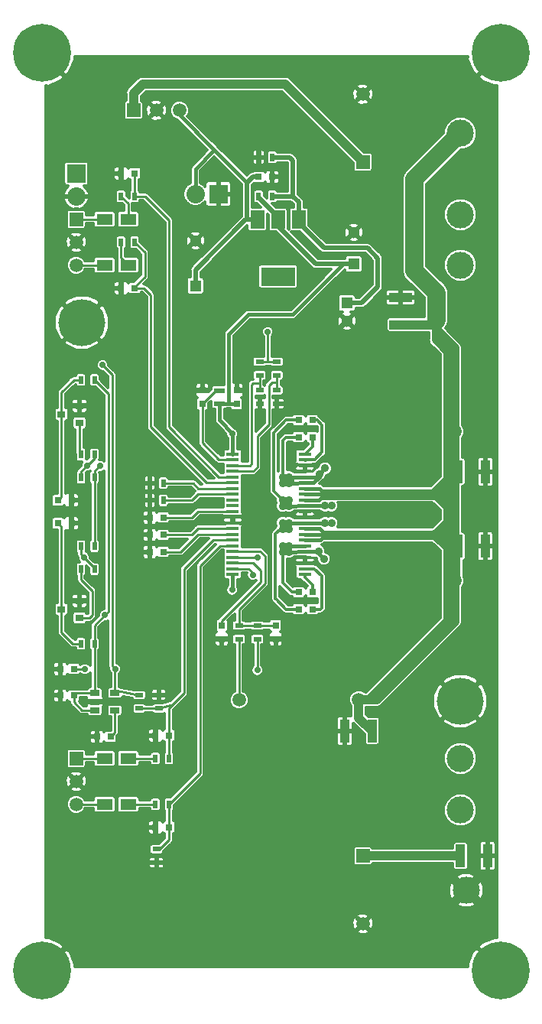
<source format=gbr>
G04 #@! TF.GenerationSoftware,KiCad,Pcbnew,(5.0.0)*
G04 #@! TF.CreationDate,2018-08-29T15:59:37+03:00*
G04 #@! TF.ProjectId,RDC2-0034A,524443322D30303334412E6B69636164,rev?*
G04 #@! TF.SameCoordinates,Original*
G04 #@! TF.FileFunction,Copper,L1,Top,Signal*
G04 #@! TF.FilePolarity,Positive*
%FSLAX46Y46*%
G04 Gerber Fmt 4.6, Leading zero omitted, Abs format (unit mm)*
G04 Created by KiCad (PCBNEW (5.0.0)) date 08/29/18 15:59:37*
%MOMM*%
%LPD*%
G01*
G04 APERTURE LIST*
G04 #@! TA.AperFunction,ComponentPad*
%ADD10C,3.000000*%
G04 #@! TD*
G04 #@! TA.AperFunction,ComponentPad*
%ADD11C,5.200000*%
G04 #@! TD*
G04 #@! TA.AperFunction,SMDPad,CuDef*
%ADD12R,1.800000X1.230000*%
G04 #@! TD*
G04 #@! TA.AperFunction,SMDPad,CuDef*
%ADD13R,0.750000X0.800000*%
G04 #@! TD*
G04 #@! TA.AperFunction,SMDPad,CuDef*
%ADD14R,0.800000X0.750000*%
G04 #@! TD*
G04 #@! TA.AperFunction,ComponentPad*
%ADD15R,1.300000X1.300000*%
G04 #@! TD*
G04 #@! TA.AperFunction,ComponentPad*
%ADD16C,1.300000*%
G04 #@! TD*
G04 #@! TA.AperFunction,ComponentPad*
%ADD17R,1.500000X1.500000*%
G04 #@! TD*
G04 #@! TA.AperFunction,ComponentPad*
%ADD18C,1.500000*%
G04 #@! TD*
G04 #@! TA.AperFunction,SMDPad,CuDef*
%ADD19R,2.500000X1.000000*%
G04 #@! TD*
G04 #@! TA.AperFunction,SMDPad,CuDef*
%ADD20R,1.000000X2.500000*%
G04 #@! TD*
G04 #@! TA.AperFunction,SMDPad,CuDef*
%ADD21R,0.797560X0.797560*%
G04 #@! TD*
G04 #@! TA.AperFunction,SMDPad,CuDef*
%ADD22R,1.198880X0.599440*%
G04 #@! TD*
G04 #@! TA.AperFunction,SMDPad,CuDef*
%ADD23R,0.900000X0.800000*%
G04 #@! TD*
G04 #@! TA.AperFunction,SMDPad,CuDef*
%ADD24R,0.900000X0.500000*%
G04 #@! TD*
G04 #@! TA.AperFunction,SMDPad,CuDef*
%ADD25R,0.500000X0.900000*%
G04 #@! TD*
G04 #@! TA.AperFunction,SMDPad,CuDef*
%ADD26R,3.800000X2.000000*%
G04 #@! TD*
G04 #@! TA.AperFunction,SMDPad,CuDef*
%ADD27R,1.500000X2.000000*%
G04 #@! TD*
G04 #@! TA.AperFunction,SMDPad,CuDef*
%ADD28R,1.450000X0.400000*%
G04 #@! TD*
G04 #@! TA.AperFunction,SMDPad,CuDef*
%ADD29R,1.060000X0.650000*%
G04 #@! TD*
G04 #@! TA.AperFunction,ComponentPad*
%ADD30C,6.400000*%
G04 #@! TD*
G04 #@! TA.AperFunction,ComponentPad*
%ADD31R,2.032000X2.032000*%
G04 #@! TD*
G04 #@! TA.AperFunction,ComponentPad*
%ADD32O,2.032000X2.032000*%
G04 #@! TD*
G04 #@! TA.AperFunction,ViaPad*
%ADD33C,0.700000*%
G04 #@! TD*
G04 #@! TA.AperFunction,ViaPad*
%ADD34C,0.900000*%
G04 #@! TD*
G04 #@! TA.AperFunction,Conductor*
%ADD35C,0.250000*%
G04 #@! TD*
G04 #@! TA.AperFunction,Conductor*
%ADD36C,0.300000*%
G04 #@! TD*
G04 #@! TA.AperFunction,Conductor*
%ADD37C,1.000000*%
G04 #@! TD*
G04 #@! TA.AperFunction,Conductor*
%ADD38C,0.400000*%
G04 #@! TD*
G04 #@! TA.AperFunction,Conductor*
%ADD39C,0.500000*%
G04 #@! TD*
G04 #@! TA.AperFunction,Conductor*
%ADD40C,2.000000*%
G04 #@! TD*
G04 APERTURE END LIST*
D10*
G04 #@! TO.P,P11,1*
G04 #@! TO.N,Net-(C18-Pad1)*
X120015000Y-50927000D03*
G04 #@! TD*
G04 #@! TO.P,P12,1*
G04 #@! TO.N,Net-(C16-Pad1)*
X120015000Y-56515000D03*
G04 #@! TD*
G04 #@! TO.P,P13,1*
G04 #@! TO.N,Net-(C17-Pad2)*
X120015000Y-111125000D03*
G04 #@! TD*
G04 #@! TO.P,P14,1*
G04 #@! TO.N,Net-(C19-Pad2)*
X120015000Y-116840000D03*
G04 #@! TD*
D11*
G04 #@! TO.P,REF\002A\002A,1*
G04 #@! TO.N,GND*
X120015000Y-104775000D03*
X78105000Y-62865000D03*
G04 #@! TD*
D12*
G04 #@! TO.P,C1,2*
G04 #@! TO.N,Net-(C1-Pad2)*
X80605000Y-51435000D03*
G04 #@! TO.P,C1,1*
G04 #@! TO.N,Net-(C1-Pad1)*
X83225000Y-51435000D03*
G04 #@! TD*
G04 #@! TO.P,C2,2*
G04 #@! TO.N,Net-(C2-Pad2)*
X80605000Y-56515000D03*
G04 #@! TO.P,C2,1*
G04 #@! TO.N,Net-(C2-Pad1)*
X83225000Y-56515000D03*
G04 #@! TD*
G04 #@! TO.P,C3,2*
G04 #@! TO.N,Net-(C3-Pad2)*
X80605000Y-111125000D03*
G04 #@! TO.P,C3,1*
G04 #@! TO.N,Net-(C3-Pad1)*
X83225000Y-111125000D03*
G04 #@! TD*
G04 #@! TO.P,C4,2*
G04 #@! TO.N,Net-(C4-Pad2)*
X80605000Y-116205000D03*
G04 #@! TO.P,C4,1*
G04 #@! TO.N,Net-(C4-Pad1)*
X83225000Y-116205000D03*
G04 #@! TD*
D13*
G04 #@! TO.P,C5,1*
G04 #@! TO.N,Net-(C5-Pad1)*
X91440000Y-71870000D03*
G04 #@! TO.P,C5,2*
G04 #@! TO.N,GND*
X91440000Y-70370000D03*
G04 #@! TD*
G04 #@! TO.P,C6,1*
G04 #@! TO.N,Net-(C6-Pad1)*
X99568000Y-96405000D03*
G04 #@! TO.P,C6,2*
G04 #@! TO.N,GND*
X99568000Y-97905000D03*
G04 #@! TD*
D14*
G04 #@! TO.P,C7,1*
G04 #@! TO.N,Net-(C7-Pad1)*
X87110000Y-86360000D03*
G04 #@! TO.P,C7,2*
G04 #@! TO.N,GND*
X85610000Y-86360000D03*
G04 #@! TD*
D13*
G04 #@! TO.P,C8,1*
G04 #@! TO.N,12V*
X95250000Y-71870000D03*
G04 #@! TO.P,C8,2*
G04 #@! TO.N,GND*
X95250000Y-70370000D03*
G04 #@! TD*
D14*
G04 #@! TO.P,C9,1*
G04 #@! TO.N,Net-(C9-Pad1)*
X87110000Y-84455000D03*
G04 #@! TO.P,C9,2*
G04 #@! TO.N,GND*
X85610000Y-84455000D03*
G04 #@! TD*
D13*
G04 #@! TO.P,C10,1*
G04 #@! TO.N,Net-(C10-Pad1)*
X93599000Y-96405000D03*
G04 #@! TO.P,C10,2*
G04 #@! TO.N,GND*
X93599000Y-97905000D03*
G04 #@! TD*
D14*
G04 #@! TO.P,C11,1*
G04 #@! TO.N,Net-(C11-Pad1)*
X87110000Y-88265000D03*
G04 #@! TO.P,C11,2*
G04 #@! TO.N,GND*
X85610000Y-88265000D03*
G04 #@! TD*
G04 #@! TO.P,C12,1*
G04 #@! TO.N,GND*
X99175000Y-46736000D03*
G04 #@! TO.P,C12,2*
G04 #@! TO.N,15V*
X97675000Y-46736000D03*
G04 #@! TD*
D15*
G04 #@! TO.P,C13,1*
G04 #@! TO.N,15V*
X90678000Y-58801000D03*
D16*
G04 #@! TO.P,C13,2*
G04 #@! TO.N,GND*
X90678000Y-53801000D03*
G04 #@! TD*
D15*
G04 #@! TO.P,C14,1*
G04 #@! TO.N,Net-(C14-Pad1)*
X107442000Y-60706000D03*
D16*
G04 #@! TO.P,C14,2*
G04 #@! TO.N,GND*
X107442000Y-62706000D03*
G04 #@! TD*
G04 #@! TO.P,C15,2*
G04 #@! TO.N,GND*
X108204000Y-52888000D03*
D15*
G04 #@! TO.P,C15,1*
G04 #@! TO.N,12V*
X108204000Y-56388000D03*
G04 #@! TD*
D14*
G04 #@! TO.P,C16,1*
G04 #@! TO.N,Net-(C16-Pad1)*
X102120000Y-73660000D03*
G04 #@! TO.P,C16,2*
G04 #@! TO.N,Net-(C16-Pad2)*
X103620000Y-73660000D03*
G04 #@! TD*
G04 #@! TO.P,C17,1*
G04 #@! TO.N,Net-(C17-Pad1)*
X103620000Y-94615000D03*
G04 #@! TO.P,C17,2*
G04 #@! TO.N,Net-(C17-Pad2)*
X102120000Y-94615000D03*
G04 #@! TD*
G04 #@! TO.P,C18,1*
G04 #@! TO.N,Net-(C18-Pad1)*
X102120000Y-75565000D03*
G04 #@! TO.P,C18,2*
G04 #@! TO.N,Net-(C18-Pad2)*
X103620000Y-75565000D03*
G04 #@! TD*
G04 #@! TO.P,C19,1*
G04 #@! TO.N,Net-(C19-Pad1)*
X103620000Y-92710000D03*
G04 #@! TO.P,C19,2*
G04 #@! TO.N,Net-(C19-Pad2)*
X102120000Y-92710000D03*
G04 #@! TD*
D17*
G04 #@! TO.P,C20,1*
G04 #@! TO.N,VDD*
X109220000Y-45085000D03*
D18*
G04 #@! TO.P,C20,2*
G04 #@! TO.N,GND*
X109220000Y-37585000D03*
G04 #@! TD*
D17*
G04 #@! TO.P,C21,1*
G04 #@! TO.N,VDD*
X109220000Y-121920000D03*
D18*
G04 #@! TO.P,C21,2*
G04 #@! TO.N,GND*
X109220000Y-129420000D03*
G04 #@! TD*
D19*
G04 #@! TO.P,C24,1*
G04 #@! TO.N,GND*
X113411000Y-60095000D03*
G04 #@! TO.P,C24,2*
G04 #@! TO.N,VDD*
X113411000Y-63095000D03*
G04 #@! TD*
D20*
G04 #@! TO.P,C25,1*
G04 #@! TO.N,GND*
X122785000Y-79375000D03*
G04 #@! TO.P,C25,2*
G04 #@! TO.N,VDD*
X119785000Y-79375000D03*
G04 #@! TD*
G04 #@! TO.P,C26,1*
G04 #@! TO.N,GND*
X122785000Y-87630000D03*
G04 #@! TO.P,C26,2*
G04 #@! TO.N,VDD*
X119785000Y-87630000D03*
G04 #@! TD*
G04 #@! TO.P,C27,1*
G04 #@! TO.N,GND*
X107237400Y-108077000D03*
G04 #@! TO.P,C27,2*
G04 #@! TO.N,VDD*
X110237400Y-108077000D03*
G04 #@! TD*
G04 #@! TO.P,C28,1*
G04 #@! TO.N,GND*
X123039000Y-121920000D03*
G04 #@! TO.P,C28,2*
G04 #@! TO.N,VDD*
X120039000Y-121920000D03*
G04 #@! TD*
D21*
G04 #@! TO.P,D1,2*
G04 #@! TO.N,Net-(D1-Pad2)*
X75450700Y-82550000D03*
G04 #@! TO.P,D1,1*
G04 #@! TO.N,GND*
X76949300Y-82550000D03*
G04 #@! TD*
G04 #@! TO.P,D2,2*
G04 #@! TO.N,Net-(D2-Pad2)*
X75450700Y-85090000D03*
G04 #@! TO.P,D2,1*
G04 #@! TO.N,GND*
X76949300Y-85090000D03*
G04 #@! TD*
D22*
G04 #@! TO.P,L1,2*
G04 #@! TO.N,Net-(C5-Pad1)*
X93345000Y-70418960D03*
G04 #@! TO.P,L1,1*
G04 #@! TO.N,12V*
X93345000Y-71821040D03*
G04 #@! TD*
D10*
G04 #@! TO.P,P4,1*
G04 #@! TO.N,VDD*
X120015000Y-41910000D03*
G04 #@! TD*
G04 #@! TO.P,P5,1*
G04 #@! TO.N,GND*
X120650000Y-125730000D03*
G04 #@! TD*
D23*
G04 #@! TO.P,Q1,1*
G04 #@! TO.N,Net-(Q1-Pad1)*
X77835000Y-73975000D03*
G04 #@! TO.P,Q1,2*
G04 #@! TO.N,GND*
X77835000Y-72075000D03*
G04 #@! TO.P,Q1,3*
G04 #@! TO.N,Net-(D1-Pad2)*
X75835000Y-73025000D03*
G04 #@! TD*
G04 #@! TO.P,Q2,1*
G04 #@! TO.N,Net-(Q2-Pad1)*
X77835000Y-95565000D03*
G04 #@! TO.P,Q2,2*
G04 #@! TO.N,GND*
X77835000Y-93665000D03*
G04 #@! TO.P,Q2,3*
G04 #@! TO.N,Net-(D2-Pad2)*
X75835000Y-94615000D03*
G04 #@! TD*
D24*
G04 #@! TO.P,R1,1*
G04 #@! TO.N,INC*
X84455000Y-105588500D03*
G04 #@! TO.P,R1,2*
G04 #@! TO.N,+3V3*
X84455000Y-104088500D03*
G04 #@! TD*
G04 #@! TO.P,R2,1*
G04 #@! TO.N,INC*
X86614000Y-105588500D03*
G04 #@! TO.P,R2,2*
G04 #@! TO.N,GND*
X86614000Y-104088500D03*
G04 #@! TD*
G04 #@! TO.P,R4,1*
G04 #@! TO.N,IND*
X86360000Y-121170000D03*
G04 #@! TO.P,R4,2*
G04 #@! TO.N,GND*
X86360000Y-122670000D03*
G04 #@! TD*
G04 #@! TO.P,R5,1*
G04 #@! TO.N,Net-(IC1-Pad4)*
X99695000Y-68695000D03*
G04 #@! TO.P,R5,2*
G04 #@! TO.N,+3V3*
X99695000Y-67195000D03*
G04 #@! TD*
G04 #@! TO.P,R6,1*
G04 #@! TO.N,GND*
X99695000Y-71870000D03*
G04 #@! TO.P,R6,2*
G04 #@! TO.N,Net-(IC1-Pad4)*
X99695000Y-70370000D03*
G04 #@! TD*
G04 #@! TO.P,R7,1*
G04 #@! TO.N,Net-(IC1-Pad3)*
X97790000Y-68695000D03*
G04 #@! TO.P,R7,2*
G04 #@! TO.N,+3V3*
X97790000Y-67195000D03*
G04 #@! TD*
G04 #@! TO.P,R8,1*
G04 #@! TO.N,GND*
X97790000Y-71870000D03*
G04 #@! TO.P,R8,2*
G04 #@! TO.N,Net-(IC1-Pad3)*
X97790000Y-70370000D03*
G04 #@! TD*
G04 #@! TO.P,R9,1*
G04 #@! TO.N,+3V3*
X97536000Y-97905000D03*
G04 #@! TO.P,R9,2*
G04 #@! TO.N,Net-(C6-Pad1)*
X97536000Y-96405000D03*
G04 #@! TD*
G04 #@! TO.P,R10,1*
G04 #@! TO.N,RES*
X95504000Y-97905000D03*
G04 #@! TO.P,R10,2*
G04 #@! TO.N,Net-(C6-Pad1)*
X95504000Y-96405000D03*
G04 #@! TD*
D25*
G04 #@! TO.P,R11,1*
G04 #@! TO.N,GND*
X85610000Y-80645000D03*
G04 #@! TO.P,R11,2*
G04 #@! TO.N,Net-(IC1-Pad7)*
X87110000Y-80645000D03*
G04 #@! TD*
G04 #@! TO.P,R12,1*
G04 #@! TO.N,GND*
X85610000Y-82550000D03*
G04 #@! TO.P,R12,2*
G04 #@! TO.N,Net-(IC1-Pad8)*
X87110000Y-82550000D03*
G04 #@! TD*
G04 #@! TO.P,R13,1*
G04 #@! TO.N,GND*
X97675000Y-44577000D03*
G04 #@! TO.P,R13,2*
G04 #@! TO.N,Net-(C14-Pad1)*
X99175000Y-44577000D03*
G04 #@! TD*
G04 #@! TO.P,R14,1*
G04 #@! TO.N,Net-(C14-Pad1)*
X99175000Y-48895000D03*
G04 #@! TO.P,R14,2*
G04 #@! TO.N,12V*
X97675000Y-48895000D03*
G04 #@! TD*
G04 #@! TO.P,R15,1*
G04 #@! TO.N,+3V3*
X79490000Y-80010000D03*
G04 #@! TO.P,R15,2*
G04 #@! TO.N,FAULT*
X77990000Y-80010000D03*
G04 #@! TD*
G04 #@! TO.P,R16,1*
G04 #@! TO.N,FAULT*
X79490000Y-77470000D03*
G04 #@! TO.P,R16,2*
G04 #@! TO.N,Net-(Q1-Pad1)*
X77990000Y-77470000D03*
G04 #@! TD*
G04 #@! TO.P,R17,1*
G04 #@! TO.N,12V*
X79490000Y-69215000D03*
G04 #@! TO.P,R17,2*
G04 #@! TO.N,Net-(D1-Pad2)*
X77990000Y-69215000D03*
G04 #@! TD*
G04 #@! TO.P,R18,1*
G04 #@! TO.N,+3V3*
X79490000Y-87630000D03*
G04 #@! TO.P,R18,2*
G04 #@! TO.N,CLIP*
X77990000Y-87630000D03*
G04 #@! TD*
G04 #@! TO.P,R19,1*
G04 #@! TO.N,CLIP*
X79490000Y-90170000D03*
G04 #@! TO.P,R19,2*
G04 #@! TO.N,Net-(Q2-Pad1)*
X77990000Y-90170000D03*
G04 #@! TD*
G04 #@! TO.P,R20,1*
G04 #@! TO.N,12V*
X79490000Y-98425000D03*
G04 #@! TO.P,R20,2*
G04 #@! TO.N,Net-(D2-Pad2)*
X77990000Y-98425000D03*
G04 #@! TD*
D26*
G04 #@! TO.P,U1,4*
G04 #@! TO.N,N/C*
X99822000Y-57760000D03*
D27*
G04 #@! TO.P,U1,2*
G04 #@! TO.N,12V*
X99822000Y-51460000D03*
G04 #@! TO.P,U1,3*
G04 #@! TO.N,15V*
X97522000Y-51460000D03*
G04 #@! TO.P,U1,1*
G04 #@! TO.N,Net-(C14-Pad1)*
X102122000Y-51460000D03*
G04 #@! TD*
D28*
G04 #@! TO.P,IC1,23*
G04 #@! TO.N,Net-(C19-Pad1)*
X102793800Y-90741500D03*
G04 #@! TO.P,IC1,24*
G04 #@! TO.N,Net-(C17-Pad1)*
X102793800Y-90106500D03*
G04 #@! TO.P,IC1,25*
G04 #@! TO.N,GND*
X102793800Y-89471500D03*
G04 #@! TO.P,IC1,26*
X102793800Y-88836500D03*
G04 #@! TO.P,IC1,27*
G04 #@! TO.N,Net-(C19-Pad2)*
X102793800Y-88201500D03*
G04 #@! TO.P,IC1,28*
X102793800Y-87566500D03*
G04 #@! TO.P,IC1,29*
G04 #@! TO.N,VDD*
X102793800Y-86931500D03*
G04 #@! TO.P,IC1,30*
X102793800Y-86296500D03*
G04 #@! TO.P,IC1,31*
X102793800Y-85661500D03*
G04 #@! TO.P,IC1,32*
G04 #@! TO.N,Net-(C17-Pad2)*
X102793800Y-85026500D03*
G04 #@! TO.P,IC1,33*
G04 #@! TO.N,GND*
X102793800Y-84391500D03*
G04 #@! TO.P,IC1,34*
X102793800Y-83756500D03*
G04 #@! TO.P,IC1,36*
G04 #@! TO.N,VDD*
X102793800Y-82486500D03*
G04 #@! TO.P,IC1,35*
G04 #@! TO.N,Net-(C16-Pad1)*
X102793800Y-83121500D03*
G04 #@! TO.P,IC1,37*
G04 #@! TO.N,VDD*
X102793800Y-81851500D03*
G04 #@! TO.P,IC1,38*
X102793800Y-81216500D03*
G04 #@! TO.P,IC1,39*
G04 #@! TO.N,Net-(C18-Pad1)*
X102793800Y-80581500D03*
G04 #@! TO.P,IC1,40*
X102793800Y-79946500D03*
G04 #@! TO.P,IC1,41*
G04 #@! TO.N,GND*
X102793800Y-79311500D03*
G04 #@! TO.P,IC1,42*
X102793800Y-78676500D03*
G04 #@! TO.P,IC1,43*
G04 #@! TO.N,Net-(C16-Pad2)*
X102793800Y-78041500D03*
G04 #@! TO.P,IC1,44*
G04 #@! TO.N,Net-(C18-Pad2)*
X102793800Y-77406500D03*
G04 #@! TO.P,IC1,1*
G04 #@! TO.N,12V*
X94805500Y-77406500D03*
G04 #@! TO.P,IC1,2*
G04 #@! TO.N,Net-(C5-Pad1)*
X94805500Y-78041500D03*
G04 #@! TO.P,IC1,3*
G04 #@! TO.N,Net-(IC1-Pad3)*
X94805500Y-78676500D03*
G04 #@! TO.P,IC1,4*
G04 #@! TO.N,Net-(IC1-Pad4)*
X94805500Y-79311500D03*
G04 #@! TO.P,IC1,5*
G04 #@! TO.N,Net-(C23-Pad2)*
X94805500Y-79946500D03*
G04 #@! TO.P,IC1,6*
G04 #@! TO.N,Net-(C32-Pad2)*
X94805500Y-80581500D03*
G04 #@! TO.P,IC1,7*
G04 #@! TO.N,Net-(IC1-Pad7)*
X94805500Y-81216500D03*
G04 #@! TO.P,IC1,8*
G04 #@! TO.N,Net-(IC1-Pad8)*
X94805500Y-81851500D03*
G04 #@! TO.P,IC1,10*
G04 #@! TO.N,N/C*
X94805500Y-83121500D03*
G04 #@! TO.P,IC1,9*
X94805500Y-82486500D03*
G04 #@! TO.P,IC1,11*
G04 #@! TO.N,Net-(C9-Pad1)*
X94805500Y-83756500D03*
G04 #@! TO.P,IC1,12*
G04 #@! TO.N,GND*
X94805500Y-84391500D03*
G04 #@! TO.P,IC1,13*
X94805500Y-85026500D03*
G04 #@! TO.P,IC1,14*
G04 #@! TO.N,Net-(C7-Pad1)*
X94805500Y-85661500D03*
G04 #@! TO.P,IC1,15*
G04 #@! TO.N,Net-(C11-Pad1)*
X94805500Y-86296500D03*
G04 #@! TO.P,IC1,16*
G04 #@! TO.N,INC*
X94805500Y-86931500D03*
G04 #@! TO.P,IC1,17*
G04 #@! TO.N,IND*
X94805500Y-87566500D03*
G04 #@! TO.P,IC1,18*
G04 #@! TO.N,Net-(C6-Pad1)*
X94805500Y-88201500D03*
G04 #@! TO.P,IC1,19*
G04 #@! TO.N,FAULT*
X94805500Y-88836500D03*
G04 #@! TO.P,IC1,20*
G04 #@! TO.N,Net-(C10-Pad1)*
X94805500Y-89471500D03*
G04 #@! TO.P,IC1,21*
G04 #@! TO.N,CLIP*
X94805500Y-90106500D03*
G04 #@! TO.P,IC1,22*
G04 #@! TO.N,12V*
X94805500Y-90741500D03*
G04 #@! TD*
D17*
G04 #@! TO.P,P1,1*
G04 #@! TO.N,Net-(C1-Pad2)*
X77470000Y-51435000D03*
D18*
G04 #@! TO.P,P1,2*
G04 #@! TO.N,GND*
X77470000Y-53975000D03*
G04 #@! TO.P,P1,3*
G04 #@! TO.N,Net-(C2-Pad2)*
X77470000Y-56515000D03*
G04 #@! TD*
D17*
G04 #@! TO.P,P2,1*
G04 #@! TO.N,Net-(C3-Pad2)*
X77470000Y-111125000D03*
D18*
G04 #@! TO.P,P2,2*
G04 #@! TO.N,GND*
X77470000Y-113665000D03*
G04 #@! TO.P,P2,3*
G04 #@! TO.N,Net-(C4-Pad2)*
X77470000Y-116205000D03*
G04 #@! TD*
D17*
G04 #@! TO.P,P3,1*
G04 #@! TO.N,VDD*
X83820000Y-39370000D03*
D18*
G04 #@! TO.P,P3,2*
G04 #@! TO.N,GND*
X86360000Y-39370000D03*
G04 #@! TO.P,P3,3*
G04 #@! TO.N,15V*
X88900000Y-39370000D03*
G04 #@! TD*
G04 #@! TO.P,P6,1*
G04 #@! TO.N,VDD*
X117348000Y-62611000D03*
G04 #@! TD*
G04 #@! TO.P,P7,1*
G04 #@! TO.N,VDD*
X119380000Y-74930000D03*
G04 #@! TD*
G04 #@! TO.P,P8,1*
G04 #@! TO.N,VDD*
X119380000Y-91440000D03*
G04 #@! TD*
G04 #@! TO.P,P9,1*
G04 #@! TO.N,VDD*
X108775500Y-104584500D03*
G04 #@! TD*
G04 #@! TO.P,P10,1*
G04 #@! TO.N,RES*
X95504000Y-104648000D03*
G04 #@! TD*
D14*
G04 #@! TO.P,C29,1*
G04 #@! TO.N,GND*
X75704000Y-104140000D03*
G04 #@! TO.P,C29,2*
G04 #@! TO.N,12V*
X77204000Y-104140000D03*
G04 #@! TD*
G04 #@! TO.P,C30,1*
G04 #@! TO.N,GND*
X79768000Y-108712000D03*
G04 #@! TO.P,C30,2*
G04 #@! TO.N,Net-(C30-Pad2)*
X81268000Y-108712000D03*
G04 #@! TD*
G04 #@! TO.P,C31,1*
G04 #@! TO.N,GND*
X75704000Y-101219000D03*
G04 #@! TO.P,C31,2*
G04 #@! TO.N,+3V3*
X77204000Y-101219000D03*
G04 #@! TD*
D29*
G04 #@! TO.P,U2,1*
G04 #@! TO.N,12V*
X79545000Y-103888500D03*
G04 #@! TO.P,U2,2*
G04 #@! TO.N,GND*
X79545000Y-104838500D03*
G04 #@! TO.P,U2,3*
G04 #@! TO.N,12V*
X79545000Y-105788500D03*
G04 #@! TO.P,U2,4*
G04 #@! TO.N,Net-(C30-Pad2)*
X81745000Y-105788500D03*
G04 #@! TO.P,U2,5*
G04 #@! TO.N,+3V3*
X81745000Y-103888500D03*
G04 #@! TD*
D14*
G04 #@! TO.P,C22,1*
G04 #@! TO.N,INC*
X87745000Y-108585000D03*
G04 #@! TO.P,C22,2*
G04 #@! TO.N,GND*
X86245000Y-108585000D03*
G04 #@! TD*
G04 #@! TO.P,C23,1*
G04 #@! TO.N,GND*
X82435000Y-46355000D03*
G04 #@! TO.P,C23,2*
G04 #@! TO.N,Net-(C23-Pad2)*
X83935000Y-46355000D03*
G04 #@! TD*
G04 #@! TO.P,C32,1*
G04 #@! TO.N,GND*
X82435000Y-59055000D03*
G04 #@! TO.P,C32,2*
G04 #@! TO.N,Net-(C32-Pad2)*
X83935000Y-59055000D03*
G04 #@! TD*
G04 #@! TO.P,C33,1*
G04 #@! TO.N,IND*
X87745000Y-118745000D03*
G04 #@! TO.P,C33,2*
G04 #@! TO.N,GND*
X86245000Y-118745000D03*
G04 #@! TD*
D25*
G04 #@! TO.P,R21,1*
G04 #@! TO.N,Net-(C1-Pad1)*
X82435000Y-48895000D03*
G04 #@! TO.P,R21,2*
G04 #@! TO.N,Net-(C23-Pad2)*
X83935000Y-48895000D03*
G04 #@! TD*
G04 #@! TO.P,R22,1*
G04 #@! TO.N,Net-(C2-Pad1)*
X82435000Y-53975000D03*
G04 #@! TO.P,R22,2*
G04 #@! TO.N,Net-(C32-Pad2)*
X83935000Y-53975000D03*
G04 #@! TD*
G04 #@! TO.P,R23,1*
G04 #@! TO.N,Net-(C3-Pad1)*
X86245000Y-111125000D03*
G04 #@! TO.P,R23,2*
G04 #@! TO.N,INC*
X87745000Y-111125000D03*
G04 #@! TD*
G04 #@! TO.P,R24,1*
G04 #@! TO.N,Net-(C4-Pad1)*
X86245000Y-116205000D03*
G04 #@! TO.P,R24,2*
G04 #@! TO.N,IND*
X87745000Y-116205000D03*
G04 #@! TD*
D30*
G04 #@! TO.P,REF\002A\002A,1*
G04 #@! TO.N,GND*
X73660000Y-33020000D03*
G04 #@! TD*
G04 #@! TO.P,REF\002A\002A,1*
G04 #@! TO.N,GND*
X124460000Y-33020000D03*
G04 #@! TD*
G04 #@! TO.P,REF\002A\002A,1*
G04 #@! TO.N,GND*
X73660000Y-134620000D03*
G04 #@! TD*
G04 #@! TO.P,REF\002A\002A,1*
G04 #@! TO.N,GND*
X124460000Y-134620000D03*
G04 #@! TD*
D31*
G04 #@! TO.P,REF\002A\002A,1*
G04 #@! TO.N,GND*
X93218000Y-48641000D03*
D32*
G04 #@! TO.P,REF\002A\002A,2*
G04 #@! TO.N,15V*
X90678000Y-48641000D03*
G04 #@! TD*
D31*
G04 #@! TO.P,REF\002A\002A,1*
G04 #@! TO.N,12V*
X77470000Y-46355000D03*
D32*
G04 #@! TO.P,REF\002A\002A,2*
G04 #@! TO.N,GND*
X77470000Y-48895000D03*
G04 #@! TD*
D33*
G04 #@! TO.N,GND*
X92837000Y-75692000D03*
X90424000Y-75819000D03*
X90297000Y-74422000D03*
X89408000Y-72136000D03*
X89408000Y-68707000D03*
X91440000Y-68707000D03*
X82931000Y-67691000D03*
X82804000Y-71374000D03*
X82804000Y-74803000D03*
X82804000Y-78232000D03*
X82931000Y-86487000D03*
X82804000Y-84201000D03*
X82804000Y-81534000D03*
X95885000Y-41529000D03*
X95885000Y-44577000D03*
X90424000Y-78105000D03*
X88138000Y-75819000D03*
X86741000Y-74041000D03*
X86741000Y-69850000D03*
X86741000Y-66802000D03*
X86741000Y-61468000D03*
X86614000Y-58674000D03*
X86614000Y-55626000D03*
X88773000Y-55626000D03*
X89154000Y-60833000D03*
X96266000Y-66548000D03*
X95250000Y-68834000D03*
X75057000Y-129159000D03*
X75057000Y-126365000D03*
X75057000Y-123063000D03*
X75057000Y-118491000D03*
X75184000Y-115316000D03*
X121285000Y-131318000D03*
X116332000Y-133096000D03*
X77597000Y-130937000D03*
X79248000Y-133096000D03*
X84328000Y-133096000D03*
X89408000Y-133096000D03*
X89408000Y-128270000D03*
X89408000Y-122428000D03*
X89408000Y-119634000D03*
X89408000Y-116586000D03*
X92329000Y-113919000D03*
X92202000Y-110490000D03*
X92202000Y-107315000D03*
X92202000Y-103632000D03*
X92202000Y-99695000D03*
X92202000Y-97155000D03*
X92202000Y-95250000D03*
X92837000Y-93599000D03*
X73660000Y-134620000D03*
X85598000Y-102616000D03*
X88138000Y-102362000D03*
X88138000Y-100203000D03*
X88138000Y-98552000D03*
X88011000Y-96139000D03*
X88011000Y-93853000D03*
X86487000Y-91567000D03*
X88011000Y-91694000D03*
X88138000Y-89789000D03*
X92837000Y-89916000D03*
X92837000Y-91567000D03*
X80137000Y-113665000D03*
X83820000Y-113665000D03*
X86995000Y-113665000D03*
X88900000Y-112395000D03*
X89535000Y-109855000D03*
X89535000Y-107315000D03*
X90170000Y-105410000D03*
X90297000Y-102616000D03*
X90297000Y-91567000D03*
X90297000Y-93345000D03*
X90297000Y-95123000D03*
X90297000Y-97409000D03*
X90297000Y-100076000D03*
X122682000Y-66675000D03*
X122682000Y-73914000D03*
X77851000Y-70739000D03*
X74803000Y-70739000D03*
X74676000Y-74549000D03*
X74676000Y-77851000D03*
X74676000Y-81026000D03*
X74676000Y-96012000D03*
X74676000Y-92964000D03*
X74676000Y-90297000D03*
X74676000Y-87376000D03*
X112395000Y-94234000D03*
X111760000Y-93345000D03*
X109855000Y-91440000D03*
X107950000Y-89535000D03*
X106680000Y-88265000D03*
X107315000Y-127635000D03*
X103505000Y-121920000D03*
X103505000Y-116205000D03*
X103505000Y-110490000D03*
X103505000Y-104775000D03*
X107315000Y-101600000D03*
X107950000Y-96520000D03*
X102870000Y-97155000D03*
X100965000Y-95885000D03*
X98425000Y-94615000D03*
X100965000Y-93345000D03*
X116205000Y-95250000D03*
X115951000Y-91694000D03*
X113919000Y-89535000D03*
X112141000Y-87757000D03*
X112268000Y-61722000D03*
X112141000Y-66294000D03*
X112141000Y-69596000D03*
X112014000Y-73914000D03*
X110617000Y-75819000D03*
X108966000Y-77597000D03*
X105664000Y-64389000D03*
X102997000Y-67183000D03*
X102997000Y-70231000D03*
X101981000Y-72390000D03*
X103759000Y-72517000D03*
X122682000Y-38735000D03*
X120269000Y-36449000D03*
X118364000Y-34544000D03*
X113538000Y-34544000D03*
X107188000Y-34544000D03*
X100838000Y-34544000D03*
X94234000Y-34544000D03*
X88646000Y-34544000D03*
X82296000Y-34544000D03*
X75819000Y-108204000D03*
X74930000Y-59690000D03*
X74930000Y-57150000D03*
X74930000Y-54610000D03*
X74930000Y-52070000D03*
X74930000Y-49530000D03*
X74930000Y-46863000D03*
X74930000Y-44704000D03*
X76200000Y-43180000D03*
X76200000Y-40640000D03*
X76200000Y-38100000D03*
X78740000Y-35560000D03*
X96621600Y-87160100D03*
X97701100Y-87122000D03*
X97701100Y-85064600D03*
X97713800Y-84302600D03*
X97701100Y-82727800D03*
X97713800Y-81051400D03*
X96799400Y-81076800D03*
X96862900Y-82702400D03*
X105638600Y-72694800D03*
X105625900Y-74510900D03*
X105613200Y-75653900D03*
X105537000Y-95186500D03*
X105473500Y-93548200D03*
X96761300Y-84988400D03*
X96786700Y-84378800D03*
X88315800Y-85420200D03*
X89992200Y-85483700D03*
X91655900Y-84582000D03*
X92938600Y-84556600D03*
X101803200Y-91694000D03*
X101155500Y-91020900D03*
X101180900Y-90131900D03*
X101173280Y-89362280D03*
X101180900Y-76276200D03*
X101180900Y-77012800D03*
X101180900Y-77952600D03*
X101180900Y-78790800D03*
X109220000Y-83185000D03*
X114554000Y-83058000D03*
X114554000Y-84963000D03*
X109220000Y-85090000D03*
X93726000Y-133096000D03*
X97790000Y-133096000D03*
X101600000Y-133096000D03*
X74803000Y-98933000D03*
X74676000Y-83947000D03*
X89535000Y-81534000D03*
X89535000Y-83439000D03*
X92202000Y-82804000D03*
X111887000Y-84201000D03*
X122809000Y-82423000D03*
X122936000Y-84963000D03*
X122936000Y-91567000D03*
X122936000Y-95250000D03*
X122936000Y-99060000D03*
X122682000Y-62230000D03*
X86487000Y-41910000D03*
X86487000Y-45339000D03*
X95250000Y-73660000D03*
X100965000Y-74676000D03*
X100965000Y-49784000D03*
X97917000Y-73406000D03*
X99695000Y-73406000D03*
G04 #@! TO.N,12V*
X80645000Y-95250000D03*
X94742000Y-92456000D03*
X94742000Y-75184000D03*
D34*
G04 #@! TO.N,Net-(C16-Pad1)*
X101028500Y-82486500D03*
X105029000Y-83121500D03*
X100330000Y-82486500D03*
X100324920Y-83185000D03*
X105740200Y-83129120D03*
X101025960Y-83185000D03*
G04 #@! TO.N,Net-(C17-Pad2)*
X101028500Y-85026500D03*
X101031040Y-85725000D03*
X100324920Y-85725000D03*
X105029000Y-85026500D03*
X100330000Y-85026500D03*
X105745280Y-85034120D03*
G04 #@! TO.N,Net-(C18-Pad1)*
X101028500Y-79946500D03*
X100330000Y-80650000D03*
X104394000Y-79629000D03*
X100330000Y-79946500D03*
X105029000Y-78994000D03*
X101030000Y-80650000D03*
G04 #@! TO.N,Net-(C19-Pad2)*
X101028500Y-87566500D03*
X101020880Y-88270080D03*
X100330000Y-87566500D03*
X104330500Y-88201500D03*
X100330000Y-88270080D03*
X104902000Y-89027000D03*
D33*
G04 #@! TO.N,FAULT*
X97536000Y-88900000D03*
X78676500Y-78676500D03*
G04 #@! TO.N,CLIP*
X78359000Y-88900000D03*
X97028000Y-90805000D03*
G04 #@! TO.N,+3V3*
X78422500Y-101219000D03*
X80391000Y-67564000D03*
X98679000Y-63881000D03*
X81788000Y-101219000D03*
X97536000Y-101346000D03*
X80137000Y-78740000D03*
G04 #@! TD*
D35*
G04 #@! TO.N,GND*
X91440000Y-70370000D02*
X91440000Y-68707000D01*
X90424000Y-74549000D02*
X90424000Y-75819000D01*
X90297000Y-74422000D02*
X90424000Y-74549000D01*
X89408000Y-68707000D02*
X89408000Y-72136000D01*
X82804000Y-71374000D02*
X82804000Y-74803000D01*
X78105000Y-62865000D02*
X82931000Y-67691000D01*
X82804000Y-81534000D02*
X82804000Y-84201000D01*
X97675000Y-44577000D02*
X95885000Y-44577000D01*
X90297000Y-77978000D02*
X90424000Y-78105000D01*
X88138000Y-75819000D02*
X90297000Y-77978000D01*
X86741000Y-69850000D02*
X86741000Y-74041000D01*
X86741000Y-61468000D02*
X86741000Y-66802000D01*
X86614000Y-55626000D02*
X86614000Y-58674000D01*
X73660000Y-33020000D02*
X73787000Y-33020000D01*
X73787000Y-33020000D02*
X76327000Y-35560000D01*
X76327000Y-35560000D02*
X78740000Y-35560000D01*
X124460000Y-33020000D02*
X121539000Y-35941000D01*
X120777000Y-35941000D02*
X120269000Y-36449000D01*
X121539000Y-35941000D02*
X120777000Y-35941000D01*
X90678000Y-53801000D02*
X90598000Y-53801000D01*
X90598000Y-53801000D02*
X88773000Y-55626000D01*
X95250000Y-70370000D02*
X95250000Y-68834000D01*
X77470000Y-113665000D02*
X75819000Y-115316000D01*
X75057000Y-126365000D02*
X75057000Y-129159000D01*
X75057000Y-118491000D02*
X75057000Y-123063000D01*
X75819000Y-115316000D02*
X75184000Y-115316000D01*
X124460000Y-134620000D02*
X124460000Y-134493000D01*
X124460000Y-134493000D02*
X121285000Y-131318000D01*
X92837000Y-91567000D02*
X92837000Y-93599000D01*
X77597000Y-130937000D02*
X73914000Y-134620000D01*
X84328000Y-133096000D02*
X79248000Y-133096000D01*
X89408000Y-128270000D02*
X89408000Y-133096000D01*
X89408000Y-119634000D02*
X89408000Y-122428000D01*
X89662000Y-116586000D02*
X89408000Y-116586000D01*
X92329000Y-113919000D02*
X89662000Y-116586000D01*
X92202000Y-107315000D02*
X92202000Y-110490000D01*
X92202000Y-99695000D02*
X92202000Y-103632000D01*
X92202000Y-95250000D02*
X92202000Y-97155000D01*
X73914000Y-134620000D02*
X73660000Y-134620000D01*
X88011000Y-91694000D02*
X88011000Y-93853000D01*
X88138000Y-100203000D02*
X88138000Y-102362000D01*
X88138000Y-96266000D02*
X88138000Y-98552000D01*
X88011000Y-96139000D02*
X88138000Y-96266000D01*
X88011000Y-89916000D02*
X88011000Y-91694000D01*
X88138000Y-89789000D02*
X88011000Y-89916000D01*
X92837000Y-91567000D02*
X92837000Y-89916000D01*
X90297000Y-102616000D02*
X90297000Y-100076000D01*
X80137000Y-113665000D02*
X83820000Y-113665000D01*
X86995000Y-113665000D02*
X88265000Y-112395000D01*
X88265000Y-112395000D02*
X88900000Y-112395000D01*
X89535000Y-109855000D02*
X89535000Y-107315000D01*
X90170000Y-105410000D02*
X90297000Y-105283000D01*
X90297000Y-105283000D02*
X90297000Y-102616000D01*
X90297000Y-93345000D02*
X90297000Y-91567000D01*
X90297000Y-97409000D02*
X90297000Y-95123000D01*
X122785000Y-79375000D02*
X122785000Y-74017000D01*
X122785000Y-74017000D02*
X122682000Y-73914000D01*
X74676000Y-81026000D02*
X74676000Y-83947000D01*
X77835000Y-70755000D02*
X77851000Y-70739000D01*
X74803000Y-70739000D02*
X74676000Y-70866000D01*
X74676000Y-70866000D02*
X74676000Y-74549000D01*
X74676000Y-77851000D02*
X74676000Y-81026000D01*
X77835000Y-72075000D02*
X77835000Y-70755000D01*
X74676000Y-90297000D02*
X74676000Y-92964000D01*
X112141000Y-87757000D02*
X107188000Y-87757000D01*
X112522000Y-94361000D02*
X112395000Y-94234000D01*
X111760000Y-93345000D02*
X112395000Y-93980000D01*
X107950000Y-89535000D02*
X109855000Y-91440000D01*
X107188000Y-87757000D02*
X106680000Y-88265000D01*
X107315000Y-127635000D02*
X103505000Y-123825000D01*
X103505000Y-123825000D02*
X103505000Y-121920000D01*
X103505000Y-116205000D02*
X103505000Y-110490000D01*
X103505000Y-104775000D02*
X106680000Y-101600000D01*
X106680000Y-101600000D02*
X107315000Y-101600000D01*
X107950000Y-96520000D02*
X107315000Y-97155000D01*
X107315000Y-97155000D02*
X102870000Y-97155000D01*
X100965000Y-95885000D02*
X99695000Y-94615000D01*
X99695000Y-94615000D02*
X98425000Y-94615000D01*
X115951000Y-91567000D02*
X115951000Y-91694000D01*
X113919000Y-89535000D02*
X115951000Y-91567000D01*
X105625900Y-74510900D02*
X105879900Y-74510900D01*
X112141000Y-69596000D02*
X112141000Y-66294000D01*
X112014000Y-74422000D02*
X112014000Y-73914000D01*
X110617000Y-75819000D02*
X112014000Y-74422000D01*
X105879900Y-74510900D02*
X108966000Y-77597000D01*
X105664000Y-64389000D02*
X102997000Y-67056000D01*
X102997000Y-67056000D02*
X102997000Y-67183000D01*
X102997000Y-70231000D02*
X101981000Y-71247000D01*
X101981000Y-71247000D02*
X101981000Y-72390000D01*
X78740000Y-35560000D02*
X81280000Y-35560000D01*
X122555000Y-38735000D02*
X122682000Y-38735000D01*
X120269000Y-36449000D02*
X122555000Y-38735000D01*
X113538000Y-34544000D02*
X118364000Y-34544000D01*
X100838000Y-34544000D02*
X107188000Y-34544000D01*
X88646000Y-34544000D02*
X94234000Y-34544000D01*
X81280000Y-35560000D02*
X82296000Y-34544000D01*
X75704000Y-104140000D02*
X75704000Y-108089000D01*
X75704000Y-108089000D02*
X75819000Y-108204000D01*
X74930000Y-54610000D02*
X74930000Y-57150000D01*
X74930000Y-49530000D02*
X74930000Y-52070000D01*
X74930000Y-44704000D02*
X74930000Y-46863000D01*
X76200000Y-40640000D02*
X76200000Y-43180000D01*
X78740000Y-35560000D02*
X76200000Y-38100000D01*
X97663000Y-87160100D02*
X96621600Y-87160100D01*
X97701100Y-87122000D02*
X97663000Y-87160100D01*
X97701100Y-84315300D02*
X97701100Y-85064600D01*
X97713800Y-84302600D02*
X97701100Y-84315300D01*
X97701100Y-81064100D02*
X97701100Y-82727800D01*
X97713800Y-81051400D02*
X97701100Y-81064100D01*
X96799400Y-82638900D02*
X96799400Y-81076800D01*
X96862900Y-82702400D02*
X96799400Y-82638900D01*
X102793800Y-78676500D02*
X104165400Y-78676500D01*
X105638600Y-74498200D02*
X105638600Y-72694800D01*
X105625900Y-74510900D02*
X105638600Y-74498200D01*
X105613200Y-77228700D02*
X105613200Y-75653900D01*
X104165400Y-78676500D02*
X105613200Y-77228700D01*
X102793800Y-89471500D02*
X104127300Y-89471500D01*
X105537000Y-93484700D02*
X105473500Y-93548200D01*
X105537000Y-90881200D02*
X105537000Y-93484700D01*
X104127300Y-89471500D02*
X105537000Y-90881200D01*
X94805500Y-84391500D02*
X96774000Y-84391500D01*
X96774000Y-84391500D02*
X96786700Y-84378800D01*
X94805500Y-84391500D02*
X93103700Y-84391500D01*
X90576400Y-84899500D02*
X89992200Y-85483700D01*
X91338400Y-84899500D02*
X90576400Y-84899500D01*
X91655900Y-84582000D02*
X91338400Y-84899500D01*
X93103700Y-84391500D02*
X92938600Y-84556600D01*
X102793800Y-88836500D02*
X103733600Y-88836500D01*
X103733600Y-88836500D02*
X104013000Y-89115900D01*
X102793800Y-78676500D02*
X103860600Y-78676500D01*
X103860600Y-78676500D02*
X104038400Y-78854300D01*
X102793800Y-79311500D02*
X103581200Y-79311500D01*
X103581200Y-79311500D02*
X104038400Y-78854300D01*
X104038400Y-78854300D02*
X104114600Y-78778100D01*
D36*
X102793800Y-88836500D02*
X101625400Y-88836500D01*
X101155500Y-90157300D02*
X101155500Y-91020900D01*
X101180900Y-90131900D02*
X101155500Y-90157300D01*
X101625400Y-88836500D02*
X101173280Y-89362280D01*
X102793800Y-79311500D02*
X101701600Y-79311500D01*
X101180900Y-77952600D02*
X101180900Y-77012800D01*
X101701600Y-79311500D02*
X101180900Y-78790800D01*
D37*
X118821200Y-127558800D02*
X120650000Y-125730000D01*
X118821200Y-128384300D02*
X118821200Y-127558800D01*
X120650000Y-125730000D02*
X120662700Y-125730000D01*
X120662700Y-125730000D02*
X122199400Y-124193300D01*
X120650000Y-125730000D02*
X120688100Y-125730000D01*
X120688100Y-125730000D02*
X122250200Y-127292100D01*
X120650000Y-125730000D02*
X120586500Y-125730000D01*
X120586500Y-125730000D02*
X119011700Y-124155200D01*
D35*
X74676000Y-83947000D02*
X74676000Y-87376000D01*
G04 #@! TO.N,Net-(C1-Pad1)*
X83225000Y-51435000D02*
X83225000Y-49685000D01*
X83225000Y-49685000D02*
X82435000Y-48895000D01*
G04 #@! TO.N,INC*
X87745000Y-108585000D02*
X87745000Y-105549000D01*
X87745000Y-105549000D02*
X87757000Y-105537000D01*
X87745000Y-108585000D02*
X87745000Y-111125000D01*
X87757000Y-105537000D02*
X88150000Y-105144000D01*
X86614000Y-105588500D02*
X88150000Y-105144000D01*
X88150000Y-105144000D02*
X89408000Y-103886000D01*
X89408000Y-103886000D02*
X89408000Y-90170000D01*
X89408000Y-90170000D02*
X92646500Y-86931500D01*
X92646500Y-86931500D02*
X94805500Y-86931500D01*
X86614000Y-105588500D02*
X84455000Y-105588500D01*
G04 #@! TO.N,IND*
X94805500Y-87566500D02*
X93408500Y-87566500D01*
X91186000Y-112764000D02*
X87745000Y-116205000D01*
X91186000Y-89789000D02*
X91186000Y-112764000D01*
X93408500Y-87566500D02*
X91186000Y-89789000D01*
X86360000Y-121170000D02*
X86729000Y-121170000D01*
X86729000Y-121170000D02*
X87745000Y-120154000D01*
X87745000Y-120154000D02*
X87745000Y-118745000D01*
X87745000Y-116205000D02*
X87745000Y-118745000D01*
G04 #@! TO.N,Net-(C5-Pad1)*
X93345000Y-70418960D02*
X92891040Y-70418960D01*
X92891040Y-70418960D02*
X91440000Y-71870000D01*
X91440000Y-71870000D02*
X91440000Y-76200000D01*
X93281500Y-78041500D02*
X94805500Y-78041500D01*
X91440000Y-76200000D02*
X93281500Y-78041500D01*
G04 #@! TO.N,Net-(C6-Pad1)*
X94805500Y-88201500D02*
X97853500Y-88201500D01*
X95504000Y-94616398D02*
X95504000Y-96405000D01*
X98367002Y-91753396D02*
X95504000Y-94616398D01*
X98367002Y-88715002D02*
X98367002Y-91753396D01*
X97853500Y-88201500D02*
X98367002Y-88715002D01*
X95504000Y-96405000D02*
X97536000Y-96405000D01*
X97536000Y-96405000D02*
X99568000Y-96405000D01*
G04 #@! TO.N,Net-(C7-Pad1)*
X87110000Y-86360000D02*
X90297000Y-86360000D01*
X90995500Y-85661500D02*
X94805500Y-85661500D01*
X90297000Y-86360000D02*
X90995500Y-85661500D01*
G04 #@! TO.N,12V*
X77204000Y-104140000D02*
X77204000Y-104890000D01*
X78102500Y-105788500D02*
X79545000Y-105788500D01*
X77204000Y-104890000D02*
X78102500Y-105788500D01*
X79545000Y-103888500D02*
X77455500Y-103888500D01*
X77455500Y-103888500D02*
X77204000Y-104140000D01*
D38*
X94805500Y-90741500D02*
X94805500Y-92392500D01*
X94805500Y-92392500D02*
X94742000Y-92456000D01*
X94742000Y-75184000D02*
X94805500Y-75184000D01*
X108204000Y-56388000D02*
X107061000Y-56388000D01*
X94361000Y-64135000D02*
X94361000Y-71821040D01*
X96520000Y-61976000D02*
X94361000Y-64135000D01*
X101473000Y-61976000D02*
X96520000Y-61976000D01*
X107061000Y-56388000D02*
X101473000Y-61976000D01*
X94805500Y-77406500D02*
X94805500Y-75184000D01*
X94805500Y-75184000D02*
X94805500Y-75120500D01*
X93345000Y-73660000D02*
X93345000Y-71821040D01*
X94805500Y-75120500D02*
X93345000Y-73660000D01*
X93345000Y-71821040D02*
X94361000Y-71821040D01*
X94361000Y-71821040D02*
X95201040Y-71821040D01*
D35*
X95201040Y-71821040D02*
X95250000Y-71870000D01*
D39*
X99822000Y-51460000D02*
X99822000Y-52197000D01*
X99822000Y-52197000D02*
X104013000Y-56388000D01*
X104013000Y-56388000D02*
X108204000Y-56388000D01*
X97675000Y-48895000D02*
X97675000Y-49034000D01*
X97675000Y-49034000D02*
X99822000Y-51181000D01*
X99822000Y-51181000D02*
X99822000Y-51460000D01*
D35*
X79490000Y-98425000D02*
X79490000Y-96405000D01*
X79490000Y-96405000D02*
X80645000Y-95250000D01*
X81026000Y-70751000D02*
X79490000Y-69215000D01*
X80645000Y-95250000D02*
X81026000Y-94869000D01*
X81026000Y-94869000D02*
X81026000Y-70751000D01*
X79490000Y-98425000D02*
X79490000Y-103833500D01*
X79490000Y-103833500D02*
X79545000Y-103888500D01*
X79479000Y-103822500D02*
X79545000Y-103888500D01*
G04 #@! TO.N,Net-(C9-Pad1)*
X87110000Y-84455000D02*
X90297000Y-84455000D01*
X90995500Y-83756500D02*
X94805500Y-83756500D01*
X90297000Y-84455000D02*
X90995500Y-83756500D01*
G04 #@! TO.N,Net-(C10-Pad1)*
X94805500Y-89471500D02*
X97091500Y-89471500D01*
X93599000Y-95885000D02*
X93599000Y-96405000D01*
X97917000Y-91567000D02*
X93599000Y-95885000D01*
X97917000Y-90297000D02*
X97917000Y-91567000D01*
X97091500Y-89471500D02*
X97917000Y-90297000D01*
G04 #@! TO.N,Net-(C11-Pad1)*
X87110000Y-88265000D02*
X89028398Y-88265000D01*
X90996898Y-86296500D02*
X94805500Y-86296500D01*
X89028398Y-88265000D02*
X90996898Y-86296500D01*
D38*
G04 #@! TO.N,15V*
X90678000Y-48641000D02*
X90678000Y-45847000D01*
X90678000Y-45847000D02*
X92773500Y-43751500D01*
X88900000Y-39370000D02*
X88900000Y-39878000D01*
X88900000Y-39878000D02*
X92773500Y-43751500D01*
X92773500Y-43751500D02*
X96393000Y-47371000D01*
D39*
X97675000Y-46736000D02*
X97028000Y-46736000D01*
X96393000Y-47371000D02*
X96393000Y-51460000D01*
X97028000Y-46736000D02*
X96393000Y-47371000D01*
X90678000Y-58801000D02*
X90678000Y-57023000D01*
X96241000Y-51460000D02*
X96393000Y-51460000D01*
X96393000Y-51460000D02*
X97522000Y-51460000D01*
X90678000Y-57023000D02*
X96241000Y-51460000D01*
G04 #@! TO.N,Net-(C14-Pad1)*
X102122000Y-51460000D02*
X102122000Y-51830000D01*
X102122000Y-51830000D02*
X104902000Y-54610000D01*
X109093000Y-60706000D02*
X107442000Y-60706000D01*
X110871000Y-58928000D02*
X109093000Y-60706000D01*
X110871000Y-55753000D02*
X110871000Y-58928000D01*
X109728000Y-54610000D02*
X110871000Y-55753000D01*
X104902000Y-54610000D02*
X109728000Y-54610000D01*
X99175000Y-44577000D02*
X101092000Y-44577000D01*
X101473000Y-44958000D02*
X101473000Y-48895000D01*
X101092000Y-44577000D02*
X101473000Y-44958000D01*
X99175000Y-48895000D02*
X101473000Y-48895000D01*
X102122000Y-49544000D02*
X102122000Y-51460000D01*
X101473000Y-48895000D02*
X102122000Y-49544000D01*
D38*
G04 #@! TO.N,Net-(C16-Pad1)*
X100711000Y-82486500D02*
X100703380Y-83248500D01*
D36*
X102120000Y-73660000D02*
X100711000Y-73660000D01*
X99314000Y-81470500D02*
X100330000Y-82486500D01*
X99314000Y-75057000D02*
X99314000Y-81470500D01*
X100711000Y-73660000D02*
X99314000Y-75057000D01*
D38*
X105740200Y-83129120D02*
X105029000Y-83121500D01*
X105029000Y-83121500D02*
X102793800Y-83121500D01*
X100330000Y-82486500D02*
X100711000Y-82486500D01*
X100711000Y-82486500D02*
X101028500Y-82486500D01*
X100330000Y-82486500D02*
X100324920Y-83185000D01*
X100324920Y-83185000D02*
X100703380Y-83248500D01*
X100703380Y-83248500D02*
X101025960Y-83185000D01*
X101025960Y-83185000D02*
X101028500Y-82486500D01*
X102793800Y-83121500D02*
X101025960Y-83185000D01*
D36*
G04 #@! TO.N,Net-(C16-Pad2)*
X103620000Y-73660000D02*
X104152700Y-73660000D01*
X104698800Y-77190600D02*
X103882898Y-78006502D01*
X104698800Y-74206100D02*
X104698800Y-77190600D01*
X104152700Y-73660000D02*
X104698800Y-74206100D01*
X103882898Y-78006502D02*
X102793800Y-78006502D01*
D38*
X102793800Y-78006502D02*
X102793800Y-78041500D01*
D36*
G04 #@! TO.N,Net-(C17-Pad1)*
X102793800Y-90106500D02*
X103847900Y-90106500D01*
X104648000Y-90906600D02*
X104648000Y-94488000D01*
X103847900Y-90106500D02*
X104648000Y-90906600D01*
X103620000Y-94615000D02*
X104521000Y-94615000D01*
X104521000Y-94615000D02*
X104648000Y-94488000D01*
D35*
G04 #@! TO.N,Net-(C17-Pad2)*
X101028500Y-85026500D02*
X100972620Y-85026500D01*
X100972620Y-85026500D02*
X100675440Y-85323680D01*
D36*
X99517200Y-86283800D02*
X99517200Y-93421200D01*
X99517200Y-93421200D02*
X99568000Y-93472000D01*
D38*
X100324920Y-85725000D02*
X100134420Y-85725000D01*
D36*
X100134420Y-85725000D02*
X99517200Y-86283800D01*
D38*
X105745280Y-85034120D02*
X105029000Y-85026500D01*
X102793800Y-85026500D02*
X105029000Y-85026500D01*
D36*
X100711000Y-94615000D02*
X102120000Y-94615000D01*
X99568000Y-93472000D02*
X100711000Y-94615000D01*
D38*
X101031040Y-85725000D02*
X100324920Y-85725000D01*
X102793800Y-85026500D02*
X101028500Y-85026500D01*
X101028500Y-85026500D02*
X101031040Y-85725000D01*
X100330000Y-85026500D02*
X101028500Y-85026500D01*
X100324920Y-85725000D02*
X100330000Y-85026500D01*
G04 #@! TO.N,Net-(C18-Pad1)*
X101346000Y-79946500D02*
X101347500Y-80650000D01*
X100711000Y-79946500D02*
X100712500Y-80718500D01*
X104394000Y-79629000D02*
X105029000Y-78994000D01*
X104394000Y-79946500D02*
X104394000Y-79629000D01*
X101028500Y-79946500D02*
X101030000Y-80650000D01*
X101030000Y-80650000D02*
X101347500Y-80650000D01*
X101347500Y-80650000D02*
X102793800Y-80581500D01*
X100712500Y-80718500D02*
X101030000Y-80650000D01*
X100330000Y-79946500D02*
X100330000Y-80650000D01*
X100330000Y-80650000D02*
X100712500Y-80718500D01*
X100330000Y-79946500D02*
X100711000Y-79946500D01*
X100711000Y-79946500D02*
X101028500Y-79946500D01*
X102793800Y-80581500D02*
X103759000Y-80581500D01*
X104394000Y-79946500D02*
X102793800Y-79946500D01*
X103759000Y-80581500D02*
X104394000Y-79946500D01*
D36*
X102120000Y-75565000D02*
X100711000Y-75565000D01*
D38*
X102793800Y-79946500D02*
X101346000Y-79946500D01*
X101346000Y-79946500D02*
X101028500Y-79946500D01*
D36*
X100330000Y-75946000D02*
X100330000Y-79946500D01*
X100711000Y-75565000D02*
X100330000Y-75946000D01*
G04 #@! TO.N,Net-(C18-Pad2)*
X103620000Y-75565000D02*
X103620000Y-76580300D01*
X103620000Y-76580300D02*
X102793800Y-77406500D01*
G04 #@! TO.N,Net-(C19-Pad1)*
X102793800Y-90741500D02*
X102793800Y-91097100D01*
X103620000Y-91923300D02*
X103620000Y-92710000D01*
X102793800Y-91097100D02*
X103620000Y-91923300D01*
D35*
G04 #@! TO.N,Net-(C19-Pad2)*
X101028500Y-87566500D02*
X101028500Y-87571580D01*
X101028500Y-87571580D02*
X100330000Y-88270080D01*
D38*
X104330500Y-88201500D02*
X104330500Y-88455500D01*
X104330500Y-88455500D02*
X104902000Y-89027000D01*
X102793800Y-88201500D02*
X104330500Y-88201500D01*
D36*
X100330000Y-88270080D02*
X100330000Y-91694000D01*
X100330000Y-91694000D02*
X101346000Y-92710000D01*
X101346000Y-92710000D02*
X102120000Y-92710000D01*
D38*
X100330000Y-88270080D02*
X100330000Y-87566500D01*
X100330000Y-87566500D02*
X101028500Y-87566500D01*
X101028500Y-87566500D02*
X102793800Y-87566500D01*
X101020880Y-88270080D02*
X101028500Y-87566500D01*
X100330000Y-88270080D02*
X101020880Y-88270080D01*
X100330000Y-88270080D02*
X101020880Y-88270080D01*
X101020880Y-88270080D02*
X102793800Y-88201500D01*
G04 #@! TO.N,VDD*
X102793800Y-86931500D02*
X104521000Y-86931500D01*
X104775000Y-86677500D02*
X118364000Y-86677500D01*
X104521000Y-86931500D02*
X104775000Y-86677500D01*
X117983000Y-86296500D02*
X118364000Y-86677500D01*
X118364000Y-86677500D02*
X118618000Y-86931500D01*
X102793800Y-85661500D02*
X104457500Y-85661500D01*
X104838500Y-86042500D02*
X118618000Y-86042500D01*
X104457500Y-85661500D02*
X104838500Y-86042500D01*
X102793800Y-81216500D02*
X104394000Y-81216500D01*
X118300500Y-81470500D02*
X118300500Y-82105500D01*
X104648000Y-81470500D02*
X118300500Y-81470500D01*
X104394000Y-81216500D02*
X104648000Y-81470500D01*
X118554500Y-81851500D02*
X118618000Y-81788000D01*
X102793800Y-82486500D02*
X104330500Y-82486500D01*
X118173500Y-82232500D02*
X118618000Y-81788000D01*
X104584500Y-82232500D02*
X118173500Y-82232500D01*
X104330500Y-82486500D02*
X104584500Y-82232500D01*
D37*
X119380000Y-91440000D02*
X119380000Y-92075000D01*
X119380000Y-92075000D02*
X118618000Y-92837000D01*
X109918500Y-104584500D02*
X108775500Y-104584500D01*
X118618000Y-95885000D02*
X109918500Y-104584500D01*
X118618000Y-92837000D02*
X118618000Y-95885000D01*
X118300500Y-82105500D02*
X118618000Y-81788000D01*
X119380000Y-91440000D02*
X119380000Y-90678000D01*
X119380000Y-90678000D02*
X118618000Y-89916000D01*
X118618000Y-86931500D02*
X118618000Y-86042500D01*
X118618000Y-81788000D02*
X119380000Y-82550000D01*
X109220000Y-121920000D02*
X120039000Y-121920000D01*
X83820000Y-39370000D02*
X83820000Y-37465000D01*
X100584000Y-36449000D02*
X109220000Y-45085000D01*
X84836000Y-36449000D02*
X100584000Y-36449000D01*
X83820000Y-37465000D02*
X84836000Y-36449000D01*
X108775500Y-104584500D02*
X110744000Y-104584500D01*
X110744000Y-104584500D02*
X119380000Y-95948500D01*
X119380000Y-95948500D02*
X119380000Y-91440000D01*
X108775500Y-104584500D02*
X108775500Y-106615100D01*
X108775500Y-106615100D02*
X110237400Y-108077000D01*
D39*
X119785000Y-87630000D02*
X119785000Y-91035000D01*
X119785000Y-91035000D02*
X119380000Y-91440000D01*
D37*
X113411000Y-63095000D02*
X116864000Y-63095000D01*
D39*
X116864000Y-63095000D02*
X117348000Y-62611000D01*
D37*
X119380000Y-65703660D02*
X119380000Y-83058000D01*
X117348000Y-63671660D02*
X119380000Y-65703660D01*
X117348000Y-62611000D02*
X117348000Y-63671660D01*
X119380000Y-82550000D02*
X119380000Y-83058000D01*
X119380000Y-83058000D02*
X119380000Y-91440000D01*
X117348000Y-62611000D02*
X117348000Y-64770000D01*
X117348000Y-64770000D02*
X118745000Y-66167000D01*
X118618000Y-66294000D02*
X118745000Y-66167000D01*
D40*
X117348000Y-59563000D02*
X117348000Y-62611000D01*
X114935000Y-57150000D02*
X117348000Y-59563000D01*
X120015000Y-41910000D02*
X114935000Y-46990000D01*
X114935000Y-46990000D02*
X114935000Y-57150000D01*
D37*
X118618000Y-89916000D02*
X118618000Y-92837000D01*
X117094000Y-81788000D02*
X118618000Y-80264000D01*
X117094000Y-81851500D02*
X117094000Y-81788000D01*
X118618000Y-80264000D02*
X118618000Y-66294000D01*
X118618000Y-81788000D02*
X118618000Y-80264000D01*
D38*
X117094000Y-81851500D02*
X118554500Y-81851500D01*
X102793800Y-81851500D02*
X117094000Y-81851500D01*
D37*
X117094000Y-81788000D02*
X118618000Y-83312000D01*
X118618000Y-83312000D02*
X118618000Y-81788000D01*
X117284500Y-86296500D02*
X118618000Y-84963000D01*
X117094000Y-86296500D02*
X117284500Y-86296500D01*
X118618000Y-84963000D02*
X118618000Y-83312000D01*
X118618000Y-86042500D02*
X118618000Y-84963000D01*
D38*
X117094000Y-86296500D02*
X117983000Y-86296500D01*
X102793800Y-86296500D02*
X117094000Y-86296500D01*
D37*
X117157500Y-86296500D02*
X118618000Y-87757000D01*
X117094000Y-86296500D02*
X117157500Y-86296500D01*
X118618000Y-89916000D02*
X118618000Y-87757000D01*
X118618000Y-87757000D02*
X118618000Y-86931500D01*
D35*
G04 #@! TO.N,Net-(D1-Pad2)*
X75835000Y-73025000D02*
X75835000Y-82165700D01*
X75835000Y-82165700D02*
X75450700Y-82550000D01*
X75835000Y-73025000D02*
X75835000Y-70596000D01*
X77216000Y-69215000D02*
X77990000Y-69215000D01*
X75835000Y-70596000D02*
X77216000Y-69215000D01*
G04 #@! TO.N,Net-(D2-Pad2)*
X75835000Y-94615000D02*
X75835000Y-97171000D01*
X77089000Y-98425000D02*
X77990000Y-98425000D01*
X75835000Y-97171000D02*
X77089000Y-98425000D01*
X75835000Y-94615000D02*
X75835000Y-85474300D01*
X75835000Y-85474300D02*
X75450700Y-85090000D01*
G04 #@! TO.N,Net-(IC1-Pad3)*
X97790000Y-68695000D02*
X97790000Y-69596000D01*
X97790000Y-69596000D02*
X97790000Y-70370000D01*
X97790000Y-69596000D02*
X97028000Y-69596000D01*
X97028000Y-69596000D02*
X96901000Y-69723000D01*
X96901000Y-69723000D02*
X96901000Y-78486000D01*
X96710500Y-78676500D02*
X94805500Y-78676500D01*
X96901000Y-78486000D02*
X96710500Y-78676500D01*
G04 #@! TO.N,Net-(IC1-Pad4)*
X97091500Y-79311500D02*
X94805500Y-79311500D01*
X97536000Y-78867000D02*
X97091500Y-79311500D01*
X97536000Y-75438000D02*
X97536000Y-78867000D01*
X99695000Y-68695000D02*
X99695000Y-69469000D01*
X99695000Y-69469000D02*
X99695000Y-70370000D01*
X99695000Y-69469000D02*
X99187000Y-69469000D01*
X98806000Y-69850000D02*
X98806000Y-74168000D01*
X99187000Y-69469000D02*
X98806000Y-69850000D01*
X98806000Y-74168000D02*
X97536000Y-75438000D01*
G04 #@! TO.N,Net-(IC1-Pad7)*
X87110000Y-80645000D02*
X90424000Y-80645000D01*
X90995500Y-81216500D02*
X94805500Y-81216500D01*
X90424000Y-80645000D02*
X90995500Y-81216500D01*
G04 #@! TO.N,Net-(IC1-Pad8)*
X87110000Y-82550000D02*
X90297000Y-82550000D01*
X90995500Y-81851500D02*
X94805500Y-81851500D01*
X90297000Y-82550000D02*
X90995500Y-81851500D01*
G04 #@! TO.N,FAULT*
X94805500Y-88836500D02*
X97472500Y-88836500D01*
X97472500Y-88836500D02*
X97536000Y-88900000D01*
X79490000Y-77470000D02*
X79490000Y-77863000D01*
X79490000Y-77863000D02*
X78676500Y-78676500D01*
X78676500Y-78676500D02*
X78549500Y-78803500D01*
X78549500Y-78803500D02*
X77990000Y-79363000D01*
X77990000Y-79363000D02*
X77990000Y-80010000D01*
G04 #@! TO.N,CLIP*
X94805500Y-90106500D02*
X96583500Y-90106500D01*
X97028000Y-90551000D02*
X97028000Y-90805000D01*
X96583500Y-90106500D02*
X97028000Y-90551000D01*
X79490000Y-90170000D02*
X79490000Y-90031000D01*
X79490000Y-90031000D02*
X78486000Y-89027000D01*
X78486000Y-89027000D02*
X78359000Y-88900000D01*
X78359000Y-88900000D02*
X77990000Y-88531000D01*
X77990000Y-88531000D02*
X77990000Y-87630000D01*
G04 #@! TO.N,Net-(Q1-Pad1)*
X77835000Y-77315000D02*
X77990000Y-77470000D01*
X77835000Y-73975000D02*
X77835000Y-77315000D01*
G04 #@! TO.N,Net-(Q2-Pad1)*
X77990000Y-90170000D02*
X77990000Y-91325000D01*
X78933000Y-95565000D02*
X77835000Y-95565000D01*
X79248000Y-95250000D02*
X78933000Y-95565000D01*
X79248000Y-92583000D02*
X79248000Y-95250000D01*
X77990000Y-91325000D02*
X79248000Y-92583000D01*
G04 #@! TO.N,+3V3*
X77204000Y-101219000D02*
X78422500Y-101219000D01*
X84455000Y-104088500D02*
X81989500Y-103644000D01*
X81989500Y-103644000D02*
X81745000Y-103888500D01*
X81476002Y-94297500D02*
X81476002Y-100907002D01*
X81476002Y-100907002D02*
X81788000Y-101219000D01*
X81476002Y-68649002D02*
X80391000Y-67564000D01*
X81476002Y-94297500D02*
X81476002Y-68649002D01*
X98679000Y-67195000D02*
X98679000Y-63881000D01*
X99695000Y-67195000D02*
X98679000Y-67195000D01*
X98679000Y-67195000D02*
X97790000Y-67195000D01*
X97536000Y-97905000D02*
X97536000Y-101346000D01*
X81788000Y-101219000D02*
X81745000Y-101219000D01*
X81745000Y-101219000D02*
X81745000Y-103888500D01*
X79490000Y-80010000D02*
X79490000Y-87630000D01*
X79490000Y-79260000D02*
X79490000Y-80010000D01*
X80137000Y-78740000D02*
X79490000Y-79260000D01*
G04 #@! TO.N,Net-(C1-Pad2)*
X77470000Y-51435000D02*
X80605000Y-51435000D01*
G04 #@! TO.N,Net-(C2-Pad2)*
X77470000Y-56515000D02*
X80605000Y-56515000D01*
G04 #@! TO.N,Net-(C3-Pad2)*
X77470000Y-111125000D02*
X80605000Y-111125000D01*
G04 #@! TO.N,Net-(C4-Pad2)*
X77470000Y-116205000D02*
X80605000Y-116205000D01*
G04 #@! TO.N,RES*
X95504000Y-97905000D02*
X95504000Y-104648000D01*
G04 #@! TO.N,Net-(C30-Pad2)*
X81745000Y-105788500D02*
X81745000Y-108235000D01*
X81745000Y-108235000D02*
X81268000Y-108712000D01*
G04 #@! TO.N,Net-(C2-Pad1)*
X82435000Y-53975000D02*
X82435000Y-55725000D01*
X82435000Y-55725000D02*
X83225000Y-56515000D01*
G04 #@! TO.N,Net-(C3-Pad1)*
X83225000Y-111125000D02*
X86245000Y-111125000D01*
G04 #@! TO.N,Net-(C4-Pad1)*
X83225000Y-116205000D02*
X86245000Y-116205000D01*
G04 #@! TO.N,Net-(C23-Pad2)*
X83935000Y-48895000D02*
X85090000Y-48895000D01*
X93281500Y-79946500D02*
X94805500Y-79946500D01*
X87757000Y-74422000D02*
X93281500Y-79946500D01*
X87757000Y-51562000D02*
X87757000Y-74422000D01*
X85090000Y-48895000D02*
X87757000Y-51562000D01*
X83935000Y-46355000D02*
X83935000Y-48895000D01*
G04 #@! TO.N,Net-(C32-Pad2)*
X83935000Y-59055000D02*
X84963000Y-59055000D01*
X91884500Y-80581500D02*
X94805500Y-80581500D01*
X85725000Y-74422000D02*
X91884500Y-80581500D01*
X85725000Y-59817000D02*
X85725000Y-74422000D01*
X84963000Y-59055000D02*
X85725000Y-59817000D01*
X83935000Y-59055000D02*
X83935000Y-58940000D01*
X83935000Y-58940000D02*
X85090000Y-57785000D01*
X85090000Y-57785000D02*
X85090000Y-55130000D01*
X85090000Y-55130000D02*
X83935000Y-53975000D01*
G04 #@! TD*
D36*
G04 #@! TO.N,GND*
G36*
X120801281Y-33700732D02*
X121340289Y-35049045D01*
X121391545Y-35125756D01*
X121838315Y-35500263D01*
X122568723Y-34769855D01*
X122710145Y-34911277D01*
X121979737Y-35641685D01*
X122354244Y-36088455D01*
X123688783Y-36660720D01*
X124035001Y-36665012D01*
X124035000Y-130964451D01*
X123779268Y-130961281D01*
X122430955Y-131500289D01*
X122354244Y-131551545D01*
X121979737Y-131998315D01*
X122695059Y-132713638D01*
X122552340Y-132853762D01*
X121838315Y-132139737D01*
X121391545Y-132514244D01*
X120819280Y-133848783D01*
X120814988Y-134195000D01*
X77315549Y-134195000D01*
X77318719Y-133939268D01*
X76779711Y-132590955D01*
X76728455Y-132514244D01*
X76281685Y-132139737D01*
X75566362Y-132855059D01*
X75426238Y-132712340D01*
X76140263Y-131998315D01*
X75765756Y-131551545D01*
X74431217Y-130979280D01*
X74085000Y-130974988D01*
X74085000Y-130273124D01*
X108508298Y-130273124D01*
X108584147Y-130465307D01*
X109032571Y-130629068D01*
X109509528Y-130608760D01*
X109855853Y-130465307D01*
X109931702Y-130273124D01*
X109220000Y-129561421D01*
X108508298Y-130273124D01*
X74085000Y-130273124D01*
X74085000Y-129232571D01*
X108010932Y-129232571D01*
X108031240Y-129709528D01*
X108174693Y-130055853D01*
X108366876Y-130131702D01*
X109078579Y-129420000D01*
X109361421Y-129420000D01*
X110073124Y-130131702D01*
X110265307Y-130055853D01*
X110429068Y-129607429D01*
X110408760Y-129130472D01*
X110265307Y-128784147D01*
X110073124Y-128708298D01*
X109361421Y-129420000D01*
X109078579Y-129420000D01*
X108366876Y-128708298D01*
X108174693Y-128784147D01*
X108010932Y-129232571D01*
X74085000Y-129232571D01*
X74085000Y-128566876D01*
X108508298Y-128566876D01*
X109220000Y-129278579D01*
X109931702Y-128566876D01*
X109855853Y-128374693D01*
X109407429Y-128210932D01*
X108930472Y-128231240D01*
X108584147Y-128374693D01*
X108508298Y-128566876D01*
X74085000Y-128566876D01*
X74085000Y-127125146D01*
X119396275Y-127125146D01*
X119563745Y-127395233D01*
X120283688Y-127684167D01*
X121059399Y-127675596D01*
X121736255Y-127395233D01*
X121903725Y-127125146D01*
X120650000Y-125871421D01*
X119396275Y-127125146D01*
X74085000Y-127125146D01*
X74085000Y-125363688D01*
X118695833Y-125363688D01*
X118704404Y-126139399D01*
X118984767Y-126816255D01*
X119254854Y-126983725D01*
X120508579Y-125730000D01*
X120791421Y-125730000D01*
X122045146Y-126983725D01*
X122315233Y-126816255D01*
X122604167Y-126096312D01*
X122595596Y-125320601D01*
X122315233Y-124643745D01*
X122045146Y-124476275D01*
X120791421Y-125730000D01*
X120508579Y-125730000D01*
X119254854Y-124476275D01*
X118984767Y-124643745D01*
X118695833Y-125363688D01*
X74085000Y-125363688D01*
X74085000Y-124334854D01*
X119396275Y-124334854D01*
X120650000Y-125588579D01*
X121903725Y-124334854D01*
X121736255Y-124064767D01*
X121016312Y-123775833D01*
X120240601Y-123784404D01*
X119563745Y-124064767D01*
X119396275Y-124334854D01*
X74085000Y-124334854D01*
X74085000Y-122882500D01*
X85460000Y-122882500D01*
X85460000Y-123009511D01*
X85528509Y-123174905D01*
X85655096Y-123301492D01*
X85820490Y-123370000D01*
X86147500Y-123370000D01*
X86260000Y-123257500D01*
X86260000Y-122770000D01*
X86460000Y-122770000D01*
X86460000Y-123257500D01*
X86572500Y-123370000D01*
X86899510Y-123370000D01*
X87064904Y-123301492D01*
X87191491Y-123174905D01*
X87260000Y-123009511D01*
X87260000Y-122882500D01*
X87147500Y-122770000D01*
X86460000Y-122770000D01*
X86260000Y-122770000D01*
X85572500Y-122770000D01*
X85460000Y-122882500D01*
X74085000Y-122882500D01*
X74085000Y-122330489D01*
X85460000Y-122330489D01*
X85460000Y-122457500D01*
X85572500Y-122570000D01*
X86260000Y-122570000D01*
X86260000Y-122082500D01*
X86460000Y-122082500D01*
X86460000Y-122570000D01*
X87147500Y-122570000D01*
X87260000Y-122457500D01*
X87260000Y-122330489D01*
X87191491Y-122165095D01*
X87064904Y-122038508D01*
X86899510Y-121970000D01*
X86572500Y-121970000D01*
X86460000Y-122082500D01*
X86260000Y-122082500D01*
X86147500Y-121970000D01*
X85820490Y-121970000D01*
X85655096Y-122038508D01*
X85528509Y-122165095D01*
X85460000Y-122330489D01*
X74085000Y-122330489D01*
X74085000Y-118957500D01*
X85395000Y-118957500D01*
X85395000Y-119209510D01*
X85463508Y-119374904D01*
X85590095Y-119501491D01*
X85755489Y-119570000D01*
X86032500Y-119570000D01*
X86145000Y-119457500D01*
X86145000Y-118845000D01*
X85507500Y-118845000D01*
X85395000Y-118957500D01*
X74085000Y-118957500D01*
X74085000Y-118280490D01*
X85395000Y-118280490D01*
X85395000Y-118532500D01*
X85507500Y-118645000D01*
X86145000Y-118645000D01*
X86145000Y-118032500D01*
X86032500Y-117920000D01*
X85755489Y-117920000D01*
X85590095Y-117988509D01*
X85463508Y-118115096D01*
X85395000Y-118280490D01*
X74085000Y-118280490D01*
X74085000Y-115986196D01*
X76370000Y-115986196D01*
X76370000Y-116423804D01*
X76537465Y-116828100D01*
X76846900Y-117137535D01*
X77251196Y-117305000D01*
X77688804Y-117305000D01*
X78093100Y-117137535D01*
X78402535Y-116828100D01*
X78463880Y-116680000D01*
X79348144Y-116680000D01*
X79348144Y-116820000D01*
X79375308Y-116956563D01*
X79452665Y-117072335D01*
X79568437Y-117149692D01*
X79705000Y-117176856D01*
X81505000Y-117176856D01*
X81641563Y-117149692D01*
X81757335Y-117072335D01*
X81834692Y-116956563D01*
X81861856Y-116820000D01*
X81861856Y-115590000D01*
X81968144Y-115590000D01*
X81968144Y-116820000D01*
X81995308Y-116956563D01*
X82072665Y-117072335D01*
X82188437Y-117149692D01*
X82325000Y-117176856D01*
X84125000Y-117176856D01*
X84261563Y-117149692D01*
X84377335Y-117072335D01*
X84454692Y-116956563D01*
X84481856Y-116820000D01*
X84481856Y-116680000D01*
X85643117Y-116680000D01*
X85665308Y-116791563D01*
X85742665Y-116907335D01*
X85858437Y-116984692D01*
X85995000Y-117011856D01*
X86495000Y-117011856D01*
X86631563Y-116984692D01*
X86747335Y-116907335D01*
X86824692Y-116791563D01*
X86851856Y-116655000D01*
X86851856Y-115755000D01*
X86824692Y-115618437D01*
X86747335Y-115502665D01*
X86631563Y-115425308D01*
X86495000Y-115398144D01*
X85995000Y-115398144D01*
X85858437Y-115425308D01*
X85742665Y-115502665D01*
X85665308Y-115618437D01*
X85643117Y-115730000D01*
X84481856Y-115730000D01*
X84481856Y-115590000D01*
X84454692Y-115453437D01*
X84377335Y-115337665D01*
X84261563Y-115260308D01*
X84125000Y-115233144D01*
X82325000Y-115233144D01*
X82188437Y-115260308D01*
X82072665Y-115337665D01*
X81995308Y-115453437D01*
X81968144Y-115590000D01*
X81861856Y-115590000D01*
X81834692Y-115453437D01*
X81757335Y-115337665D01*
X81641563Y-115260308D01*
X81505000Y-115233144D01*
X79705000Y-115233144D01*
X79568437Y-115260308D01*
X79452665Y-115337665D01*
X79375308Y-115453437D01*
X79348144Y-115590000D01*
X79348144Y-115730000D01*
X78463880Y-115730000D01*
X78402535Y-115581900D01*
X78093100Y-115272465D01*
X77688804Y-115105000D01*
X77251196Y-115105000D01*
X76846900Y-115272465D01*
X76537465Y-115581900D01*
X76370000Y-115986196D01*
X74085000Y-115986196D01*
X74085000Y-114518124D01*
X76758298Y-114518124D01*
X76834147Y-114710307D01*
X77282571Y-114874068D01*
X77759528Y-114853760D01*
X78105853Y-114710307D01*
X78181702Y-114518124D01*
X77470000Y-113806421D01*
X76758298Y-114518124D01*
X74085000Y-114518124D01*
X74085000Y-113477571D01*
X76260932Y-113477571D01*
X76281240Y-113954528D01*
X76424693Y-114300853D01*
X76616876Y-114376702D01*
X77328579Y-113665000D01*
X77611421Y-113665000D01*
X78323124Y-114376702D01*
X78515307Y-114300853D01*
X78679068Y-113852429D01*
X78658760Y-113375472D01*
X78515307Y-113029147D01*
X78323124Y-112953298D01*
X77611421Y-113665000D01*
X77328579Y-113665000D01*
X76616876Y-112953298D01*
X76424693Y-113029147D01*
X76260932Y-113477571D01*
X74085000Y-113477571D01*
X74085000Y-112811876D01*
X76758298Y-112811876D01*
X77470000Y-113523579D01*
X78181702Y-112811876D01*
X78105853Y-112619693D01*
X77657429Y-112455932D01*
X77180472Y-112476240D01*
X76834147Y-112619693D01*
X76758298Y-112811876D01*
X74085000Y-112811876D01*
X74085000Y-110375000D01*
X76363144Y-110375000D01*
X76363144Y-111875000D01*
X76390308Y-112011563D01*
X76467665Y-112127335D01*
X76583437Y-112204692D01*
X76720000Y-112231856D01*
X78220000Y-112231856D01*
X78356563Y-112204692D01*
X78472335Y-112127335D01*
X78549692Y-112011563D01*
X78576856Y-111875000D01*
X78576856Y-111600000D01*
X79348144Y-111600000D01*
X79348144Y-111740000D01*
X79375308Y-111876563D01*
X79452665Y-111992335D01*
X79568437Y-112069692D01*
X79705000Y-112096856D01*
X81505000Y-112096856D01*
X81641563Y-112069692D01*
X81757335Y-111992335D01*
X81834692Y-111876563D01*
X81861856Y-111740000D01*
X81861856Y-110510000D01*
X81968144Y-110510000D01*
X81968144Y-111740000D01*
X81995308Y-111876563D01*
X82072665Y-111992335D01*
X82188437Y-112069692D01*
X82325000Y-112096856D01*
X84125000Y-112096856D01*
X84261563Y-112069692D01*
X84377335Y-111992335D01*
X84454692Y-111876563D01*
X84481856Y-111740000D01*
X84481856Y-111600000D01*
X85643117Y-111600000D01*
X85665308Y-111711563D01*
X85742665Y-111827335D01*
X85858437Y-111904692D01*
X85995000Y-111931856D01*
X86495000Y-111931856D01*
X86631563Y-111904692D01*
X86747335Y-111827335D01*
X86824692Y-111711563D01*
X86851856Y-111575000D01*
X86851856Y-110675000D01*
X86824692Y-110538437D01*
X86747335Y-110422665D01*
X86631563Y-110345308D01*
X86495000Y-110318144D01*
X85995000Y-110318144D01*
X85858437Y-110345308D01*
X85742665Y-110422665D01*
X85665308Y-110538437D01*
X85643117Y-110650000D01*
X84481856Y-110650000D01*
X84481856Y-110510000D01*
X84454692Y-110373437D01*
X84377335Y-110257665D01*
X84261563Y-110180308D01*
X84125000Y-110153144D01*
X82325000Y-110153144D01*
X82188437Y-110180308D01*
X82072665Y-110257665D01*
X81995308Y-110373437D01*
X81968144Y-110510000D01*
X81861856Y-110510000D01*
X81834692Y-110373437D01*
X81757335Y-110257665D01*
X81641563Y-110180308D01*
X81505000Y-110153144D01*
X79705000Y-110153144D01*
X79568437Y-110180308D01*
X79452665Y-110257665D01*
X79375308Y-110373437D01*
X79348144Y-110510000D01*
X79348144Y-110650000D01*
X78576856Y-110650000D01*
X78576856Y-110375000D01*
X78549692Y-110238437D01*
X78472335Y-110122665D01*
X78356563Y-110045308D01*
X78220000Y-110018144D01*
X76720000Y-110018144D01*
X76583437Y-110045308D01*
X76467665Y-110122665D01*
X76390308Y-110238437D01*
X76363144Y-110375000D01*
X74085000Y-110375000D01*
X74085000Y-108924500D01*
X78918000Y-108924500D01*
X78918000Y-109176510D01*
X78986508Y-109341904D01*
X79113095Y-109468491D01*
X79278489Y-109537000D01*
X79555500Y-109537000D01*
X79668000Y-109424500D01*
X79668000Y-108812000D01*
X79030500Y-108812000D01*
X78918000Y-108924500D01*
X74085000Y-108924500D01*
X74085000Y-108247490D01*
X78918000Y-108247490D01*
X78918000Y-108499500D01*
X79030500Y-108612000D01*
X79668000Y-108612000D01*
X79668000Y-107999500D01*
X79868000Y-107999500D01*
X79868000Y-108612000D01*
X79888000Y-108612000D01*
X79888000Y-108812000D01*
X79868000Y-108812000D01*
X79868000Y-109424500D01*
X79980500Y-109537000D01*
X80257511Y-109537000D01*
X80422905Y-109468491D01*
X80549492Y-109341904D01*
X80575472Y-109279182D01*
X80615665Y-109339335D01*
X80731437Y-109416692D01*
X80868000Y-109443856D01*
X81668000Y-109443856D01*
X81804563Y-109416692D01*
X81920335Y-109339335D01*
X81997692Y-109223563D01*
X82024856Y-109087000D01*
X82024856Y-108797500D01*
X85395000Y-108797500D01*
X85395000Y-109049510D01*
X85463508Y-109214904D01*
X85590095Y-109341491D01*
X85755489Y-109410000D01*
X86032500Y-109410000D01*
X86145000Y-109297500D01*
X86145000Y-108685000D01*
X85507500Y-108685000D01*
X85395000Y-108797500D01*
X82024856Y-108797500D01*
X82024856Y-108626895D01*
X82047798Y-108603953D01*
X82087455Y-108577455D01*
X82192439Y-108420335D01*
X82220000Y-108281779D01*
X82220000Y-108281774D01*
X82229304Y-108235000D01*
X82220000Y-108188226D01*
X82220000Y-108120490D01*
X85395000Y-108120490D01*
X85395000Y-108372500D01*
X85507500Y-108485000D01*
X86145000Y-108485000D01*
X86145000Y-107872500D01*
X86032500Y-107760000D01*
X85755489Y-107760000D01*
X85590095Y-107828509D01*
X85463508Y-107955096D01*
X85395000Y-108120490D01*
X82220000Y-108120490D01*
X82220000Y-106470356D01*
X82275000Y-106470356D01*
X82411563Y-106443192D01*
X82527335Y-106365835D01*
X82604692Y-106250063D01*
X82631856Y-106113500D01*
X82631856Y-105463500D01*
X82606993Y-105338500D01*
X83648144Y-105338500D01*
X83648144Y-105838500D01*
X83675308Y-105975063D01*
X83752665Y-106090835D01*
X83868437Y-106168192D01*
X84005000Y-106195356D01*
X84905000Y-106195356D01*
X85041563Y-106168192D01*
X85157335Y-106090835D01*
X85175600Y-106063500D01*
X85893400Y-106063500D01*
X85911665Y-106090835D01*
X86027437Y-106168192D01*
X86164000Y-106195356D01*
X87064000Y-106195356D01*
X87200563Y-106168192D01*
X87270001Y-106121795D01*
X87270000Y-107868062D01*
X87208437Y-107880308D01*
X87092665Y-107957665D01*
X87052472Y-108017818D01*
X87026492Y-107955096D01*
X86899905Y-107828509D01*
X86734511Y-107760000D01*
X86457500Y-107760000D01*
X86345000Y-107872500D01*
X86345000Y-108485000D01*
X86365000Y-108485000D01*
X86365000Y-108685000D01*
X86345000Y-108685000D01*
X86345000Y-109297500D01*
X86457500Y-109410000D01*
X86734511Y-109410000D01*
X86899905Y-109341491D01*
X87026492Y-109214904D01*
X87052472Y-109152182D01*
X87092665Y-109212335D01*
X87208437Y-109289692D01*
X87270000Y-109301938D01*
X87270001Y-110404400D01*
X87242665Y-110422665D01*
X87165308Y-110538437D01*
X87138144Y-110675000D01*
X87138144Y-111575000D01*
X87165308Y-111711563D01*
X87242665Y-111827335D01*
X87358437Y-111904692D01*
X87495000Y-111931856D01*
X87995000Y-111931856D01*
X88131563Y-111904692D01*
X88247335Y-111827335D01*
X88324692Y-111711563D01*
X88351856Y-111575000D01*
X88351856Y-110675000D01*
X88324692Y-110538437D01*
X88247335Y-110422665D01*
X88220000Y-110404400D01*
X88220000Y-109301938D01*
X88281563Y-109289692D01*
X88397335Y-109212335D01*
X88474692Y-109096563D01*
X88501856Y-108960000D01*
X88501856Y-108210000D01*
X88474692Y-108073437D01*
X88397335Y-107957665D01*
X88281563Y-107880308D01*
X88220000Y-107868062D01*
X88220000Y-105745750D01*
X88433851Y-105531900D01*
X88452410Y-105522284D01*
X88500209Y-105465542D01*
X88518953Y-105446798D01*
X88518955Y-105446795D01*
X89710799Y-104254952D01*
X89750455Y-104228455D01*
X89819383Y-104125297D01*
X89855439Y-104071336D01*
X89875261Y-103971684D01*
X89883000Y-103932779D01*
X89883000Y-103932775D01*
X89892304Y-103886000D01*
X89883000Y-103839225D01*
X89883000Y-90366750D01*
X92843251Y-87406500D01*
X92896749Y-87406500D01*
X90883205Y-89420045D01*
X90843545Y-89446545D01*
X90738561Y-89603666D01*
X90711000Y-89742222D01*
X90711000Y-89742226D01*
X90701696Y-89789000D01*
X90711000Y-89835774D01*
X90711001Y-112567248D01*
X87880106Y-115398144D01*
X87495000Y-115398144D01*
X87358437Y-115425308D01*
X87242665Y-115502665D01*
X87165308Y-115618437D01*
X87138144Y-115755000D01*
X87138144Y-116655000D01*
X87165308Y-116791563D01*
X87242665Y-116907335D01*
X87270000Y-116925600D01*
X87270001Y-118028062D01*
X87208437Y-118040308D01*
X87092665Y-118117665D01*
X87052472Y-118177818D01*
X87026492Y-118115096D01*
X86899905Y-117988509D01*
X86734511Y-117920000D01*
X86457500Y-117920000D01*
X86345000Y-118032500D01*
X86345000Y-118645000D01*
X86365000Y-118645000D01*
X86365000Y-118845000D01*
X86345000Y-118845000D01*
X86345000Y-119457500D01*
X86457500Y-119570000D01*
X86734511Y-119570000D01*
X86899905Y-119501491D01*
X87026492Y-119374904D01*
X87052472Y-119312182D01*
X87092665Y-119372335D01*
X87208437Y-119449692D01*
X87270000Y-119461938D01*
X87270000Y-119957249D01*
X86664106Y-120563144D01*
X85910000Y-120563144D01*
X85773437Y-120590308D01*
X85657665Y-120667665D01*
X85580308Y-120783437D01*
X85553144Y-120920000D01*
X85553144Y-121420000D01*
X85580308Y-121556563D01*
X85657665Y-121672335D01*
X85773437Y-121749692D01*
X85910000Y-121776856D01*
X86810000Y-121776856D01*
X86946563Y-121749692D01*
X87062335Y-121672335D01*
X87139692Y-121556563D01*
X87166856Y-121420000D01*
X87166856Y-121403894D01*
X87400750Y-121170000D01*
X108113144Y-121170000D01*
X108113144Y-122670000D01*
X108140308Y-122806563D01*
X108217665Y-122922335D01*
X108333437Y-122999692D01*
X108470000Y-123026856D01*
X109970000Y-123026856D01*
X110106563Y-122999692D01*
X110222335Y-122922335D01*
X110299692Y-122806563D01*
X110306965Y-122770000D01*
X119182144Y-122770000D01*
X119182144Y-123170000D01*
X119209308Y-123306563D01*
X119286665Y-123422335D01*
X119402437Y-123499692D01*
X119539000Y-123526856D01*
X120539000Y-123526856D01*
X120675563Y-123499692D01*
X120791335Y-123422335D01*
X120868692Y-123306563D01*
X120895856Y-123170000D01*
X120895856Y-122132500D01*
X122089000Y-122132500D01*
X122089000Y-123259510D01*
X122157508Y-123424904D01*
X122284095Y-123551491D01*
X122449489Y-123620000D01*
X122826500Y-123620000D01*
X122939000Y-123507500D01*
X122939000Y-122020000D01*
X123139000Y-122020000D01*
X123139000Y-123507500D01*
X123251500Y-123620000D01*
X123628511Y-123620000D01*
X123793905Y-123551491D01*
X123920492Y-123424904D01*
X123989000Y-123259510D01*
X123989000Y-122132500D01*
X123876500Y-122020000D01*
X123139000Y-122020000D01*
X122939000Y-122020000D01*
X122201500Y-122020000D01*
X122089000Y-122132500D01*
X120895856Y-122132500D01*
X120895856Y-121969248D01*
X120905652Y-121920000D01*
X120895856Y-121870752D01*
X120895856Y-120670000D01*
X120878052Y-120580490D01*
X122089000Y-120580490D01*
X122089000Y-121707500D01*
X122201500Y-121820000D01*
X122939000Y-121820000D01*
X122939000Y-120332500D01*
X123139000Y-120332500D01*
X123139000Y-121820000D01*
X123876500Y-121820000D01*
X123989000Y-121707500D01*
X123989000Y-120580490D01*
X123920492Y-120415096D01*
X123793905Y-120288509D01*
X123628511Y-120220000D01*
X123251500Y-120220000D01*
X123139000Y-120332500D01*
X122939000Y-120332500D01*
X122826500Y-120220000D01*
X122449489Y-120220000D01*
X122284095Y-120288509D01*
X122157508Y-120415096D01*
X122089000Y-120580490D01*
X120878052Y-120580490D01*
X120868692Y-120533437D01*
X120791335Y-120417665D01*
X120675563Y-120340308D01*
X120539000Y-120313144D01*
X119539000Y-120313144D01*
X119402437Y-120340308D01*
X119286665Y-120417665D01*
X119209308Y-120533437D01*
X119182144Y-120670000D01*
X119182144Y-121070000D01*
X110306965Y-121070000D01*
X110299692Y-121033437D01*
X110222335Y-120917665D01*
X110106563Y-120840308D01*
X109970000Y-120813144D01*
X108470000Y-120813144D01*
X108333437Y-120840308D01*
X108217665Y-120917665D01*
X108140308Y-121033437D01*
X108113144Y-121170000D01*
X87400750Y-121170000D01*
X88047799Y-120522952D01*
X88087455Y-120496455D01*
X88192439Y-120339335D01*
X88220000Y-120200779D01*
X88220000Y-120200774D01*
X88229304Y-120154000D01*
X88220000Y-120107226D01*
X88220000Y-119461938D01*
X88281563Y-119449692D01*
X88397335Y-119372335D01*
X88474692Y-119256563D01*
X88501856Y-119120000D01*
X88501856Y-118370000D01*
X88474692Y-118233437D01*
X88397335Y-118117665D01*
X88281563Y-118040308D01*
X88220000Y-118028062D01*
X88220000Y-116925600D01*
X88247335Y-116907335D01*
X88324692Y-116791563D01*
X88351856Y-116655000D01*
X88351856Y-116472012D01*
X118165000Y-116472012D01*
X118165000Y-117207988D01*
X118446645Y-117887941D01*
X118967059Y-118408355D01*
X119647012Y-118690000D01*
X120382988Y-118690000D01*
X121062941Y-118408355D01*
X121583355Y-117887941D01*
X121865000Y-117207988D01*
X121865000Y-116472012D01*
X121583355Y-115792059D01*
X121062941Y-115271645D01*
X120382988Y-114990000D01*
X119647012Y-114990000D01*
X118967059Y-115271645D01*
X118446645Y-115792059D01*
X118165000Y-116472012D01*
X88351856Y-116472012D01*
X88351856Y-116269894D01*
X91488798Y-113132953D01*
X91528455Y-113106455D01*
X91633439Y-112949335D01*
X91661000Y-112810779D01*
X91661000Y-112810774D01*
X91670304Y-112764000D01*
X91661000Y-112717226D01*
X91661000Y-110757012D01*
X118165000Y-110757012D01*
X118165000Y-111492988D01*
X118446645Y-112172941D01*
X118967059Y-112693355D01*
X119647012Y-112975000D01*
X120382988Y-112975000D01*
X121062941Y-112693355D01*
X121583355Y-112172941D01*
X121865000Y-111492988D01*
X121865000Y-110757012D01*
X121583355Y-110077059D01*
X121062941Y-109556645D01*
X120382988Y-109275000D01*
X119647012Y-109275000D01*
X118967059Y-109556645D01*
X118446645Y-110077059D01*
X118165000Y-110757012D01*
X91661000Y-110757012D01*
X91661000Y-108289500D01*
X106287400Y-108289500D01*
X106287400Y-109416510D01*
X106355908Y-109581904D01*
X106482495Y-109708491D01*
X106647889Y-109777000D01*
X107024900Y-109777000D01*
X107137400Y-109664500D01*
X107137400Y-108177000D01*
X107337400Y-108177000D01*
X107337400Y-109664500D01*
X107449900Y-109777000D01*
X107826911Y-109777000D01*
X107992305Y-109708491D01*
X108118892Y-109581904D01*
X108187400Y-109416510D01*
X108187400Y-108289500D01*
X108074900Y-108177000D01*
X107337400Y-108177000D01*
X107137400Y-108177000D01*
X106399900Y-108177000D01*
X106287400Y-108289500D01*
X91661000Y-108289500D01*
X91661000Y-106737490D01*
X106287400Y-106737490D01*
X106287400Y-107864500D01*
X106399900Y-107977000D01*
X107137400Y-107977000D01*
X107137400Y-106489500D01*
X107024900Y-106377000D01*
X106647889Y-106377000D01*
X106482495Y-106445509D01*
X106355908Y-106572096D01*
X106287400Y-106737490D01*
X91661000Y-106737490D01*
X91661000Y-104429196D01*
X94404000Y-104429196D01*
X94404000Y-104866804D01*
X94571465Y-105271100D01*
X94880900Y-105580535D01*
X95285196Y-105748000D01*
X95722804Y-105748000D01*
X96127100Y-105580535D01*
X96436535Y-105271100D01*
X96604000Y-104866804D01*
X96604000Y-104429196D01*
X96436535Y-104024900D01*
X96127100Y-103715465D01*
X95979000Y-103654120D01*
X95979000Y-98506883D01*
X96090563Y-98484692D01*
X96206335Y-98407335D01*
X96283692Y-98291563D01*
X96310856Y-98155000D01*
X96310856Y-97655000D01*
X96729144Y-97655000D01*
X96729144Y-98155000D01*
X96756308Y-98291563D01*
X96833665Y-98407335D01*
X96949437Y-98484692D01*
X97061000Y-98506883D01*
X97061001Y-100831049D01*
X96942568Y-100949482D01*
X96836000Y-101206761D01*
X96836000Y-101485239D01*
X96942568Y-101742518D01*
X97139482Y-101939432D01*
X97396761Y-102046000D01*
X97675239Y-102046000D01*
X97932518Y-101939432D01*
X98129432Y-101742518D01*
X98236000Y-101485239D01*
X98236000Y-101206761D01*
X98129432Y-100949482D01*
X98011000Y-100831050D01*
X98011000Y-98506883D01*
X98122563Y-98484692D01*
X98238335Y-98407335D01*
X98315692Y-98291563D01*
X98342856Y-98155000D01*
X98342856Y-98117500D01*
X98743000Y-98117500D01*
X98743000Y-98394511D01*
X98811509Y-98559905D01*
X98938096Y-98686492D01*
X99103490Y-98755000D01*
X99355500Y-98755000D01*
X99468000Y-98642500D01*
X99468000Y-98005000D01*
X99668000Y-98005000D01*
X99668000Y-98642500D01*
X99780500Y-98755000D01*
X100032510Y-98755000D01*
X100197904Y-98686492D01*
X100324491Y-98559905D01*
X100393000Y-98394511D01*
X100393000Y-98117500D01*
X100280500Y-98005000D01*
X99668000Y-98005000D01*
X99468000Y-98005000D01*
X98855500Y-98005000D01*
X98743000Y-98117500D01*
X98342856Y-98117500D01*
X98342856Y-97655000D01*
X98315692Y-97518437D01*
X98238335Y-97402665D01*
X98122563Y-97325308D01*
X97986000Y-97298144D01*
X97086000Y-97298144D01*
X96949437Y-97325308D01*
X96833665Y-97402665D01*
X96756308Y-97518437D01*
X96729144Y-97655000D01*
X96310856Y-97655000D01*
X96283692Y-97518437D01*
X96206335Y-97402665D01*
X96090563Y-97325308D01*
X95954000Y-97298144D01*
X95054000Y-97298144D01*
X94917437Y-97325308D01*
X94801665Y-97402665D01*
X94724308Y-97518437D01*
X94697144Y-97655000D01*
X94697144Y-98155000D01*
X94724308Y-98291563D01*
X94801665Y-98407335D01*
X94917437Y-98484692D01*
X95029000Y-98506883D01*
X95029001Y-103654120D01*
X94880900Y-103715465D01*
X94571465Y-104024900D01*
X94404000Y-104429196D01*
X91661000Y-104429196D01*
X91661000Y-98117500D01*
X92774000Y-98117500D01*
X92774000Y-98394511D01*
X92842509Y-98559905D01*
X92969096Y-98686492D01*
X93134490Y-98755000D01*
X93386500Y-98755000D01*
X93499000Y-98642500D01*
X93499000Y-98005000D01*
X93699000Y-98005000D01*
X93699000Y-98642500D01*
X93811500Y-98755000D01*
X94063510Y-98755000D01*
X94228904Y-98686492D01*
X94355491Y-98559905D01*
X94424000Y-98394511D01*
X94424000Y-98117500D01*
X94311500Y-98005000D01*
X93699000Y-98005000D01*
X93499000Y-98005000D01*
X92886500Y-98005000D01*
X92774000Y-98117500D01*
X91661000Y-98117500D01*
X91661000Y-89985750D01*
X93605251Y-88041500D01*
X93723644Y-88041500D01*
X93723644Y-88401500D01*
X93747016Y-88519000D01*
X93723644Y-88636500D01*
X93723644Y-89036500D01*
X93747016Y-89154000D01*
X93723644Y-89271500D01*
X93723644Y-89671500D01*
X93747016Y-89789000D01*
X93723644Y-89906500D01*
X93723644Y-90306500D01*
X93747016Y-90424000D01*
X93723644Y-90541500D01*
X93723644Y-90941500D01*
X93750808Y-91078063D01*
X93828165Y-91193835D01*
X93943937Y-91271192D01*
X94080500Y-91298356D01*
X94255500Y-91298356D01*
X94255501Y-91952549D01*
X94148568Y-92059482D01*
X94042000Y-92316761D01*
X94042000Y-92595239D01*
X94148568Y-92852518D01*
X94345482Y-93049432D01*
X94602761Y-93156000D01*
X94881239Y-93156000D01*
X95138518Y-93049432D01*
X95335432Y-92852518D01*
X95442000Y-92595239D01*
X95442000Y-92316761D01*
X95355500Y-92107931D01*
X95355500Y-91298356D01*
X95530500Y-91298356D01*
X95667063Y-91271192D01*
X95782835Y-91193835D01*
X95860192Y-91078063D01*
X95887356Y-90941500D01*
X95887356Y-90581500D01*
X96362902Y-90581500D01*
X96328000Y-90665761D01*
X96328000Y-90944239D01*
X96434568Y-91201518D01*
X96631482Y-91398432D01*
X96888761Y-91505000D01*
X97167239Y-91505000D01*
X97406249Y-91405999D01*
X93296205Y-95516045D01*
X93256545Y-95542545D01*
X93180160Y-95656864D01*
X93087437Y-95675308D01*
X92971665Y-95752665D01*
X92894308Y-95868437D01*
X92867144Y-96005000D01*
X92867144Y-96805000D01*
X92894308Y-96941563D01*
X92971665Y-97057335D01*
X93031818Y-97097528D01*
X92969096Y-97123508D01*
X92842509Y-97250095D01*
X92774000Y-97415489D01*
X92774000Y-97692500D01*
X92886500Y-97805000D01*
X93499000Y-97805000D01*
X93499000Y-97785000D01*
X93699000Y-97785000D01*
X93699000Y-97805000D01*
X94311500Y-97805000D01*
X94424000Y-97692500D01*
X94424000Y-97415489D01*
X94355491Y-97250095D01*
X94228904Y-97123508D01*
X94166182Y-97097528D01*
X94226335Y-97057335D01*
X94303692Y-96941563D01*
X94330856Y-96805000D01*
X94330856Y-96005000D01*
X94303692Y-95868437D01*
X94297132Y-95858619D01*
X95029000Y-95126750D01*
X95029001Y-95803117D01*
X94917437Y-95825308D01*
X94801665Y-95902665D01*
X94724308Y-96018437D01*
X94697144Y-96155000D01*
X94697144Y-96655000D01*
X94724308Y-96791563D01*
X94801665Y-96907335D01*
X94917437Y-96984692D01*
X95054000Y-97011856D01*
X95954000Y-97011856D01*
X96090563Y-96984692D01*
X96206335Y-96907335D01*
X96224600Y-96880000D01*
X96815400Y-96880000D01*
X96833665Y-96907335D01*
X96949437Y-96984692D01*
X97086000Y-97011856D01*
X97986000Y-97011856D01*
X98122563Y-96984692D01*
X98238335Y-96907335D01*
X98256600Y-96880000D01*
X98851062Y-96880000D01*
X98863308Y-96941563D01*
X98940665Y-97057335D01*
X99000818Y-97097528D01*
X98938096Y-97123508D01*
X98811509Y-97250095D01*
X98743000Y-97415489D01*
X98743000Y-97692500D01*
X98855500Y-97805000D01*
X99468000Y-97805000D01*
X99468000Y-97785000D01*
X99668000Y-97785000D01*
X99668000Y-97805000D01*
X100280500Y-97805000D01*
X100393000Y-97692500D01*
X100393000Y-97415489D01*
X100324491Y-97250095D01*
X100197904Y-97123508D01*
X100135182Y-97097528D01*
X100195335Y-97057335D01*
X100272692Y-96941563D01*
X100299856Y-96805000D01*
X100299856Y-96005000D01*
X100272692Y-95868437D01*
X100195335Y-95752665D01*
X100079563Y-95675308D01*
X99943000Y-95648144D01*
X99193000Y-95648144D01*
X99056437Y-95675308D01*
X98940665Y-95752665D01*
X98863308Y-95868437D01*
X98851062Y-95930000D01*
X98256600Y-95930000D01*
X98238335Y-95902665D01*
X98122563Y-95825308D01*
X97986000Y-95798144D01*
X97086000Y-95798144D01*
X96949437Y-95825308D01*
X96833665Y-95902665D01*
X96815400Y-95930000D01*
X96224600Y-95930000D01*
X96206335Y-95902665D01*
X96090563Y-95825308D01*
X95979000Y-95803117D01*
X95979000Y-94813148D01*
X98669803Y-92122347D01*
X98709457Y-92095851D01*
X98735953Y-92056197D01*
X98735955Y-92056195D01*
X98814440Y-91938732D01*
X98814441Y-91938731D01*
X98842002Y-91800175D01*
X98842002Y-91800171D01*
X98851306Y-91753397D01*
X98842002Y-91706623D01*
X98842002Y-88761775D01*
X98851306Y-88715001D01*
X98842002Y-88668227D01*
X98842002Y-88668223D01*
X98814441Y-88529667D01*
X98772934Y-88467547D01*
X98735955Y-88412203D01*
X98735953Y-88412201D01*
X98709457Y-88372547D01*
X98669803Y-88346051D01*
X98222454Y-87898704D01*
X98195955Y-87859045D01*
X98038835Y-87754061D01*
X97900279Y-87726500D01*
X97900274Y-87726500D01*
X97853500Y-87717196D01*
X97806726Y-87726500D01*
X95887356Y-87726500D01*
X95887356Y-87366500D01*
X95863984Y-87249000D01*
X95887356Y-87131500D01*
X95887356Y-86731500D01*
X95863984Y-86614000D01*
X95887356Y-86496500D01*
X95887356Y-86096500D01*
X95863984Y-85979000D01*
X95887356Y-85861500D01*
X95887356Y-85506040D01*
X95911991Y-85481405D01*
X95980500Y-85316011D01*
X95980500Y-85239000D01*
X95868000Y-85126500D01*
X95640378Y-85126500D01*
X95530500Y-85104644D01*
X94080500Y-85104644D01*
X93970622Y-85126500D01*
X93743000Y-85126500D01*
X93683000Y-85186500D01*
X91042273Y-85186500D01*
X90995499Y-85177196D01*
X90948725Y-85186500D01*
X90948721Y-85186500D01*
X90810165Y-85214061D01*
X90810163Y-85214062D01*
X90810164Y-85214062D01*
X90692701Y-85292547D01*
X90692699Y-85292549D01*
X90653045Y-85319045D01*
X90626549Y-85358699D01*
X90100250Y-85885000D01*
X87846965Y-85885000D01*
X87839692Y-85848437D01*
X87762335Y-85732665D01*
X87646563Y-85655308D01*
X87510000Y-85628144D01*
X86710000Y-85628144D01*
X86573437Y-85655308D01*
X86457665Y-85732665D01*
X86417472Y-85792818D01*
X86391492Y-85730096D01*
X86264905Y-85603509D01*
X86099511Y-85535000D01*
X85822500Y-85535000D01*
X85710000Y-85647500D01*
X85710000Y-86260000D01*
X85730000Y-86260000D01*
X85730000Y-86460000D01*
X85710000Y-86460000D01*
X85710000Y-87072500D01*
X85822500Y-87185000D01*
X86099511Y-87185000D01*
X86264905Y-87116491D01*
X86391492Y-86989904D01*
X86417472Y-86927182D01*
X86457665Y-86987335D01*
X86573437Y-87064692D01*
X86710000Y-87091856D01*
X87510000Y-87091856D01*
X87646563Y-87064692D01*
X87762335Y-86987335D01*
X87839692Y-86871563D01*
X87846965Y-86835000D01*
X89786647Y-86835000D01*
X88831648Y-87790000D01*
X87846965Y-87790000D01*
X87839692Y-87753437D01*
X87762335Y-87637665D01*
X87646563Y-87560308D01*
X87510000Y-87533144D01*
X86710000Y-87533144D01*
X86573437Y-87560308D01*
X86457665Y-87637665D01*
X86417472Y-87697818D01*
X86391492Y-87635096D01*
X86264905Y-87508509D01*
X86099511Y-87440000D01*
X85822500Y-87440000D01*
X85710000Y-87552500D01*
X85710000Y-88165000D01*
X85730000Y-88165000D01*
X85730000Y-88365000D01*
X85710000Y-88365000D01*
X85710000Y-88977500D01*
X85822500Y-89090000D01*
X86099511Y-89090000D01*
X86264905Y-89021491D01*
X86391492Y-88894904D01*
X86417472Y-88832182D01*
X86457665Y-88892335D01*
X86573437Y-88969692D01*
X86710000Y-88996856D01*
X87510000Y-88996856D01*
X87646563Y-88969692D01*
X87762335Y-88892335D01*
X87839692Y-88776563D01*
X87846965Y-88740000D01*
X88981624Y-88740000D01*
X89028398Y-88749304D01*
X89075172Y-88740000D01*
X89075177Y-88740000D01*
X89213733Y-88712439D01*
X89370853Y-88607455D01*
X89397353Y-88567795D01*
X91193650Y-86771500D01*
X92134749Y-86771500D01*
X89105203Y-89801047D01*
X89065546Y-89827545D01*
X89039048Y-89867202D01*
X89039047Y-89867203D01*
X89002991Y-89921165D01*
X88960562Y-89984665D01*
X88935300Y-90111666D01*
X88923696Y-90170000D01*
X88933001Y-90216778D01*
X88933000Y-103689249D01*
X87900552Y-104721698D01*
X87002292Y-104981644D01*
X86164000Y-104981644D01*
X86027437Y-105008808D01*
X85911665Y-105086165D01*
X85893400Y-105113500D01*
X85175600Y-105113500D01*
X85157335Y-105086165D01*
X85041563Y-105008808D01*
X84905000Y-104981644D01*
X84005000Y-104981644D01*
X83868437Y-105008808D01*
X83752665Y-105086165D01*
X83675308Y-105201937D01*
X83648144Y-105338500D01*
X82606993Y-105338500D01*
X82604692Y-105326937D01*
X82527335Y-105211165D01*
X82411563Y-105133808D01*
X82275000Y-105106644D01*
X81215000Y-105106644D01*
X81078437Y-105133808D01*
X80962665Y-105211165D01*
X80885308Y-105326937D01*
X80858144Y-105463500D01*
X80858144Y-106113500D01*
X80885308Y-106250063D01*
X80962665Y-106365835D01*
X81078437Y-106443192D01*
X81215000Y-106470356D01*
X81270000Y-106470356D01*
X81270001Y-107980144D01*
X80868000Y-107980144D01*
X80731437Y-108007308D01*
X80615665Y-108084665D01*
X80575472Y-108144818D01*
X80549492Y-108082096D01*
X80422905Y-107955509D01*
X80257511Y-107887000D01*
X79980500Y-107887000D01*
X79868000Y-107999500D01*
X79668000Y-107999500D01*
X79555500Y-107887000D01*
X79278489Y-107887000D01*
X79113095Y-107955509D01*
X78986508Y-108082096D01*
X78918000Y-108247490D01*
X74085000Y-108247490D01*
X74085000Y-104352500D01*
X74854000Y-104352500D01*
X74854000Y-104604510D01*
X74922508Y-104769904D01*
X75049095Y-104896491D01*
X75214489Y-104965000D01*
X75491500Y-104965000D01*
X75604000Y-104852500D01*
X75604000Y-104240000D01*
X74966500Y-104240000D01*
X74854000Y-104352500D01*
X74085000Y-104352500D01*
X74085000Y-103675490D01*
X74854000Y-103675490D01*
X74854000Y-103927500D01*
X74966500Y-104040000D01*
X75604000Y-104040000D01*
X75604000Y-103427500D01*
X75491500Y-103315000D01*
X75214489Y-103315000D01*
X75049095Y-103383509D01*
X74922508Y-103510096D01*
X74854000Y-103675490D01*
X74085000Y-103675490D01*
X74085000Y-101431500D01*
X74854000Y-101431500D01*
X74854000Y-101683510D01*
X74922508Y-101848904D01*
X75049095Y-101975491D01*
X75214489Y-102044000D01*
X75491500Y-102044000D01*
X75604000Y-101931500D01*
X75604000Y-101319000D01*
X74966500Y-101319000D01*
X74854000Y-101431500D01*
X74085000Y-101431500D01*
X74085000Y-100754490D01*
X74854000Y-100754490D01*
X74854000Y-101006500D01*
X74966500Y-101119000D01*
X75604000Y-101119000D01*
X75604000Y-100506500D01*
X75804000Y-100506500D01*
X75804000Y-101119000D01*
X75824000Y-101119000D01*
X75824000Y-101319000D01*
X75804000Y-101319000D01*
X75804000Y-101931500D01*
X75916500Y-102044000D01*
X76193511Y-102044000D01*
X76358905Y-101975491D01*
X76485492Y-101848904D01*
X76511472Y-101786182D01*
X76551665Y-101846335D01*
X76667437Y-101923692D01*
X76804000Y-101950856D01*
X77604000Y-101950856D01*
X77740563Y-101923692D01*
X77856335Y-101846335D01*
X77933692Y-101730563D01*
X77935421Y-101721871D01*
X78025982Y-101812432D01*
X78283261Y-101919000D01*
X78561739Y-101919000D01*
X78819018Y-101812432D01*
X79015001Y-101616449D01*
X79015001Y-103206644D01*
X79015000Y-103206644D01*
X78878437Y-103233808D01*
X78762665Y-103311165D01*
X78694286Y-103413500D01*
X77630926Y-103413500D01*
X77604000Y-103408144D01*
X77475348Y-103408144D01*
X77455500Y-103404196D01*
X77435652Y-103408144D01*
X76804000Y-103408144D01*
X76667437Y-103435308D01*
X76551665Y-103512665D01*
X76511472Y-103572818D01*
X76485492Y-103510096D01*
X76358905Y-103383509D01*
X76193511Y-103315000D01*
X75916500Y-103315000D01*
X75804000Y-103427500D01*
X75804000Y-104040000D01*
X75824000Y-104040000D01*
X75824000Y-104240000D01*
X75804000Y-104240000D01*
X75804000Y-104852500D01*
X75916500Y-104965000D01*
X76193511Y-104965000D01*
X76358905Y-104896491D01*
X76485492Y-104769904D01*
X76511472Y-104707182D01*
X76551665Y-104767335D01*
X76667437Y-104844692D01*
X76726376Y-104856416D01*
X76719696Y-104890000D01*
X76729001Y-104936779D01*
X76734615Y-104965000D01*
X76756562Y-105075335D01*
X76803262Y-105145226D01*
X76861546Y-105232455D01*
X76901203Y-105258953D01*
X77733547Y-106091298D01*
X77760045Y-106130955D01*
X77917165Y-106235939D01*
X78055721Y-106263500D01*
X78055726Y-106263500D01*
X78102500Y-106272804D01*
X78149274Y-106263500D01*
X78694286Y-106263500D01*
X78762665Y-106365835D01*
X78878437Y-106443192D01*
X79015000Y-106470356D01*
X80075000Y-106470356D01*
X80211563Y-106443192D01*
X80327335Y-106365835D01*
X80404692Y-106250063D01*
X80431856Y-106113500D01*
X80431856Y-105463500D01*
X80428461Y-105446435D01*
X80456492Y-105418404D01*
X80525000Y-105253010D01*
X80525000Y-105051000D01*
X80412500Y-104938500D01*
X79645000Y-104938500D01*
X79645000Y-104958500D01*
X79445000Y-104958500D01*
X79445000Y-104938500D01*
X78677500Y-104938500D01*
X78565000Y-105051000D01*
X78565000Y-105253010D01*
X78590056Y-105313500D01*
X78299251Y-105313500D01*
X77794442Y-104808691D01*
X77856335Y-104767335D01*
X77933692Y-104651563D01*
X77960856Y-104515000D01*
X77960856Y-104363500D01*
X78590056Y-104363500D01*
X78565000Y-104423990D01*
X78565000Y-104626000D01*
X78677500Y-104738500D01*
X79445000Y-104738500D01*
X79445000Y-104718500D01*
X79645000Y-104718500D01*
X79645000Y-104738500D01*
X80412500Y-104738500D01*
X80525000Y-104626000D01*
X80525000Y-104423990D01*
X80456492Y-104258596D01*
X80428461Y-104230565D01*
X80431856Y-104213500D01*
X80431856Y-103563500D01*
X80404692Y-103426937D01*
X80327335Y-103311165D01*
X80211563Y-103233808D01*
X80075000Y-103206644D01*
X79965000Y-103206644D01*
X79965000Y-99145600D01*
X79992335Y-99127335D01*
X80069692Y-99011563D01*
X80096856Y-98875000D01*
X80096856Y-97975000D01*
X80069692Y-97838437D01*
X79992335Y-97722665D01*
X79965000Y-97704400D01*
X79965000Y-96601750D01*
X80616751Y-95950000D01*
X80784239Y-95950000D01*
X81001002Y-95860214D01*
X81001003Y-100860223D01*
X80991698Y-100907002D01*
X81028564Y-101092337D01*
X81088000Y-101181290D01*
X81088000Y-101358239D01*
X81194568Y-101615518D01*
X81270000Y-101690950D01*
X81270001Y-103206644D01*
X81215000Y-103206644D01*
X81078437Y-103233808D01*
X80962665Y-103311165D01*
X80885308Y-103426937D01*
X80858144Y-103563500D01*
X80858144Y-104213500D01*
X80885308Y-104350063D01*
X80962665Y-104465835D01*
X81078437Y-104543192D01*
X81215000Y-104570356D01*
X82275000Y-104570356D01*
X82411563Y-104543192D01*
X82527335Y-104465835D01*
X82604692Y-104350063D01*
X82626294Y-104241463D01*
X83666132Y-104428934D01*
X83675308Y-104475063D01*
X83752665Y-104590835D01*
X83868437Y-104668192D01*
X84005000Y-104695356D01*
X84905000Y-104695356D01*
X85041563Y-104668192D01*
X85157335Y-104590835D01*
X85234692Y-104475063D01*
X85261856Y-104338500D01*
X85261856Y-104301000D01*
X85714000Y-104301000D01*
X85714000Y-104428011D01*
X85782509Y-104593405D01*
X85909096Y-104719992D01*
X86074490Y-104788500D01*
X86401500Y-104788500D01*
X86514000Y-104676000D01*
X86514000Y-104188500D01*
X86714000Y-104188500D01*
X86714000Y-104676000D01*
X86826500Y-104788500D01*
X87153510Y-104788500D01*
X87318904Y-104719992D01*
X87445491Y-104593405D01*
X87514000Y-104428011D01*
X87514000Y-104301000D01*
X87401500Y-104188500D01*
X86714000Y-104188500D01*
X86514000Y-104188500D01*
X85826500Y-104188500D01*
X85714000Y-104301000D01*
X85261856Y-104301000D01*
X85261856Y-103838500D01*
X85244052Y-103748989D01*
X85714000Y-103748989D01*
X85714000Y-103876000D01*
X85826500Y-103988500D01*
X86514000Y-103988500D01*
X86514000Y-103501000D01*
X86714000Y-103501000D01*
X86714000Y-103988500D01*
X87401500Y-103988500D01*
X87514000Y-103876000D01*
X87514000Y-103748989D01*
X87445491Y-103583595D01*
X87318904Y-103457008D01*
X87153510Y-103388500D01*
X86826500Y-103388500D01*
X86714000Y-103501000D01*
X86514000Y-103501000D01*
X86401500Y-103388500D01*
X86074490Y-103388500D01*
X85909096Y-103457008D01*
X85782509Y-103583595D01*
X85714000Y-103748989D01*
X85244052Y-103748989D01*
X85234692Y-103701937D01*
X85157335Y-103586165D01*
X85041563Y-103508808D01*
X84905000Y-103481644D01*
X84005000Y-103481644D01*
X83891421Y-103504236D01*
X82418998Y-103238776D01*
X82411563Y-103233808D01*
X82275000Y-103206644D01*
X82240772Y-103206644D01*
X82220000Y-103202899D01*
X82220000Y-101776950D01*
X82381432Y-101615518D01*
X82488000Y-101358239D01*
X82488000Y-101079761D01*
X82381432Y-100822482D01*
X82184518Y-100625568D01*
X81951002Y-100528843D01*
X81951002Y-88477500D01*
X84760000Y-88477500D01*
X84760000Y-88729510D01*
X84828508Y-88894904D01*
X84955095Y-89021491D01*
X85120489Y-89090000D01*
X85397500Y-89090000D01*
X85510000Y-88977500D01*
X85510000Y-88365000D01*
X84872500Y-88365000D01*
X84760000Y-88477500D01*
X81951002Y-88477500D01*
X81951002Y-87800490D01*
X84760000Y-87800490D01*
X84760000Y-88052500D01*
X84872500Y-88165000D01*
X85510000Y-88165000D01*
X85510000Y-87552500D01*
X85397500Y-87440000D01*
X85120489Y-87440000D01*
X84955095Y-87508509D01*
X84828508Y-87635096D01*
X84760000Y-87800490D01*
X81951002Y-87800490D01*
X81951002Y-86572500D01*
X84760000Y-86572500D01*
X84760000Y-86824510D01*
X84828508Y-86989904D01*
X84955095Y-87116491D01*
X85120489Y-87185000D01*
X85397500Y-87185000D01*
X85510000Y-87072500D01*
X85510000Y-86460000D01*
X84872500Y-86460000D01*
X84760000Y-86572500D01*
X81951002Y-86572500D01*
X81951002Y-85895490D01*
X84760000Y-85895490D01*
X84760000Y-86147500D01*
X84872500Y-86260000D01*
X85510000Y-86260000D01*
X85510000Y-85647500D01*
X85397500Y-85535000D01*
X85120489Y-85535000D01*
X84955095Y-85603509D01*
X84828508Y-85730096D01*
X84760000Y-85895490D01*
X81951002Y-85895490D01*
X81951002Y-84667500D01*
X84760000Y-84667500D01*
X84760000Y-84919510D01*
X84828508Y-85084904D01*
X84955095Y-85211491D01*
X85120489Y-85280000D01*
X85397500Y-85280000D01*
X85510000Y-85167500D01*
X85510000Y-84555000D01*
X84872500Y-84555000D01*
X84760000Y-84667500D01*
X81951002Y-84667500D01*
X81951002Y-83990490D01*
X84760000Y-83990490D01*
X84760000Y-84242500D01*
X84872500Y-84355000D01*
X85510000Y-84355000D01*
X85510000Y-83742500D01*
X85397500Y-83630000D01*
X85120489Y-83630000D01*
X84955095Y-83698509D01*
X84828508Y-83825096D01*
X84760000Y-83990490D01*
X81951002Y-83990490D01*
X81951002Y-82762500D01*
X84910000Y-82762500D01*
X84910000Y-83089510D01*
X84978508Y-83254904D01*
X85105095Y-83381491D01*
X85270489Y-83450000D01*
X85397500Y-83450000D01*
X85510000Y-83337500D01*
X85510000Y-82650000D01*
X85710000Y-82650000D01*
X85710000Y-83337500D01*
X85822500Y-83450000D01*
X85949511Y-83450000D01*
X86114905Y-83381491D01*
X86241492Y-83254904D01*
X86310000Y-83089510D01*
X86310000Y-82762500D01*
X86197500Y-82650000D01*
X85710000Y-82650000D01*
X85510000Y-82650000D01*
X85022500Y-82650000D01*
X84910000Y-82762500D01*
X81951002Y-82762500D01*
X81951002Y-82010490D01*
X84910000Y-82010490D01*
X84910000Y-82337500D01*
X85022500Y-82450000D01*
X85510000Y-82450000D01*
X85510000Y-81762500D01*
X85710000Y-81762500D01*
X85710000Y-82450000D01*
X86197500Y-82450000D01*
X86310000Y-82337500D01*
X86310000Y-82010490D01*
X86241492Y-81845096D01*
X86114905Y-81718509D01*
X85949511Y-81650000D01*
X85822500Y-81650000D01*
X85710000Y-81762500D01*
X85510000Y-81762500D01*
X85397500Y-81650000D01*
X85270489Y-81650000D01*
X85105095Y-81718509D01*
X84978508Y-81845096D01*
X84910000Y-82010490D01*
X81951002Y-82010490D01*
X81951002Y-80857500D01*
X84910000Y-80857500D01*
X84910000Y-81184510D01*
X84978508Y-81349904D01*
X85105095Y-81476491D01*
X85270489Y-81545000D01*
X85397500Y-81545000D01*
X85510000Y-81432500D01*
X85510000Y-80745000D01*
X85710000Y-80745000D01*
X85710000Y-81432500D01*
X85822500Y-81545000D01*
X85949511Y-81545000D01*
X86114905Y-81476491D01*
X86241492Y-81349904D01*
X86310000Y-81184510D01*
X86310000Y-80857500D01*
X86197500Y-80745000D01*
X85710000Y-80745000D01*
X85510000Y-80745000D01*
X85022500Y-80745000D01*
X84910000Y-80857500D01*
X81951002Y-80857500D01*
X81951002Y-80105490D01*
X84910000Y-80105490D01*
X84910000Y-80432500D01*
X85022500Y-80545000D01*
X85510000Y-80545000D01*
X85510000Y-79857500D01*
X85710000Y-79857500D01*
X85710000Y-80545000D01*
X86197500Y-80545000D01*
X86310000Y-80432500D01*
X86310000Y-80105490D01*
X86241492Y-79940096D01*
X86114905Y-79813509D01*
X85949511Y-79745000D01*
X85822500Y-79745000D01*
X85710000Y-79857500D01*
X85510000Y-79857500D01*
X85397500Y-79745000D01*
X85270489Y-79745000D01*
X85105095Y-79813509D01*
X84978508Y-79940096D01*
X84910000Y-80105490D01*
X81951002Y-80105490D01*
X81951002Y-68695777D01*
X81960306Y-68649002D01*
X81951002Y-68602227D01*
X81951002Y-68602223D01*
X81923441Y-68463667D01*
X81923441Y-68463666D01*
X81844955Y-68346204D01*
X81818457Y-68306547D01*
X81778800Y-68280049D01*
X81091000Y-67592250D01*
X81091000Y-67424761D01*
X80984432Y-67167482D01*
X80787518Y-66970568D01*
X80530239Y-66864000D01*
X80251761Y-66864000D01*
X79994482Y-66970568D01*
X79797568Y-67167482D01*
X79691000Y-67424761D01*
X79691000Y-67703239D01*
X79797568Y-67960518D01*
X79994482Y-68157432D01*
X80251761Y-68264000D01*
X80419250Y-68264000D01*
X81001003Y-68845754D01*
X81001003Y-70054252D01*
X80096856Y-69150106D01*
X80096856Y-68765000D01*
X80069692Y-68628437D01*
X79992335Y-68512665D01*
X79876563Y-68435308D01*
X79740000Y-68408144D01*
X79240000Y-68408144D01*
X79103437Y-68435308D01*
X78987665Y-68512665D01*
X78910308Y-68628437D01*
X78883144Y-68765000D01*
X78883144Y-69665000D01*
X78910308Y-69801563D01*
X78987665Y-69917335D01*
X79103437Y-69994692D01*
X79240000Y-70021856D01*
X79625106Y-70021856D01*
X80551001Y-70947752D01*
X80551001Y-78164051D01*
X80533518Y-78146568D01*
X80276239Y-78040000D01*
X80072987Y-78040000D01*
X80096856Y-77920000D01*
X80096856Y-77020000D01*
X80069692Y-76883437D01*
X79992335Y-76767665D01*
X79876563Y-76690308D01*
X79740000Y-76663144D01*
X79240000Y-76663144D01*
X79103437Y-76690308D01*
X78987665Y-76767665D01*
X78910308Y-76883437D01*
X78883144Y-77020000D01*
X78883144Y-77798105D01*
X78704750Y-77976500D01*
X78585617Y-77976500D01*
X78596856Y-77920000D01*
X78596856Y-77020000D01*
X78569692Y-76883437D01*
X78492335Y-76767665D01*
X78376563Y-76690308D01*
X78310000Y-76677068D01*
X78310000Y-74726883D01*
X78421563Y-74704692D01*
X78537335Y-74627335D01*
X78614692Y-74511563D01*
X78641856Y-74375000D01*
X78641856Y-73575000D01*
X78614692Y-73438437D01*
X78537335Y-73322665D01*
X78421563Y-73245308D01*
X78285000Y-73218144D01*
X77385000Y-73218144D01*
X77248437Y-73245308D01*
X77132665Y-73322665D01*
X77055308Y-73438437D01*
X77028144Y-73575000D01*
X77028144Y-74375000D01*
X77055308Y-74511563D01*
X77132665Y-74627335D01*
X77248437Y-74704692D01*
X77360000Y-74726883D01*
X77360001Y-77268221D01*
X77350696Y-77315000D01*
X77383144Y-77478125D01*
X77383144Y-77920000D01*
X77410308Y-78056563D01*
X77487665Y-78172335D01*
X77603437Y-78249692D01*
X77740000Y-78276856D01*
X78086194Y-78276856D01*
X78083068Y-78279982D01*
X77976500Y-78537261D01*
X77976500Y-78704749D01*
X77687204Y-78994046D01*
X77647545Y-79020545D01*
X77542561Y-79177666D01*
X77521153Y-79285289D01*
X77487665Y-79307665D01*
X77410308Y-79423437D01*
X77383144Y-79560000D01*
X77383144Y-80460000D01*
X77410308Y-80596563D01*
X77487665Y-80712335D01*
X77603437Y-80789692D01*
X77740000Y-80816856D01*
X78240000Y-80816856D01*
X78376563Y-80789692D01*
X78492335Y-80712335D01*
X78569692Y-80596563D01*
X78596856Y-80460000D01*
X78596856Y-79560000D01*
X78574938Y-79449813D01*
X78648251Y-79376500D01*
X78815739Y-79376500D01*
X78997031Y-79301407D01*
X78987665Y-79307665D01*
X78910308Y-79423437D01*
X78883144Y-79560000D01*
X78883144Y-80460000D01*
X78910308Y-80596563D01*
X78987665Y-80712335D01*
X79015000Y-80730600D01*
X79015001Y-86909400D01*
X78987665Y-86927665D01*
X78910308Y-87043437D01*
X78883144Y-87180000D01*
X78883144Y-88080000D01*
X78910308Y-88216563D01*
X78987665Y-88332335D01*
X79103437Y-88409692D01*
X79240000Y-88436856D01*
X79740000Y-88436856D01*
X79876563Y-88409692D01*
X79992335Y-88332335D01*
X80069692Y-88216563D01*
X80096856Y-88080000D01*
X80096856Y-87180000D01*
X80069692Y-87043437D01*
X79992335Y-86927665D01*
X79965000Y-86909400D01*
X79965000Y-80730600D01*
X79992335Y-80712335D01*
X80069692Y-80596563D01*
X80096856Y-80460000D01*
X80096856Y-79560000D01*
X80072987Y-79440000D01*
X80276239Y-79440000D01*
X80533518Y-79333432D01*
X80551001Y-79315949D01*
X80551000Y-94550000D01*
X80505761Y-94550000D01*
X80248482Y-94656568D01*
X80051568Y-94853482D01*
X79945000Y-95110761D01*
X79945000Y-95278249D01*
X79187203Y-96036047D01*
X79147546Y-96062545D01*
X79121048Y-96102202D01*
X79121047Y-96102203D01*
X79042562Y-96219665D01*
X79005696Y-96405000D01*
X79015001Y-96451778D01*
X79015000Y-97704400D01*
X78987665Y-97722665D01*
X78910308Y-97838437D01*
X78883144Y-97975000D01*
X78883144Y-98875000D01*
X78910308Y-99011563D01*
X78987665Y-99127335D01*
X79015000Y-99145600D01*
X79015000Y-100821550D01*
X78819018Y-100625568D01*
X78561739Y-100519000D01*
X78283261Y-100519000D01*
X78025982Y-100625568D01*
X77935421Y-100716129D01*
X77933692Y-100707437D01*
X77856335Y-100591665D01*
X77740563Y-100514308D01*
X77604000Y-100487144D01*
X76804000Y-100487144D01*
X76667437Y-100514308D01*
X76551665Y-100591665D01*
X76511472Y-100651818D01*
X76485492Y-100589096D01*
X76358905Y-100462509D01*
X76193511Y-100394000D01*
X75916500Y-100394000D01*
X75804000Y-100506500D01*
X75604000Y-100506500D01*
X75491500Y-100394000D01*
X75214489Y-100394000D01*
X75049095Y-100462509D01*
X74922508Y-100589096D01*
X74854000Y-100754490D01*
X74085000Y-100754490D01*
X74085000Y-84691220D01*
X74695064Y-84691220D01*
X74695064Y-85488780D01*
X74722228Y-85625343D01*
X74799585Y-85741115D01*
X74915357Y-85818472D01*
X75051920Y-85845636D01*
X75360001Y-85845636D01*
X75360000Y-93863117D01*
X75248437Y-93885308D01*
X75132665Y-93962665D01*
X75055308Y-94078437D01*
X75028144Y-94215000D01*
X75028144Y-95015000D01*
X75055308Y-95151563D01*
X75132665Y-95267335D01*
X75248437Y-95344692D01*
X75360000Y-95366883D01*
X75360001Y-97124222D01*
X75350696Y-97171000D01*
X75387562Y-97356335D01*
X75418519Y-97402665D01*
X75492546Y-97513455D01*
X75532203Y-97539953D01*
X76720047Y-98727798D01*
X76746545Y-98767455D01*
X76903665Y-98872439D01*
X77042221Y-98900000D01*
X77042226Y-98900000D01*
X77089000Y-98909304D01*
X77135774Y-98900000D01*
X77388117Y-98900000D01*
X77410308Y-99011563D01*
X77487665Y-99127335D01*
X77603437Y-99204692D01*
X77740000Y-99231856D01*
X78240000Y-99231856D01*
X78376563Y-99204692D01*
X78492335Y-99127335D01*
X78569692Y-99011563D01*
X78596856Y-98875000D01*
X78596856Y-97975000D01*
X78569692Y-97838437D01*
X78492335Y-97722665D01*
X78376563Y-97645308D01*
X78240000Y-97618144D01*
X77740000Y-97618144D01*
X77603437Y-97645308D01*
X77487665Y-97722665D01*
X77410308Y-97838437D01*
X77388117Y-97950000D01*
X77285751Y-97950000D01*
X76310000Y-96974250D01*
X76310000Y-95366883D01*
X76421563Y-95344692D01*
X76537335Y-95267335D01*
X76605713Y-95165000D01*
X77028144Y-95165000D01*
X77028144Y-95965000D01*
X77055308Y-96101563D01*
X77132665Y-96217335D01*
X77248437Y-96294692D01*
X77385000Y-96321856D01*
X78285000Y-96321856D01*
X78421563Y-96294692D01*
X78537335Y-96217335D01*
X78614692Y-96101563D01*
X78626938Y-96040000D01*
X78886226Y-96040000D01*
X78933000Y-96049304D01*
X78979774Y-96040000D01*
X78979779Y-96040000D01*
X79118335Y-96012439D01*
X79275455Y-95907455D01*
X79301954Y-95867796D01*
X79550800Y-95618951D01*
X79590455Y-95592455D01*
X79616951Y-95552801D01*
X79616953Y-95552799D01*
X79671702Y-95470860D01*
X79695439Y-95435335D01*
X79723000Y-95296779D01*
X79723000Y-95296775D01*
X79732304Y-95250001D01*
X79723000Y-95203227D01*
X79723000Y-92629775D01*
X79732304Y-92583000D01*
X79723000Y-92536225D01*
X79723000Y-92536221D01*
X79695439Y-92397665D01*
X79695439Y-92397664D01*
X79616953Y-92280202D01*
X79590455Y-92240545D01*
X79550799Y-92214048D01*
X78465000Y-91128250D01*
X78465000Y-90890600D01*
X78492335Y-90872335D01*
X78569692Y-90756563D01*
X78596856Y-90620000D01*
X78596856Y-89809607D01*
X78883144Y-90095895D01*
X78883144Y-90620000D01*
X78910308Y-90756563D01*
X78987665Y-90872335D01*
X79103437Y-90949692D01*
X79240000Y-90976856D01*
X79740000Y-90976856D01*
X79876563Y-90949692D01*
X79992335Y-90872335D01*
X80069692Y-90756563D01*
X80096856Y-90620000D01*
X80096856Y-89720000D01*
X80069692Y-89583437D01*
X79992335Y-89467665D01*
X79876563Y-89390308D01*
X79740000Y-89363144D01*
X79493895Y-89363144D01*
X79059000Y-88928249D01*
X79059000Y-88760761D01*
X78952432Y-88503482D01*
X78755518Y-88306568D01*
X78562871Y-88226771D01*
X78569692Y-88216563D01*
X78596856Y-88080000D01*
X78596856Y-87180000D01*
X78569692Y-87043437D01*
X78492335Y-86927665D01*
X78376563Y-86850308D01*
X78240000Y-86823144D01*
X77740000Y-86823144D01*
X77603437Y-86850308D01*
X77487665Y-86927665D01*
X77410308Y-87043437D01*
X77383144Y-87180000D01*
X77383144Y-88080000D01*
X77410308Y-88216563D01*
X77487665Y-88332335D01*
X77515000Y-88350600D01*
X77515000Y-88484226D01*
X77505696Y-88531000D01*
X77515000Y-88577774D01*
X77515000Y-88577778D01*
X77542561Y-88716334D01*
X77647545Y-88873455D01*
X77659000Y-88881109D01*
X77659000Y-89039239D01*
X77765568Y-89296518D01*
X77832194Y-89363144D01*
X77740000Y-89363144D01*
X77603437Y-89390308D01*
X77487665Y-89467665D01*
X77410308Y-89583437D01*
X77383144Y-89720000D01*
X77383144Y-90620000D01*
X77410308Y-90756563D01*
X77487665Y-90872335D01*
X77515001Y-90890600D01*
X77515001Y-91278222D01*
X77505696Y-91325000D01*
X77515001Y-91371779D01*
X77517520Y-91384443D01*
X77542562Y-91510335D01*
X77551502Y-91523714D01*
X77647546Y-91667455D01*
X77687203Y-91693953D01*
X78773000Y-92779751D01*
X78773001Y-95053248D01*
X78736249Y-95090000D01*
X78626938Y-95090000D01*
X78614692Y-95028437D01*
X78537335Y-94912665D01*
X78421563Y-94835308D01*
X78285000Y-94808144D01*
X77385000Y-94808144D01*
X77248437Y-94835308D01*
X77132665Y-94912665D01*
X77055308Y-95028437D01*
X77028144Y-95165000D01*
X76605713Y-95165000D01*
X76614692Y-95151563D01*
X76641856Y-95015000D01*
X76641856Y-94215000D01*
X76614692Y-94078437D01*
X76537335Y-93962665D01*
X76421563Y-93885308D01*
X76382310Y-93877500D01*
X76935000Y-93877500D01*
X76935000Y-94154510D01*
X77003508Y-94319904D01*
X77130095Y-94446491D01*
X77295489Y-94515000D01*
X77622500Y-94515000D01*
X77735000Y-94402500D01*
X77735000Y-93765000D01*
X77935000Y-93765000D01*
X77935000Y-94402500D01*
X78047500Y-94515000D01*
X78374511Y-94515000D01*
X78539905Y-94446491D01*
X78666492Y-94319904D01*
X78735000Y-94154510D01*
X78735000Y-93877500D01*
X78622500Y-93765000D01*
X77935000Y-93765000D01*
X77735000Y-93765000D01*
X77047500Y-93765000D01*
X76935000Y-93877500D01*
X76382310Y-93877500D01*
X76310000Y-93863117D01*
X76310000Y-93175490D01*
X76935000Y-93175490D01*
X76935000Y-93452500D01*
X77047500Y-93565000D01*
X77735000Y-93565000D01*
X77735000Y-92927500D01*
X77935000Y-92927500D01*
X77935000Y-93565000D01*
X78622500Y-93565000D01*
X78735000Y-93452500D01*
X78735000Y-93175490D01*
X78666492Y-93010096D01*
X78539905Y-92883509D01*
X78374511Y-92815000D01*
X78047500Y-92815000D01*
X77935000Y-92927500D01*
X77735000Y-92927500D01*
X77622500Y-92815000D01*
X77295489Y-92815000D01*
X77130095Y-92883509D01*
X77003508Y-93010096D01*
X76935000Y-93175490D01*
X76310000Y-93175490D01*
X76310000Y-85876230D01*
X76461009Y-85938780D01*
X76736800Y-85938780D01*
X76849300Y-85826280D01*
X76849300Y-85190000D01*
X77049300Y-85190000D01*
X77049300Y-85826280D01*
X77161800Y-85938780D01*
X77437591Y-85938780D01*
X77602985Y-85870271D01*
X77729572Y-85743684D01*
X77798080Y-85578290D01*
X77798080Y-85302500D01*
X77685580Y-85190000D01*
X77049300Y-85190000D01*
X76849300Y-85190000D01*
X76829300Y-85190000D01*
X76829300Y-84990000D01*
X76849300Y-84990000D01*
X76849300Y-84353720D01*
X77049300Y-84353720D01*
X77049300Y-84990000D01*
X77685580Y-84990000D01*
X77798080Y-84877500D01*
X77798080Y-84601710D01*
X77729572Y-84436316D01*
X77602985Y-84309729D01*
X77437591Y-84241220D01*
X77161800Y-84241220D01*
X77049300Y-84353720D01*
X76849300Y-84353720D01*
X76736800Y-84241220D01*
X76461009Y-84241220D01*
X76295615Y-84309729D01*
X76169028Y-84436316D01*
X76142650Y-84499998D01*
X76101815Y-84438885D01*
X75986043Y-84361528D01*
X75849480Y-84334364D01*
X75051920Y-84334364D01*
X74915357Y-84361528D01*
X74799585Y-84438885D01*
X74722228Y-84554657D01*
X74695064Y-84691220D01*
X74085000Y-84691220D01*
X74085000Y-82151220D01*
X74695064Y-82151220D01*
X74695064Y-82948780D01*
X74722228Y-83085343D01*
X74799585Y-83201115D01*
X74915357Y-83278472D01*
X75051920Y-83305636D01*
X75849480Y-83305636D01*
X75986043Y-83278472D01*
X76101815Y-83201115D01*
X76142650Y-83140002D01*
X76169028Y-83203684D01*
X76295615Y-83330271D01*
X76461009Y-83398780D01*
X76736800Y-83398780D01*
X76849300Y-83286280D01*
X76849300Y-82650000D01*
X77049300Y-82650000D01*
X77049300Y-83286280D01*
X77161800Y-83398780D01*
X77437591Y-83398780D01*
X77602985Y-83330271D01*
X77729572Y-83203684D01*
X77798080Y-83038290D01*
X77798080Y-82762500D01*
X77685580Y-82650000D01*
X77049300Y-82650000D01*
X76849300Y-82650000D01*
X76829300Y-82650000D01*
X76829300Y-82450000D01*
X76849300Y-82450000D01*
X76849300Y-81813720D01*
X77049300Y-81813720D01*
X77049300Y-82450000D01*
X77685580Y-82450000D01*
X77798080Y-82337500D01*
X77798080Y-82061710D01*
X77729572Y-81896316D01*
X77602985Y-81769729D01*
X77437591Y-81701220D01*
X77161800Y-81701220D01*
X77049300Y-81813720D01*
X76849300Y-81813720D01*
X76736800Y-81701220D01*
X76461009Y-81701220D01*
X76310000Y-81763770D01*
X76310000Y-73776883D01*
X76421563Y-73754692D01*
X76537335Y-73677335D01*
X76614692Y-73561563D01*
X76641856Y-73425000D01*
X76641856Y-72625000D01*
X76614692Y-72488437D01*
X76537335Y-72372665D01*
X76421563Y-72295308D01*
X76382310Y-72287500D01*
X76935000Y-72287500D01*
X76935000Y-72564510D01*
X77003508Y-72729904D01*
X77130095Y-72856491D01*
X77295489Y-72925000D01*
X77622500Y-72925000D01*
X77735000Y-72812500D01*
X77735000Y-72175000D01*
X77935000Y-72175000D01*
X77935000Y-72812500D01*
X78047500Y-72925000D01*
X78374511Y-72925000D01*
X78539905Y-72856491D01*
X78666492Y-72729904D01*
X78735000Y-72564510D01*
X78735000Y-72287500D01*
X78622500Y-72175000D01*
X77935000Y-72175000D01*
X77735000Y-72175000D01*
X77047500Y-72175000D01*
X76935000Y-72287500D01*
X76382310Y-72287500D01*
X76310000Y-72273117D01*
X76310000Y-71585490D01*
X76935000Y-71585490D01*
X76935000Y-71862500D01*
X77047500Y-71975000D01*
X77735000Y-71975000D01*
X77735000Y-71337500D01*
X77935000Y-71337500D01*
X77935000Y-71975000D01*
X78622500Y-71975000D01*
X78735000Y-71862500D01*
X78735000Y-71585490D01*
X78666492Y-71420096D01*
X78539905Y-71293509D01*
X78374511Y-71225000D01*
X78047500Y-71225000D01*
X77935000Y-71337500D01*
X77735000Y-71337500D01*
X77622500Y-71225000D01*
X77295489Y-71225000D01*
X77130095Y-71293509D01*
X77003508Y-71420096D01*
X76935000Y-71585490D01*
X76310000Y-71585490D01*
X76310000Y-70792750D01*
X77392204Y-69710547D01*
X77410308Y-69801563D01*
X77487665Y-69917335D01*
X77603437Y-69994692D01*
X77740000Y-70021856D01*
X78240000Y-70021856D01*
X78376563Y-69994692D01*
X78492335Y-69917335D01*
X78569692Y-69801563D01*
X78596856Y-69665000D01*
X78596856Y-68765000D01*
X78569692Y-68628437D01*
X78492335Y-68512665D01*
X78376563Y-68435308D01*
X78240000Y-68408144D01*
X77740000Y-68408144D01*
X77603437Y-68435308D01*
X77487665Y-68512665D01*
X77410308Y-68628437D01*
X77388117Y-68740000D01*
X77262774Y-68740000D01*
X77216000Y-68730696D01*
X77169226Y-68740000D01*
X77169221Y-68740000D01*
X77030665Y-68767561D01*
X76873545Y-68872545D01*
X76847047Y-68912202D01*
X75532203Y-70227047D01*
X75492546Y-70253545D01*
X75466048Y-70293202D01*
X75466047Y-70293203D01*
X75387562Y-70410665D01*
X75350696Y-70596000D01*
X75360001Y-70642778D01*
X75360000Y-72273117D01*
X75248437Y-72295308D01*
X75132665Y-72372665D01*
X75055308Y-72488437D01*
X75028144Y-72625000D01*
X75028144Y-73425000D01*
X75055308Y-73561563D01*
X75132665Y-73677335D01*
X75248437Y-73754692D01*
X75360000Y-73776883D01*
X75360001Y-81794364D01*
X75051920Y-81794364D01*
X74915357Y-81821528D01*
X74799585Y-81898885D01*
X74722228Y-82014657D01*
X74695064Y-82151220D01*
X74085000Y-82151220D01*
X74085000Y-65053908D01*
X76057513Y-65053908D01*
X76358980Y-65438321D01*
X77476655Y-65910611D01*
X78689989Y-65919235D01*
X79814265Y-65462879D01*
X79851020Y-65438321D01*
X80152487Y-65053908D01*
X78105000Y-63006421D01*
X76057513Y-65053908D01*
X74085000Y-65053908D01*
X74085000Y-63449989D01*
X75050765Y-63449989D01*
X75507121Y-64574265D01*
X75531679Y-64611020D01*
X75916092Y-64912487D01*
X77963579Y-62865000D01*
X78246421Y-62865000D01*
X80293908Y-64912487D01*
X80678321Y-64611020D01*
X81150611Y-63493345D01*
X81159235Y-62280011D01*
X80702879Y-61155735D01*
X80678321Y-61118980D01*
X80293908Y-60817513D01*
X78246421Y-62865000D01*
X77963579Y-62865000D01*
X75916092Y-60817513D01*
X75531679Y-61118980D01*
X75059389Y-62236655D01*
X75050765Y-63449989D01*
X74085000Y-63449989D01*
X74085000Y-60676092D01*
X76057513Y-60676092D01*
X78105000Y-62723579D01*
X80152487Y-60676092D01*
X79851020Y-60291679D01*
X78733345Y-59819389D01*
X77520011Y-59810765D01*
X76395735Y-60267121D01*
X76358980Y-60291679D01*
X76057513Y-60676092D01*
X74085000Y-60676092D01*
X74085000Y-59267500D01*
X81585000Y-59267500D01*
X81585000Y-59519510D01*
X81653508Y-59684904D01*
X81780095Y-59811491D01*
X81945489Y-59880000D01*
X82222500Y-59880000D01*
X82335000Y-59767500D01*
X82335000Y-59155000D01*
X81697500Y-59155000D01*
X81585000Y-59267500D01*
X74085000Y-59267500D01*
X74085000Y-58590490D01*
X81585000Y-58590490D01*
X81585000Y-58842500D01*
X81697500Y-58955000D01*
X82335000Y-58955000D01*
X82335000Y-58342500D01*
X82222500Y-58230000D01*
X81945489Y-58230000D01*
X81780095Y-58298509D01*
X81653508Y-58425096D01*
X81585000Y-58590490D01*
X74085000Y-58590490D01*
X74085000Y-56296196D01*
X76370000Y-56296196D01*
X76370000Y-56733804D01*
X76537465Y-57138100D01*
X76846900Y-57447535D01*
X77251196Y-57615000D01*
X77688804Y-57615000D01*
X78093100Y-57447535D01*
X78402535Y-57138100D01*
X78463880Y-56990000D01*
X79348144Y-56990000D01*
X79348144Y-57130000D01*
X79375308Y-57266563D01*
X79452665Y-57382335D01*
X79568437Y-57459692D01*
X79705000Y-57486856D01*
X81505000Y-57486856D01*
X81641563Y-57459692D01*
X81757335Y-57382335D01*
X81834692Y-57266563D01*
X81861856Y-57130000D01*
X81861856Y-55900000D01*
X81834692Y-55763437D01*
X81757335Y-55647665D01*
X81641563Y-55570308D01*
X81505000Y-55543144D01*
X79705000Y-55543144D01*
X79568437Y-55570308D01*
X79452665Y-55647665D01*
X79375308Y-55763437D01*
X79348144Y-55900000D01*
X79348144Y-56040000D01*
X78463880Y-56040000D01*
X78402535Y-55891900D01*
X78093100Y-55582465D01*
X77688804Y-55415000D01*
X77251196Y-55415000D01*
X76846900Y-55582465D01*
X76537465Y-55891900D01*
X76370000Y-56296196D01*
X74085000Y-56296196D01*
X74085000Y-54828124D01*
X76758298Y-54828124D01*
X76834147Y-55020307D01*
X77282571Y-55184068D01*
X77759528Y-55163760D01*
X78105853Y-55020307D01*
X78181702Y-54828124D01*
X77470000Y-54116421D01*
X76758298Y-54828124D01*
X74085000Y-54828124D01*
X74085000Y-53787571D01*
X76260932Y-53787571D01*
X76281240Y-54264528D01*
X76424693Y-54610853D01*
X76616876Y-54686702D01*
X77328579Y-53975000D01*
X77611421Y-53975000D01*
X78323124Y-54686702D01*
X78515307Y-54610853D01*
X78679068Y-54162429D01*
X78658760Y-53685472D01*
X78592291Y-53525000D01*
X81828144Y-53525000D01*
X81828144Y-54425000D01*
X81855308Y-54561563D01*
X81932665Y-54677335D01*
X81960000Y-54695600D01*
X81960001Y-55678222D01*
X81950696Y-55725000D01*
X81960001Y-55771779D01*
X81971030Y-55827225D01*
X81976825Y-55856357D01*
X81968144Y-55900000D01*
X81968144Y-57130000D01*
X81995308Y-57266563D01*
X82072665Y-57382335D01*
X82188437Y-57459692D01*
X82325000Y-57486856D01*
X84125000Y-57486856D01*
X84261563Y-57459692D01*
X84377335Y-57382335D01*
X84454692Y-57266563D01*
X84481856Y-57130000D01*
X84481856Y-55900000D01*
X84454692Y-55763437D01*
X84377335Y-55647665D01*
X84261563Y-55570308D01*
X84125000Y-55543144D01*
X82924894Y-55543144D01*
X82910000Y-55528250D01*
X82910000Y-54695600D01*
X82937335Y-54677335D01*
X83014692Y-54561563D01*
X83041856Y-54425000D01*
X83041856Y-53525000D01*
X83014692Y-53388437D01*
X82937335Y-53272665D01*
X82821563Y-53195308D01*
X82685000Y-53168144D01*
X82185000Y-53168144D01*
X82048437Y-53195308D01*
X81932665Y-53272665D01*
X81855308Y-53388437D01*
X81828144Y-53525000D01*
X78592291Y-53525000D01*
X78515307Y-53339147D01*
X78323124Y-53263298D01*
X77611421Y-53975000D01*
X77328579Y-53975000D01*
X76616876Y-53263298D01*
X76424693Y-53339147D01*
X76260932Y-53787571D01*
X74085000Y-53787571D01*
X74085000Y-53121876D01*
X76758298Y-53121876D01*
X77470000Y-53833579D01*
X78181702Y-53121876D01*
X78105853Y-52929693D01*
X77657429Y-52765932D01*
X77180472Y-52786240D01*
X76834147Y-52929693D01*
X76758298Y-53121876D01*
X74085000Y-53121876D01*
X74085000Y-49222568D01*
X76041065Y-49222568D01*
X76227959Y-49673789D01*
X76620533Y-50089816D01*
X77142431Y-50323943D01*
X77369998Y-50245094D01*
X77369998Y-50328144D01*
X76720000Y-50328144D01*
X76583437Y-50355308D01*
X76467665Y-50432665D01*
X76390308Y-50548437D01*
X76363144Y-50685000D01*
X76363144Y-52185000D01*
X76390308Y-52321563D01*
X76467665Y-52437335D01*
X76583437Y-52514692D01*
X76720000Y-52541856D01*
X78220000Y-52541856D01*
X78356563Y-52514692D01*
X78472335Y-52437335D01*
X78549692Y-52321563D01*
X78576856Y-52185000D01*
X78576856Y-51910000D01*
X79348144Y-51910000D01*
X79348144Y-52050000D01*
X79375308Y-52186563D01*
X79452665Y-52302335D01*
X79568437Y-52379692D01*
X79705000Y-52406856D01*
X81505000Y-52406856D01*
X81641563Y-52379692D01*
X81757335Y-52302335D01*
X81834692Y-52186563D01*
X81861856Y-52050000D01*
X81861856Y-50820000D01*
X81834692Y-50683437D01*
X81757335Y-50567665D01*
X81641563Y-50490308D01*
X81505000Y-50463144D01*
X79705000Y-50463144D01*
X79568437Y-50490308D01*
X79452665Y-50567665D01*
X79375308Y-50683437D01*
X79348144Y-50820000D01*
X79348144Y-50960000D01*
X78576856Y-50960000D01*
X78576856Y-50685000D01*
X78549692Y-50548437D01*
X78472335Y-50432665D01*
X78356563Y-50355308D01*
X78220000Y-50328144D01*
X77570002Y-50328144D01*
X77570002Y-50245094D01*
X77797569Y-50323943D01*
X78319467Y-50089816D01*
X78712041Y-49673789D01*
X78898935Y-49222568D01*
X78819801Y-48995000D01*
X77570000Y-48995000D01*
X77570000Y-49015000D01*
X77370000Y-49015000D01*
X77370000Y-48995000D01*
X76120199Y-48995000D01*
X76041065Y-49222568D01*
X74085000Y-49222568D01*
X74085000Y-48567432D01*
X76041065Y-48567432D01*
X76120199Y-48795000D01*
X77370000Y-48795000D01*
X77370000Y-48775000D01*
X77570000Y-48775000D01*
X77570000Y-48795000D01*
X78819801Y-48795000D01*
X78898935Y-48567432D01*
X78848225Y-48445000D01*
X81828144Y-48445000D01*
X81828144Y-49345000D01*
X81855308Y-49481563D01*
X81932665Y-49597335D01*
X82048437Y-49674692D01*
X82185000Y-49701856D01*
X82570105Y-49701856D01*
X82750001Y-49881752D01*
X82750001Y-50463144D01*
X82325000Y-50463144D01*
X82188437Y-50490308D01*
X82072665Y-50567665D01*
X81995308Y-50683437D01*
X81968144Y-50820000D01*
X81968144Y-52050000D01*
X81995308Y-52186563D01*
X82072665Y-52302335D01*
X82188437Y-52379692D01*
X82325000Y-52406856D01*
X84125000Y-52406856D01*
X84261563Y-52379692D01*
X84377335Y-52302335D01*
X84454692Y-52186563D01*
X84481856Y-52050000D01*
X84481856Y-50820000D01*
X84454692Y-50683437D01*
X84377335Y-50567665D01*
X84261563Y-50490308D01*
X84125000Y-50463144D01*
X83700000Y-50463144D01*
X83700000Y-49731774D01*
X83705951Y-49701856D01*
X84185000Y-49701856D01*
X84321563Y-49674692D01*
X84437335Y-49597335D01*
X84514692Y-49481563D01*
X84536883Y-49370000D01*
X84893250Y-49370000D01*
X87282000Y-51758751D01*
X87282001Y-74375221D01*
X87272696Y-74422000D01*
X87309562Y-74607335D01*
X87378960Y-74711196D01*
X87414546Y-74764455D01*
X87454203Y-74790953D01*
X92769749Y-80106500D01*
X92081252Y-80106500D01*
X86200000Y-74225250D01*
X86200000Y-59863774D01*
X86209304Y-59817000D01*
X86200000Y-59770226D01*
X86200000Y-59770221D01*
X86172439Y-59631665D01*
X86067455Y-59474545D01*
X86027799Y-59448048D01*
X85331955Y-58752204D01*
X85305455Y-58712545D01*
X85148335Y-58607561D01*
X85009779Y-58580000D01*
X85009774Y-58580000D01*
X84973889Y-58572862D01*
X85392799Y-58153952D01*
X85432455Y-58127455D01*
X85461922Y-58083355D01*
X85537439Y-57970336D01*
X85551695Y-57898665D01*
X85565000Y-57831779D01*
X85565000Y-57831775D01*
X85574304Y-57785000D01*
X85565000Y-57738225D01*
X85565000Y-55176775D01*
X85574304Y-55130000D01*
X85565000Y-55083225D01*
X85565000Y-55083221D01*
X85537439Y-54944665D01*
X85537439Y-54944664D01*
X85458953Y-54827202D01*
X85432455Y-54787545D01*
X85392798Y-54761047D01*
X84541856Y-53910106D01*
X84541856Y-53525000D01*
X84514692Y-53388437D01*
X84437335Y-53272665D01*
X84321563Y-53195308D01*
X84185000Y-53168144D01*
X83685000Y-53168144D01*
X83548437Y-53195308D01*
X83432665Y-53272665D01*
X83355308Y-53388437D01*
X83328144Y-53525000D01*
X83328144Y-54425000D01*
X83355308Y-54561563D01*
X83432665Y-54677335D01*
X83548437Y-54754692D01*
X83685000Y-54781856D01*
X84070106Y-54781856D01*
X84615001Y-55326752D01*
X84615000Y-57588249D01*
X83880106Y-58323144D01*
X83535000Y-58323144D01*
X83398437Y-58350308D01*
X83282665Y-58427665D01*
X83242472Y-58487818D01*
X83216492Y-58425096D01*
X83089905Y-58298509D01*
X82924511Y-58230000D01*
X82647500Y-58230000D01*
X82535000Y-58342500D01*
X82535000Y-58955000D01*
X82555000Y-58955000D01*
X82555000Y-59155000D01*
X82535000Y-59155000D01*
X82535000Y-59767500D01*
X82647500Y-59880000D01*
X82924511Y-59880000D01*
X83089905Y-59811491D01*
X83216492Y-59684904D01*
X83242472Y-59622182D01*
X83282665Y-59682335D01*
X83398437Y-59759692D01*
X83535000Y-59786856D01*
X84335000Y-59786856D01*
X84471563Y-59759692D01*
X84587335Y-59682335D01*
X84664692Y-59566563D01*
X84671965Y-59530000D01*
X84766250Y-59530000D01*
X85250000Y-60013751D01*
X85250001Y-74375221D01*
X85240696Y-74422000D01*
X85277562Y-74607335D01*
X85346960Y-74711196D01*
X85382546Y-74764455D01*
X85422203Y-74790953D01*
X91372748Y-80741500D01*
X91192251Y-80741500D01*
X90792954Y-80342204D01*
X90766455Y-80302545D01*
X90609335Y-80197561D01*
X90470779Y-80170000D01*
X90470774Y-80170000D01*
X90424000Y-80160696D01*
X90377226Y-80170000D01*
X87711883Y-80170000D01*
X87689692Y-80058437D01*
X87612335Y-79942665D01*
X87496563Y-79865308D01*
X87360000Y-79838144D01*
X86860000Y-79838144D01*
X86723437Y-79865308D01*
X86607665Y-79942665D01*
X86530308Y-80058437D01*
X86503144Y-80195000D01*
X86503144Y-81095000D01*
X86530308Y-81231563D01*
X86607665Y-81347335D01*
X86723437Y-81424692D01*
X86860000Y-81451856D01*
X87360000Y-81451856D01*
X87496563Y-81424692D01*
X87612335Y-81347335D01*
X87689692Y-81231563D01*
X87711883Y-81120000D01*
X90227249Y-81120000D01*
X90626549Y-81519301D01*
X90636371Y-81534000D01*
X90626549Y-81548699D01*
X90100250Y-82075000D01*
X87711883Y-82075000D01*
X87689692Y-81963437D01*
X87612335Y-81847665D01*
X87496563Y-81770308D01*
X87360000Y-81743144D01*
X86860000Y-81743144D01*
X86723437Y-81770308D01*
X86607665Y-81847665D01*
X86530308Y-81963437D01*
X86503144Y-82100000D01*
X86503144Y-83000000D01*
X86530308Y-83136563D01*
X86607665Y-83252335D01*
X86723437Y-83329692D01*
X86860000Y-83356856D01*
X87360000Y-83356856D01*
X87496563Y-83329692D01*
X87612335Y-83252335D01*
X87689692Y-83136563D01*
X87711883Y-83025000D01*
X90250226Y-83025000D01*
X90297000Y-83034304D01*
X90343774Y-83025000D01*
X90343779Y-83025000D01*
X90482335Y-82997439D01*
X90639455Y-82892455D01*
X90665954Y-82852796D01*
X91192252Y-82326500D01*
X93723644Y-82326500D01*
X93723644Y-82686500D01*
X93747016Y-82804000D01*
X93723644Y-82921500D01*
X93723644Y-83281500D01*
X91042273Y-83281500D01*
X90995499Y-83272196D01*
X90948725Y-83281500D01*
X90948721Y-83281500D01*
X90810165Y-83309061D01*
X90778422Y-83330271D01*
X90692701Y-83387547D01*
X90692699Y-83387549D01*
X90653045Y-83414045D01*
X90626549Y-83453699D01*
X90100250Y-83980000D01*
X87846965Y-83980000D01*
X87839692Y-83943437D01*
X87762335Y-83827665D01*
X87646563Y-83750308D01*
X87510000Y-83723144D01*
X86710000Y-83723144D01*
X86573437Y-83750308D01*
X86457665Y-83827665D01*
X86417472Y-83887818D01*
X86391492Y-83825096D01*
X86264905Y-83698509D01*
X86099511Y-83630000D01*
X85822500Y-83630000D01*
X85710000Y-83742500D01*
X85710000Y-84355000D01*
X85730000Y-84355000D01*
X85730000Y-84555000D01*
X85710000Y-84555000D01*
X85710000Y-85167500D01*
X85822500Y-85280000D01*
X86099511Y-85280000D01*
X86264905Y-85211491D01*
X86391492Y-85084904D01*
X86417472Y-85022182D01*
X86457665Y-85082335D01*
X86573437Y-85159692D01*
X86710000Y-85186856D01*
X87510000Y-85186856D01*
X87646563Y-85159692D01*
X87762335Y-85082335D01*
X87839692Y-84966563D01*
X87846965Y-84930000D01*
X90250226Y-84930000D01*
X90297000Y-84939304D01*
X90343774Y-84930000D01*
X90343779Y-84930000D01*
X90482335Y-84902439D01*
X90639455Y-84797455D01*
X90665954Y-84757796D01*
X90819750Y-84604000D01*
X93630500Y-84604000D01*
X93630500Y-84681011D01*
X93642094Y-84709000D01*
X93630500Y-84736989D01*
X93630500Y-84814000D01*
X93743000Y-84926500D01*
X93779104Y-84926500D01*
X93825596Y-84972992D01*
X93990990Y-85041500D01*
X94593000Y-85041500D01*
X94705500Y-84929000D01*
X94705500Y-84489000D01*
X94905500Y-84489000D01*
X94905500Y-84929000D01*
X95018000Y-85041500D01*
X95620010Y-85041500D01*
X95785404Y-84972992D01*
X95831896Y-84926500D01*
X95868000Y-84926500D01*
X95980500Y-84814000D01*
X95980500Y-84736989D01*
X95968906Y-84709000D01*
X95980500Y-84681011D01*
X95980500Y-84604000D01*
X95868000Y-84491500D01*
X95831896Y-84491500D01*
X95785404Y-84445008D01*
X95620010Y-84376500D01*
X95018000Y-84376500D01*
X94905500Y-84489000D01*
X94705500Y-84489000D01*
X94593000Y-84376500D01*
X93990990Y-84376500D01*
X93825596Y-84445008D01*
X93779104Y-84491500D01*
X93743000Y-84491500D01*
X93630500Y-84604000D01*
X90819750Y-84604000D01*
X91192252Y-84231500D01*
X93683000Y-84231500D01*
X93743000Y-84291500D01*
X93970622Y-84291500D01*
X94080500Y-84313356D01*
X95530500Y-84313356D01*
X95640378Y-84291500D01*
X95868000Y-84291500D01*
X95980500Y-84179000D01*
X95980500Y-84101989D01*
X95911991Y-83936595D01*
X95887356Y-83911960D01*
X95887356Y-83556500D01*
X95863984Y-83439000D01*
X95887356Y-83321500D01*
X95887356Y-82921500D01*
X95863984Y-82804000D01*
X95887356Y-82686500D01*
X95887356Y-82286500D01*
X95863984Y-82169000D01*
X95887356Y-82051500D01*
X95887356Y-81651500D01*
X95863984Y-81534000D01*
X95887356Y-81416500D01*
X95887356Y-81016500D01*
X95863984Y-80899000D01*
X95887356Y-80781500D01*
X95887356Y-80381500D01*
X95863984Y-80264000D01*
X95887356Y-80146500D01*
X95887356Y-79786500D01*
X97044726Y-79786500D01*
X97091500Y-79795804D01*
X97138274Y-79786500D01*
X97138279Y-79786500D01*
X97276835Y-79758939D01*
X97433955Y-79653955D01*
X97460454Y-79614296D01*
X97838798Y-79235953D01*
X97878455Y-79209455D01*
X97910963Y-79160804D01*
X97935595Y-79123939D01*
X97983439Y-79052335D01*
X98011000Y-78913779D01*
X98011000Y-78913774D01*
X98020304Y-78867000D01*
X98011000Y-78820226D01*
X98011000Y-75634750D01*
X98588751Y-75057000D01*
X98804205Y-75057000D01*
X98814000Y-75106241D01*
X98814001Y-81421254D01*
X98804205Y-81470500D01*
X98837305Y-81636901D01*
X98843012Y-81665590D01*
X98953521Y-81830980D01*
X98995268Y-81858874D01*
X99530000Y-82393607D01*
X99530000Y-82645630D01*
X99606210Y-82829618D01*
X99524920Y-83025870D01*
X99524920Y-83344130D01*
X99646713Y-83638164D01*
X99871756Y-83863207D01*
X100165790Y-83985000D01*
X100484050Y-83985000D01*
X100675440Y-83905724D01*
X100866830Y-83985000D01*
X101185090Y-83985000D01*
X101223717Y-83969000D01*
X101618800Y-83969000D01*
X101618800Y-84046011D01*
X101630394Y-84074000D01*
X101618800Y-84101989D01*
X101618800Y-84179000D01*
X101731300Y-84291500D01*
X101767404Y-84291500D01*
X101813896Y-84337992D01*
X101979290Y-84406500D01*
X102581300Y-84406500D01*
X102693800Y-84294000D01*
X102693800Y-83854000D01*
X102893800Y-83854000D01*
X102893800Y-84294000D01*
X103006300Y-84406500D01*
X103608310Y-84406500D01*
X103773704Y-84337992D01*
X103820196Y-84291500D01*
X103856300Y-84291500D01*
X103968800Y-84179000D01*
X103968800Y-84101989D01*
X103957206Y-84074000D01*
X103968800Y-84046011D01*
X103968800Y-83969000D01*
X103856300Y-83856500D01*
X103820196Y-83856500D01*
X103773704Y-83810008D01*
X103608310Y-83741500D01*
X103006300Y-83741500D01*
X102893800Y-83854000D01*
X102693800Y-83854000D01*
X102581300Y-83741500D01*
X101979290Y-83741500D01*
X101813896Y-83810008D01*
X101767404Y-83856500D01*
X101731300Y-83856500D01*
X101618800Y-83969000D01*
X101223717Y-83969000D01*
X101479124Y-83863207D01*
X101628624Y-83713707D01*
X102612803Y-83678356D01*
X103518800Y-83678356D01*
X103553268Y-83671500D01*
X104447629Y-83671500D01*
X104575836Y-83799707D01*
X104869870Y-83921500D01*
X105188130Y-83921500D01*
X105375402Y-83843929D01*
X105581070Y-83929120D01*
X105899330Y-83929120D01*
X106193364Y-83807327D01*
X106418407Y-83582284D01*
X106540200Y-83288250D01*
X106540200Y-82969990D01*
X106462539Y-82782500D01*
X116886419Y-82782500D01*
X117768001Y-83664082D01*
X117768000Y-84610918D01*
X116913084Y-85465834D01*
X116779028Y-85492500D01*
X106418271Y-85492500D01*
X106423487Y-85487284D01*
X106545280Y-85193250D01*
X106545280Y-84874990D01*
X106423487Y-84580956D01*
X106198444Y-84355913D01*
X105904410Y-84234120D01*
X105586150Y-84234120D01*
X105396338Y-84312743D01*
X105188130Y-84226500D01*
X104869870Y-84226500D01*
X104575836Y-84348293D01*
X104447629Y-84476500D01*
X103553268Y-84476500D01*
X103518800Y-84469644D01*
X102068800Y-84469644D01*
X102034332Y-84476500D01*
X101609871Y-84476500D01*
X101481664Y-84348293D01*
X101187630Y-84226500D01*
X100869370Y-84226500D01*
X100679250Y-84305250D01*
X100489130Y-84226500D01*
X100170870Y-84226500D01*
X99876836Y-84348293D01*
X99651793Y-84573336D01*
X99530000Y-84867370D01*
X99530000Y-85185630D01*
X99606210Y-85369618D01*
X99524920Y-85565870D01*
X99524920Y-85602338D01*
X99208867Y-85888477D01*
X99156720Y-85923320D01*
X99108351Y-85995711D01*
X99056471Y-86065583D01*
X99053345Y-86078034D01*
X99046211Y-86088711D01*
X99029228Y-86174088D01*
X99008033Y-86258507D01*
X99017200Y-86320539D01*
X99017201Y-93371954D01*
X99007405Y-93421200D01*
X99046212Y-93616290D01*
X99156721Y-93781680D01*
X99198469Y-93809575D01*
X100322625Y-94933732D01*
X100350520Y-94975480D01*
X100515910Y-95085989D01*
X100661757Y-95115000D01*
X100661758Y-95115000D01*
X100710999Y-95124795D01*
X100760240Y-95115000D01*
X101388008Y-95115000D01*
X101390308Y-95126563D01*
X101467665Y-95242335D01*
X101583437Y-95319692D01*
X101720000Y-95346856D01*
X102520000Y-95346856D01*
X102656563Y-95319692D01*
X102772335Y-95242335D01*
X102849692Y-95126563D01*
X102870000Y-95024468D01*
X102890308Y-95126563D01*
X102967665Y-95242335D01*
X103083437Y-95319692D01*
X103220000Y-95346856D01*
X104020000Y-95346856D01*
X104156563Y-95319692D01*
X104272335Y-95242335D01*
X104349692Y-95126563D01*
X104351992Y-95115000D01*
X104471759Y-95115000D01*
X104521000Y-95124795D01*
X104570241Y-95115000D01*
X104570243Y-95115000D01*
X104716090Y-95085989D01*
X104881480Y-94975480D01*
X104909377Y-94933729D01*
X104966729Y-94876377D01*
X105008480Y-94848480D01*
X105118989Y-94683090D01*
X105148000Y-94537243D01*
X105148000Y-94537242D01*
X105157795Y-94488001D01*
X105148000Y-94438760D01*
X105148000Y-90955840D01*
X105157795Y-90906599D01*
X105141998Y-90827184D01*
X105118989Y-90711510D01*
X105008480Y-90546120D01*
X104966733Y-90518226D01*
X104236276Y-89787770D01*
X104208380Y-89746020D01*
X104042990Y-89635511D01*
X103897143Y-89606500D01*
X103897141Y-89606500D01*
X103889850Y-89605050D01*
X103856300Y-89571500D01*
X103628678Y-89571500D01*
X103518800Y-89549644D01*
X102068800Y-89549644D01*
X101958922Y-89571500D01*
X101731300Y-89571500D01*
X101618800Y-89684000D01*
X101618800Y-89761011D01*
X101687309Y-89926405D01*
X101711944Y-89951040D01*
X101711944Y-90306500D01*
X101735316Y-90424000D01*
X101711944Y-90541500D01*
X101711944Y-90941500D01*
X101739108Y-91078063D01*
X101816465Y-91193835D01*
X101932237Y-91271192D01*
X102068800Y-91298356D01*
X102326932Y-91298356D01*
X102433321Y-91457580D01*
X102475068Y-91485474D01*
X103030364Y-92040771D01*
X102967665Y-92082665D01*
X102890308Y-92198437D01*
X102870000Y-92300532D01*
X102849692Y-92198437D01*
X102772335Y-92082665D01*
X102656563Y-92005308D01*
X102520000Y-91978144D01*
X101720000Y-91978144D01*
X101583437Y-92005308D01*
X101467665Y-92082665D01*
X101450885Y-92107778D01*
X100830000Y-91486894D01*
X100830000Y-89056929D01*
X100861750Y-89070080D01*
X101180010Y-89070080D01*
X101230901Y-89049000D01*
X101618800Y-89049000D01*
X101618800Y-89126011D01*
X101630394Y-89154000D01*
X101618800Y-89181989D01*
X101618800Y-89259000D01*
X101731300Y-89371500D01*
X101767404Y-89371500D01*
X101813896Y-89417992D01*
X101979290Y-89486500D01*
X102581300Y-89486500D01*
X102693800Y-89374000D01*
X102693800Y-88934000D01*
X102581300Y-88821500D01*
X101979290Y-88821500D01*
X101813896Y-88890008D01*
X101767404Y-88936500D01*
X101731300Y-88936500D01*
X101618800Y-89049000D01*
X101230901Y-89049000D01*
X101474044Y-88948287D01*
X101625217Y-88797114D01*
X102627187Y-88758356D01*
X102913800Y-88758356D01*
X102913800Y-88914000D01*
X102893800Y-88934000D01*
X102893800Y-89374000D01*
X103006300Y-89486500D01*
X103608310Y-89486500D01*
X103773704Y-89417992D01*
X103820196Y-89371500D01*
X103856300Y-89371500D01*
X103968800Y-89259000D01*
X103968800Y-89181989D01*
X103957206Y-89154000D01*
X103968800Y-89126011D01*
X103968800Y-89049000D01*
X103856302Y-88936502D01*
X103968800Y-88936502D01*
X103968800Y-88917593D01*
X104047287Y-88950103D01*
X104102000Y-89004816D01*
X104102000Y-89186130D01*
X104223793Y-89480164D01*
X104448836Y-89705207D01*
X104742870Y-89827000D01*
X105061130Y-89827000D01*
X105355164Y-89705207D01*
X105580207Y-89480164D01*
X105702000Y-89186130D01*
X105702000Y-88867870D01*
X105580207Y-88573836D01*
X105355164Y-88348793D01*
X105130500Y-88255734D01*
X105130500Y-88042370D01*
X105008707Y-87748336D01*
X104783664Y-87523293D01*
X104647860Y-87467041D01*
X104735599Y-87449589D01*
X104917528Y-87328028D01*
X104948216Y-87282100D01*
X105002816Y-87227500D01*
X116886419Y-87227500D01*
X117768001Y-88109083D01*
X117768000Y-89832285D01*
X117751348Y-89916000D01*
X117768000Y-89999714D01*
X117768001Y-92753281D01*
X117751348Y-92837000D01*
X117768000Y-92920714D01*
X117768001Y-95532917D01*
X109566419Y-103734500D01*
X109481135Y-103734500D01*
X109398600Y-103651965D01*
X108994304Y-103484500D01*
X108556696Y-103484500D01*
X108152400Y-103651965D01*
X107842965Y-103961400D01*
X107675500Y-104365696D01*
X107675500Y-104803304D01*
X107842965Y-105207600D01*
X107925500Y-105290135D01*
X107925501Y-106417838D01*
X107826911Y-106377000D01*
X107449900Y-106377000D01*
X107337400Y-106489500D01*
X107337400Y-107977000D01*
X108074900Y-107977000D01*
X108187400Y-107864500D01*
X108187400Y-107244430D01*
X108233656Y-107275337D01*
X109380544Y-108422226D01*
X109380544Y-109327000D01*
X109407708Y-109463563D01*
X109485065Y-109579335D01*
X109600837Y-109656692D01*
X109737400Y-109683856D01*
X110737400Y-109683856D01*
X110873963Y-109656692D01*
X110989735Y-109579335D01*
X111067092Y-109463563D01*
X111094256Y-109327000D01*
X111094256Y-108126247D01*
X111104052Y-108077000D01*
X111094256Y-108027753D01*
X111094256Y-106963908D01*
X117967513Y-106963908D01*
X118268980Y-107348321D01*
X119386655Y-107820611D01*
X120599989Y-107829235D01*
X121724265Y-107372879D01*
X121761020Y-107348321D01*
X122062487Y-106963908D01*
X120015000Y-104916421D01*
X117967513Y-106963908D01*
X111094256Y-106963908D01*
X111094256Y-106827000D01*
X111067092Y-106690437D01*
X110989735Y-106574665D01*
X110873963Y-106497308D01*
X110737400Y-106470144D01*
X109832625Y-106470144D01*
X109625500Y-106263019D01*
X109625500Y-105434500D01*
X109834786Y-105434500D01*
X109918500Y-105451152D01*
X110002214Y-105434500D01*
X110660286Y-105434500D01*
X110744000Y-105451152D01*
X110827714Y-105434500D01*
X110827715Y-105434500D01*
X111075653Y-105385182D01*
X111113357Y-105359989D01*
X116960765Y-105359989D01*
X117417121Y-106484265D01*
X117441679Y-106521020D01*
X117826092Y-106822487D01*
X119873579Y-104775000D01*
X120156421Y-104775000D01*
X122203908Y-106822487D01*
X122588321Y-106521020D01*
X123060611Y-105403345D01*
X123069235Y-104190011D01*
X122612879Y-103065735D01*
X122588321Y-103028980D01*
X122203908Y-102727513D01*
X120156421Y-104775000D01*
X119873579Y-104775000D01*
X117826092Y-102727513D01*
X117441679Y-103028980D01*
X116969389Y-104146655D01*
X116960765Y-105359989D01*
X111113357Y-105359989D01*
X111356816Y-105197316D01*
X111404239Y-105126342D01*
X113944489Y-102586092D01*
X117967513Y-102586092D01*
X120015000Y-104633579D01*
X122062487Y-102586092D01*
X121761020Y-102201679D01*
X120643345Y-101729389D01*
X119430011Y-101720765D01*
X118305735Y-102177121D01*
X118268980Y-102201679D01*
X117967513Y-102586092D01*
X113944489Y-102586092D01*
X119921842Y-96608739D01*
X119992816Y-96561316D01*
X120180682Y-96280153D01*
X120230000Y-96032215D01*
X120230000Y-96032214D01*
X120246652Y-95948501D01*
X120230000Y-95864787D01*
X120230000Y-92158714D01*
X120233248Y-92142387D01*
X120312535Y-92063100D01*
X120480000Y-91658804D01*
X120480000Y-91221196D01*
X120391097Y-91006564D01*
X120385000Y-90975915D01*
X120385000Y-89216965D01*
X120421563Y-89209692D01*
X120537335Y-89132335D01*
X120614692Y-89016563D01*
X120641856Y-88880000D01*
X120641856Y-87842500D01*
X121835000Y-87842500D01*
X121835000Y-88969510D01*
X121903508Y-89134904D01*
X122030095Y-89261491D01*
X122195489Y-89330000D01*
X122572500Y-89330000D01*
X122685000Y-89217500D01*
X122685000Y-87730000D01*
X122885000Y-87730000D01*
X122885000Y-89217500D01*
X122997500Y-89330000D01*
X123374511Y-89330000D01*
X123539905Y-89261491D01*
X123666492Y-89134904D01*
X123735000Y-88969510D01*
X123735000Y-87842500D01*
X123622500Y-87730000D01*
X122885000Y-87730000D01*
X122685000Y-87730000D01*
X121947500Y-87730000D01*
X121835000Y-87842500D01*
X120641856Y-87842500D01*
X120641856Y-86380000D01*
X120624052Y-86290490D01*
X121835000Y-86290490D01*
X121835000Y-87417500D01*
X121947500Y-87530000D01*
X122685000Y-87530000D01*
X122685000Y-86042500D01*
X122885000Y-86042500D01*
X122885000Y-87530000D01*
X123622500Y-87530000D01*
X123735000Y-87417500D01*
X123735000Y-86290490D01*
X123666492Y-86125096D01*
X123539905Y-85998509D01*
X123374511Y-85930000D01*
X122997500Y-85930000D01*
X122885000Y-86042500D01*
X122685000Y-86042500D01*
X122572500Y-85930000D01*
X122195489Y-85930000D01*
X122030095Y-85998509D01*
X121903508Y-86125096D01*
X121835000Y-86290490D01*
X120624052Y-86290490D01*
X120614692Y-86243437D01*
X120537335Y-86127665D01*
X120421563Y-86050308D01*
X120285000Y-86023144D01*
X120230000Y-86023144D01*
X120230000Y-82633714D01*
X120246652Y-82550000D01*
X120230000Y-82466285D01*
X120230000Y-80981856D01*
X120285000Y-80981856D01*
X120421563Y-80954692D01*
X120537335Y-80877335D01*
X120614692Y-80761563D01*
X120641856Y-80625000D01*
X120641856Y-79587500D01*
X121835000Y-79587500D01*
X121835000Y-80714510D01*
X121903508Y-80879904D01*
X122030095Y-81006491D01*
X122195489Y-81075000D01*
X122572500Y-81075000D01*
X122685000Y-80962500D01*
X122685000Y-79475000D01*
X122885000Y-79475000D01*
X122885000Y-80962500D01*
X122997500Y-81075000D01*
X123374511Y-81075000D01*
X123539905Y-81006491D01*
X123666492Y-80879904D01*
X123735000Y-80714510D01*
X123735000Y-79587500D01*
X123622500Y-79475000D01*
X122885000Y-79475000D01*
X122685000Y-79475000D01*
X121947500Y-79475000D01*
X121835000Y-79587500D01*
X120641856Y-79587500D01*
X120641856Y-78125000D01*
X120624052Y-78035490D01*
X121835000Y-78035490D01*
X121835000Y-79162500D01*
X121947500Y-79275000D01*
X122685000Y-79275000D01*
X122685000Y-77787500D01*
X122885000Y-77787500D01*
X122885000Y-79275000D01*
X123622500Y-79275000D01*
X123735000Y-79162500D01*
X123735000Y-78035490D01*
X123666492Y-77870096D01*
X123539905Y-77743509D01*
X123374511Y-77675000D01*
X122997500Y-77675000D01*
X122885000Y-77787500D01*
X122685000Y-77787500D01*
X122572500Y-77675000D01*
X122195489Y-77675000D01*
X122030095Y-77743509D01*
X121903508Y-77870096D01*
X121835000Y-78035490D01*
X120624052Y-78035490D01*
X120614692Y-77988437D01*
X120537335Y-77872665D01*
X120421563Y-77795308D01*
X120285000Y-77768144D01*
X120230000Y-77768144D01*
X120230000Y-75635635D01*
X120312535Y-75553100D01*
X120480000Y-75148804D01*
X120480000Y-74711196D01*
X120312535Y-74306900D01*
X120230000Y-74224365D01*
X120230000Y-65787374D01*
X120246652Y-65703660D01*
X120220201Y-65570682D01*
X120180682Y-65372007D01*
X119992816Y-65090844D01*
X119921845Y-65043423D01*
X118377941Y-63499520D01*
X118619672Y-63137744D01*
X118698000Y-62743963D01*
X118698000Y-59695961D01*
X118724448Y-59562999D01*
X118691519Y-59397455D01*
X118619672Y-59036256D01*
X118321295Y-58589704D01*
X118208575Y-58514387D01*
X116285000Y-56590812D01*
X116285000Y-56147012D01*
X118165000Y-56147012D01*
X118165000Y-56882988D01*
X118446645Y-57562941D01*
X118967059Y-58083355D01*
X119647012Y-58365000D01*
X120382988Y-58365000D01*
X121062941Y-58083355D01*
X121583355Y-57562941D01*
X121865000Y-56882988D01*
X121865000Y-56147012D01*
X121583355Y-55467059D01*
X121062941Y-54946645D01*
X120382988Y-54665000D01*
X119647012Y-54665000D01*
X118967059Y-54946645D01*
X118446645Y-55467059D01*
X118165000Y-56147012D01*
X116285000Y-56147012D01*
X116285000Y-50559012D01*
X118165000Y-50559012D01*
X118165000Y-51294988D01*
X118446645Y-51974941D01*
X118967059Y-52495355D01*
X119647012Y-52777000D01*
X120382988Y-52777000D01*
X121062941Y-52495355D01*
X121583355Y-51974941D01*
X121865000Y-51294988D01*
X121865000Y-50559012D01*
X121583355Y-49879059D01*
X121062941Y-49358645D01*
X120382988Y-49077000D01*
X119647012Y-49077000D01*
X118967059Y-49358645D01*
X118446645Y-49879059D01*
X118165000Y-50559012D01*
X116285000Y-50559012D01*
X116285000Y-47549188D01*
X120074189Y-43760000D01*
X120382988Y-43760000D01*
X121062941Y-43478355D01*
X121583355Y-42957941D01*
X121865000Y-42277988D01*
X121865000Y-41542012D01*
X121583355Y-40862059D01*
X121062941Y-40341645D01*
X120382988Y-40060000D01*
X119647012Y-40060000D01*
X118967059Y-40341645D01*
X118446645Y-40862059D01*
X118165000Y-41542012D01*
X118165000Y-41850811D01*
X114074425Y-45941387D01*
X113961704Y-46016705D01*
X113886387Y-46129425D01*
X113663328Y-46463257D01*
X113558552Y-46990000D01*
X113585000Y-47122963D01*
X113585001Y-57017032D01*
X113558552Y-57150000D01*
X113663328Y-57676743D01*
X113859501Y-57970336D01*
X113961705Y-58123296D01*
X114074425Y-58198613D01*
X115998000Y-60122188D01*
X115998001Y-62245000D01*
X114695468Y-62245000D01*
X114661000Y-62238144D01*
X112161000Y-62238144D01*
X112024437Y-62265308D01*
X111908665Y-62342665D01*
X111831308Y-62458437D01*
X111804144Y-62595000D01*
X111804144Y-63595000D01*
X111831308Y-63731563D01*
X111908665Y-63847335D01*
X112024437Y-63924692D01*
X112161000Y-63951856D01*
X114661000Y-63951856D01*
X114695468Y-63945000D01*
X116498001Y-63945000D01*
X116498001Y-64686281D01*
X116481348Y-64770000D01*
X116509691Y-64912487D01*
X116547319Y-65101653D01*
X116735185Y-65382816D01*
X116806156Y-65430237D01*
X117768001Y-66392082D01*
X117768000Y-79911919D01*
X116759419Y-80920500D01*
X104875816Y-80920500D01*
X104821216Y-80865900D01*
X104790528Y-80819972D01*
X104608599Y-80698411D01*
X104451211Y-80667105D01*
X104744602Y-80373714D01*
X104790528Y-80343028D01*
X104801949Y-80325936D01*
X104847164Y-80307207D01*
X105072207Y-80082164D01*
X105192281Y-79792281D01*
X105482164Y-79672207D01*
X105707207Y-79447164D01*
X105829000Y-79153130D01*
X105829000Y-78834870D01*
X105707207Y-78540836D01*
X105482164Y-78315793D01*
X105188130Y-78194000D01*
X104869870Y-78194000D01*
X104575836Y-78315793D01*
X104350793Y-78540836D01*
X104230719Y-78830719D01*
X103968800Y-78939210D01*
X103968800Y-78889000D01*
X103856300Y-78776500D01*
X103820196Y-78776500D01*
X103773704Y-78730008D01*
X103608310Y-78661500D01*
X103006300Y-78661500D01*
X102893800Y-78774000D01*
X102893800Y-79214000D01*
X102913800Y-79234000D01*
X102913800Y-79389644D01*
X102068800Y-79389644D01*
X102034332Y-79396500D01*
X101609871Y-79396500D01*
X101481664Y-79268293D01*
X101187630Y-79146500D01*
X100869370Y-79146500D01*
X100830000Y-79162808D01*
X100830000Y-78889000D01*
X101618800Y-78889000D01*
X101618800Y-78966011D01*
X101630394Y-78994000D01*
X101618800Y-79021989D01*
X101618800Y-79099000D01*
X101731300Y-79211500D01*
X101767404Y-79211500D01*
X101813896Y-79257992D01*
X101979290Y-79326500D01*
X102581300Y-79326500D01*
X102693800Y-79214000D01*
X102693800Y-78774000D01*
X102581300Y-78661500D01*
X101979290Y-78661500D01*
X101813896Y-78730008D01*
X101767404Y-78776500D01*
X101731300Y-78776500D01*
X101618800Y-78889000D01*
X100830000Y-78889000D01*
X100830000Y-76153106D01*
X100918107Y-76065000D01*
X101388008Y-76065000D01*
X101390308Y-76076563D01*
X101467665Y-76192335D01*
X101583437Y-76269692D01*
X101720000Y-76296856D01*
X102520000Y-76296856D01*
X102656563Y-76269692D01*
X102772335Y-76192335D01*
X102849692Y-76076563D01*
X102870000Y-75974468D01*
X102890308Y-76076563D01*
X102967665Y-76192335D01*
X103083437Y-76269692D01*
X103120001Y-76276965D01*
X103120001Y-76373192D01*
X102643550Y-76849644D01*
X102068800Y-76849644D01*
X101932237Y-76876808D01*
X101816465Y-76954165D01*
X101739108Y-77069937D01*
X101711944Y-77206500D01*
X101711944Y-77606500D01*
X101735316Y-77724000D01*
X101711944Y-77841500D01*
X101711944Y-78196960D01*
X101687309Y-78221595D01*
X101618800Y-78386989D01*
X101618800Y-78464000D01*
X101731300Y-78576500D01*
X101958922Y-78576500D01*
X102068800Y-78598356D01*
X102774098Y-78598356D01*
X102793800Y-78602275D01*
X102813502Y-78598356D01*
X103518800Y-78598356D01*
X103628678Y-78576500D01*
X103856300Y-78576500D01*
X103924848Y-78507952D01*
X103932139Y-78506502D01*
X103932141Y-78506502D01*
X104077988Y-78477491D01*
X104243378Y-78366982D01*
X104271274Y-78325232D01*
X105017532Y-77578975D01*
X105059280Y-77551080D01*
X105169789Y-77385690D01*
X105198800Y-77239843D01*
X105208595Y-77190600D01*
X105198800Y-77141357D01*
X105198800Y-74255341D01*
X105208595Y-74206099D01*
X105193654Y-74130989D01*
X105169789Y-74011010D01*
X105059280Y-73845620D01*
X105017533Y-73817726D01*
X104541076Y-73341270D01*
X104513180Y-73299520D01*
X104359291Y-73196696D01*
X104349692Y-73148437D01*
X104272335Y-73032665D01*
X104156563Y-72955308D01*
X104020000Y-72928144D01*
X103220000Y-72928144D01*
X103083437Y-72955308D01*
X102967665Y-73032665D01*
X102890308Y-73148437D01*
X102870000Y-73250532D01*
X102849692Y-73148437D01*
X102772335Y-73032665D01*
X102656563Y-72955308D01*
X102520000Y-72928144D01*
X101720000Y-72928144D01*
X101583437Y-72955308D01*
X101467665Y-73032665D01*
X101390308Y-73148437D01*
X101388008Y-73160000D01*
X100760240Y-73160000D01*
X100710999Y-73150205D01*
X100661758Y-73160000D01*
X100661757Y-73160000D01*
X100515910Y-73189011D01*
X100350520Y-73299520D01*
X100322625Y-73341268D01*
X98995270Y-74668624D01*
X98953520Y-74696520D01*
X98843011Y-74861911D01*
X98824754Y-74953695D01*
X98804205Y-75057000D01*
X98588751Y-75057000D01*
X99108801Y-74536951D01*
X99148455Y-74510455D01*
X99174951Y-74470801D01*
X99174953Y-74470799D01*
X99238963Y-74375000D01*
X99253439Y-74353335D01*
X99281000Y-74214779D01*
X99281000Y-74214775D01*
X99290304Y-74168001D01*
X99281000Y-74121227D01*
X99281000Y-72570000D01*
X99482500Y-72570000D01*
X99595000Y-72457500D01*
X99595000Y-71970000D01*
X99795000Y-71970000D01*
X99795000Y-72457500D01*
X99907500Y-72570000D01*
X100234510Y-72570000D01*
X100399904Y-72501492D01*
X100526491Y-72374905D01*
X100595000Y-72209511D01*
X100595000Y-72082500D01*
X100482500Y-71970000D01*
X99795000Y-71970000D01*
X99595000Y-71970000D01*
X99575000Y-71970000D01*
X99575000Y-71770000D01*
X99595000Y-71770000D01*
X99595000Y-71282500D01*
X99795000Y-71282500D01*
X99795000Y-71770000D01*
X100482500Y-71770000D01*
X100595000Y-71657500D01*
X100595000Y-71530489D01*
X100526491Y-71365095D01*
X100399904Y-71238508D01*
X100234510Y-71170000D01*
X99907500Y-71170000D01*
X99795000Y-71282500D01*
X99595000Y-71282500D01*
X99482500Y-71170000D01*
X99281000Y-71170000D01*
X99281000Y-70976856D01*
X100145000Y-70976856D01*
X100281563Y-70949692D01*
X100397335Y-70872335D01*
X100474692Y-70756563D01*
X100501856Y-70620000D01*
X100501856Y-70120000D01*
X100474692Y-69983437D01*
X100397335Y-69867665D01*
X100281563Y-69790308D01*
X100170000Y-69768117D01*
X100170000Y-69515779D01*
X100179305Y-69469000D01*
X100170000Y-69422221D01*
X100170000Y-69296883D01*
X100281563Y-69274692D01*
X100397335Y-69197335D01*
X100474692Y-69081563D01*
X100501856Y-68945000D01*
X100501856Y-68445000D01*
X100474692Y-68308437D01*
X100397335Y-68192665D01*
X100281563Y-68115308D01*
X100145000Y-68088144D01*
X99245000Y-68088144D01*
X99108437Y-68115308D01*
X98992665Y-68192665D01*
X98915308Y-68308437D01*
X98888144Y-68445000D01*
X98888144Y-68945000D01*
X98914904Y-69079532D01*
X98884201Y-69100047D01*
X98884199Y-69100049D01*
X98844545Y-69126545D01*
X98818049Y-69166200D01*
X98503204Y-69481046D01*
X98463545Y-69507545D01*
X98358561Y-69664666D01*
X98335205Y-69782081D01*
X98265000Y-69768117D01*
X98265000Y-69642779D01*
X98274305Y-69596000D01*
X98265000Y-69549221D01*
X98265000Y-69296883D01*
X98376563Y-69274692D01*
X98492335Y-69197335D01*
X98569692Y-69081563D01*
X98596856Y-68945000D01*
X98596856Y-68445000D01*
X98569692Y-68308437D01*
X98492335Y-68192665D01*
X98376563Y-68115308D01*
X98240000Y-68088144D01*
X97340000Y-68088144D01*
X97203437Y-68115308D01*
X97087665Y-68192665D01*
X97010308Y-68308437D01*
X96983144Y-68445000D01*
X96983144Y-68945000D01*
X97010308Y-69081563D01*
X97030817Y-69112257D01*
X97027999Y-69111696D01*
X96981226Y-69121000D01*
X96981221Y-69121000D01*
X96842665Y-69148561D01*
X96685545Y-69253545D01*
X96659047Y-69293203D01*
X96598204Y-69354046D01*
X96558545Y-69380545D01*
X96453561Y-69537666D01*
X96426000Y-69676222D01*
X96426000Y-69676226D01*
X96416696Y-69723000D01*
X96426000Y-69769774D01*
X96426001Y-78201500D01*
X95887356Y-78201500D01*
X95887356Y-77841500D01*
X95863984Y-77724000D01*
X95887356Y-77606500D01*
X95887356Y-77206500D01*
X95860192Y-77069937D01*
X95782835Y-76954165D01*
X95667063Y-76876808D01*
X95530500Y-76849644D01*
X95355500Y-76849644D01*
X95355500Y-75532069D01*
X95442000Y-75323239D01*
X95442000Y-75044761D01*
X95335432Y-74787482D01*
X95138518Y-74590568D01*
X94993187Y-74530370D01*
X93895000Y-73432184D01*
X93895000Y-72477616D01*
X93944440Y-72477616D01*
X94081003Y-72450452D01*
X94196775Y-72373095D01*
X94198148Y-72371040D01*
X94306830Y-72371040D01*
X94361000Y-72381815D01*
X94415170Y-72371040D01*
X94538242Y-72371040D01*
X94545308Y-72406563D01*
X94622665Y-72522335D01*
X94738437Y-72599692D01*
X94875000Y-72626856D01*
X95625000Y-72626856D01*
X95761563Y-72599692D01*
X95877335Y-72522335D01*
X95954692Y-72406563D01*
X95981856Y-72270000D01*
X95981856Y-71470000D01*
X95954692Y-71333437D01*
X95877335Y-71217665D01*
X95817182Y-71177472D01*
X95879904Y-71151492D01*
X96006491Y-71024905D01*
X96075000Y-70859511D01*
X96075000Y-70582500D01*
X95962500Y-70470000D01*
X95350000Y-70470000D01*
X95350000Y-70490000D01*
X95150000Y-70490000D01*
X95150000Y-70470000D01*
X95130000Y-70470000D01*
X95130000Y-70270000D01*
X95150000Y-70270000D01*
X95150000Y-69632500D01*
X95350000Y-69632500D01*
X95350000Y-70270000D01*
X95962500Y-70270000D01*
X96075000Y-70157500D01*
X96075000Y-69880489D01*
X96006491Y-69715095D01*
X95879904Y-69588508D01*
X95714510Y-69520000D01*
X95462500Y-69520000D01*
X95350000Y-69632500D01*
X95150000Y-69632500D01*
X95037500Y-69520000D01*
X94911000Y-69520000D01*
X94911000Y-66945000D01*
X96983144Y-66945000D01*
X96983144Y-67445000D01*
X97010308Y-67581563D01*
X97087665Y-67697335D01*
X97203437Y-67774692D01*
X97340000Y-67801856D01*
X98240000Y-67801856D01*
X98376563Y-67774692D01*
X98492335Y-67697335D01*
X98510600Y-67670000D01*
X98632221Y-67670000D01*
X98679000Y-67679305D01*
X98725778Y-67670000D01*
X98974400Y-67670000D01*
X98992665Y-67697335D01*
X99108437Y-67774692D01*
X99245000Y-67801856D01*
X100145000Y-67801856D01*
X100281563Y-67774692D01*
X100397335Y-67697335D01*
X100474692Y-67581563D01*
X100501856Y-67445000D01*
X100501856Y-66945000D01*
X100474692Y-66808437D01*
X100397335Y-66692665D01*
X100281563Y-66615308D01*
X100145000Y-66588144D01*
X99245000Y-66588144D01*
X99154000Y-66606245D01*
X99154000Y-64395950D01*
X99272432Y-64277518D01*
X99379000Y-64020239D01*
X99379000Y-63741761D01*
X99273353Y-63486705D01*
X106802717Y-63486705D01*
X106866297Y-63668517D01*
X107278459Y-63815562D01*
X107715519Y-63793686D01*
X108017703Y-63668517D01*
X108081283Y-63486705D01*
X107442000Y-62847421D01*
X106802717Y-63486705D01*
X99273353Y-63486705D01*
X99272432Y-63484482D01*
X99075518Y-63287568D01*
X98818239Y-63181000D01*
X98539761Y-63181000D01*
X98282482Y-63287568D01*
X98085568Y-63484482D01*
X97979000Y-63741761D01*
X97979000Y-64020239D01*
X98085568Y-64277518D01*
X98204001Y-64395951D01*
X98204000Y-66588144D01*
X97340000Y-66588144D01*
X97203437Y-66615308D01*
X97087665Y-66692665D01*
X97010308Y-66808437D01*
X96983144Y-66945000D01*
X94911000Y-66945000D01*
X94911000Y-64362816D01*
X96731357Y-62542459D01*
X106332438Y-62542459D01*
X106354314Y-62979519D01*
X106479483Y-63281703D01*
X106661295Y-63345283D01*
X107300579Y-62706000D01*
X107583421Y-62706000D01*
X108222705Y-63345283D01*
X108404517Y-63281703D01*
X108551562Y-62869541D01*
X108529686Y-62432481D01*
X108404517Y-62130297D01*
X108222705Y-62066717D01*
X107583421Y-62706000D01*
X107300579Y-62706000D01*
X106661295Y-62066717D01*
X106479483Y-62130297D01*
X106332438Y-62542459D01*
X96731357Y-62542459D01*
X96747817Y-62526000D01*
X101418831Y-62526000D01*
X101473000Y-62536775D01*
X101527169Y-62526000D01*
X101527170Y-62526000D01*
X101687599Y-62494089D01*
X101869528Y-62372528D01*
X101900216Y-62326600D01*
X107197144Y-57029674D01*
X107197144Y-57038000D01*
X107224308Y-57174563D01*
X107301665Y-57290335D01*
X107417437Y-57367692D01*
X107554000Y-57394856D01*
X108854000Y-57394856D01*
X108990563Y-57367692D01*
X109106335Y-57290335D01*
X109183692Y-57174563D01*
X109210856Y-57038000D01*
X109210856Y-55738000D01*
X109183692Y-55601437D01*
X109106335Y-55485665D01*
X108990563Y-55408308D01*
X108854000Y-55381144D01*
X107554000Y-55381144D01*
X107417437Y-55408308D01*
X107301665Y-55485665D01*
X107224308Y-55601437D01*
X107197144Y-55738000D01*
X107197144Y-55788000D01*
X104261528Y-55788000D01*
X101270118Y-52796590D01*
X101372000Y-52816856D01*
X102260329Y-52816856D01*
X104435952Y-54992480D01*
X104469425Y-55042575D01*
X104667892Y-55175187D01*
X104842909Y-55210000D01*
X104842912Y-55210000D01*
X104902000Y-55221753D01*
X104961088Y-55210000D01*
X109479473Y-55210000D01*
X110271000Y-56001528D01*
X110271001Y-58679471D01*
X108844473Y-60106000D01*
X108448856Y-60106000D01*
X108448856Y-60056000D01*
X108421692Y-59919437D01*
X108344335Y-59803665D01*
X108228563Y-59726308D01*
X108092000Y-59699144D01*
X106792000Y-59699144D01*
X106655437Y-59726308D01*
X106539665Y-59803665D01*
X106462308Y-59919437D01*
X106435144Y-60056000D01*
X106435144Y-61356000D01*
X106462308Y-61492563D01*
X106539665Y-61608335D01*
X106655437Y-61685692D01*
X106792000Y-61712856D01*
X106940237Y-61712856D01*
X106866297Y-61743483D01*
X106802717Y-61925295D01*
X107442000Y-62564579D01*
X108081283Y-61925295D01*
X108017703Y-61743483D01*
X107931857Y-61712856D01*
X108092000Y-61712856D01*
X108228563Y-61685692D01*
X108344335Y-61608335D01*
X108421692Y-61492563D01*
X108448856Y-61356000D01*
X108448856Y-61306000D01*
X109033914Y-61306000D01*
X109093000Y-61317753D01*
X109152086Y-61306000D01*
X109152091Y-61306000D01*
X109327108Y-61271187D01*
X109525575Y-61138575D01*
X109559049Y-61088478D01*
X110340027Y-60307500D01*
X111711000Y-60307500D01*
X111711000Y-60684511D01*
X111779509Y-60849905D01*
X111906096Y-60976492D01*
X112071490Y-61045000D01*
X113198500Y-61045000D01*
X113311000Y-60932500D01*
X113311000Y-60195000D01*
X113511000Y-60195000D01*
X113511000Y-60932500D01*
X113623500Y-61045000D01*
X114750510Y-61045000D01*
X114915904Y-60976492D01*
X115042491Y-60849905D01*
X115111000Y-60684511D01*
X115111000Y-60307500D01*
X114998500Y-60195000D01*
X113511000Y-60195000D01*
X113311000Y-60195000D01*
X111823500Y-60195000D01*
X111711000Y-60307500D01*
X110340027Y-60307500D01*
X111142038Y-59505489D01*
X111711000Y-59505489D01*
X111711000Y-59882500D01*
X111823500Y-59995000D01*
X113311000Y-59995000D01*
X113311000Y-59257500D01*
X113511000Y-59257500D01*
X113511000Y-59995000D01*
X114998500Y-59995000D01*
X115111000Y-59882500D01*
X115111000Y-59505489D01*
X115042491Y-59340095D01*
X114915904Y-59213508D01*
X114750510Y-59145000D01*
X113623500Y-59145000D01*
X113511000Y-59257500D01*
X113311000Y-59257500D01*
X113198500Y-59145000D01*
X112071490Y-59145000D01*
X111906096Y-59213508D01*
X111779509Y-59340095D01*
X111711000Y-59505489D01*
X111142038Y-59505489D01*
X111253481Y-59394047D01*
X111303575Y-59360575D01*
X111338068Y-59308953D01*
X111436187Y-59162109D01*
X111461220Y-59036256D01*
X111471000Y-58987091D01*
X111471000Y-58987088D01*
X111482753Y-58928000D01*
X111471000Y-58868912D01*
X111471000Y-55812086D01*
X111482753Y-55752999D01*
X111471000Y-55693913D01*
X111471000Y-55693909D01*
X111436187Y-55518892D01*
X111361785Y-55407541D01*
X111337047Y-55370519D01*
X111303575Y-55320425D01*
X111253482Y-55286954D01*
X110194049Y-54227521D01*
X110160575Y-54177425D01*
X109962108Y-54044813D01*
X109787091Y-54010000D01*
X109787086Y-54010000D01*
X109728000Y-53998247D01*
X109668914Y-54010000D01*
X105150528Y-54010000D01*
X104809233Y-53668705D01*
X107564717Y-53668705D01*
X107628297Y-53850517D01*
X108040459Y-53997562D01*
X108477519Y-53975686D01*
X108779703Y-53850517D01*
X108843283Y-53668705D01*
X108204000Y-53029421D01*
X107564717Y-53668705D01*
X104809233Y-53668705D01*
X103864987Y-52724459D01*
X107094438Y-52724459D01*
X107116314Y-53161519D01*
X107241483Y-53463703D01*
X107423295Y-53527283D01*
X108062579Y-52888000D01*
X108345421Y-52888000D01*
X108984705Y-53527283D01*
X109166517Y-53463703D01*
X109313562Y-53051541D01*
X109291686Y-52614481D01*
X109166517Y-52312297D01*
X108984705Y-52248717D01*
X108345421Y-52888000D01*
X108062579Y-52888000D01*
X107423295Y-52248717D01*
X107241483Y-52312297D01*
X107094438Y-52724459D01*
X103864987Y-52724459D01*
X103247823Y-52107295D01*
X107564717Y-52107295D01*
X108204000Y-52746579D01*
X108843283Y-52107295D01*
X108779703Y-51925483D01*
X108367541Y-51778438D01*
X107930481Y-51800314D01*
X107628297Y-51925483D01*
X107564717Y-52107295D01*
X103247823Y-52107295D01*
X103228856Y-52088329D01*
X103228856Y-50460000D01*
X103201692Y-50323437D01*
X103124335Y-50207665D01*
X103008563Y-50130308D01*
X102872000Y-50103144D01*
X102722000Y-50103144D01*
X102722000Y-49603088D01*
X102733753Y-49544000D01*
X102722000Y-49484910D01*
X102722000Y-49484909D01*
X102687187Y-49309892D01*
X102554575Y-49111425D01*
X102504481Y-49077954D01*
X102073000Y-48646473D01*
X102073000Y-45017085D01*
X102084753Y-44957999D01*
X102073000Y-44898913D01*
X102073000Y-44898909D01*
X102038187Y-44723892D01*
X101905575Y-44525425D01*
X101855479Y-44491952D01*
X101558049Y-44194522D01*
X101524575Y-44144425D01*
X101326108Y-44011813D01*
X101151091Y-43977000D01*
X101151086Y-43977000D01*
X101092000Y-43965247D01*
X101032914Y-43977000D01*
X99745714Y-43977000D01*
X99677335Y-43874665D01*
X99561563Y-43797308D01*
X99425000Y-43770144D01*
X98925000Y-43770144D01*
X98788437Y-43797308D01*
X98672665Y-43874665D01*
X98595308Y-43990437D01*
X98568144Y-44127000D01*
X98568144Y-44552376D01*
X98563246Y-44577000D01*
X98568144Y-44601624D01*
X98568144Y-45027000D01*
X98595308Y-45163563D01*
X98672665Y-45279335D01*
X98788437Y-45356692D01*
X98925000Y-45383856D01*
X99425000Y-45383856D01*
X99561563Y-45356692D01*
X99677335Y-45279335D01*
X99745714Y-45177000D01*
X100843473Y-45177000D01*
X100873000Y-45206527D01*
X100873001Y-48295000D01*
X99745714Y-48295000D01*
X99677335Y-48192665D01*
X99561563Y-48115308D01*
X99425000Y-48088144D01*
X98925000Y-48088144D01*
X98788437Y-48115308D01*
X98672665Y-48192665D01*
X98595308Y-48308437D01*
X98568144Y-48445000D01*
X98568144Y-48870376D01*
X98563246Y-48895000D01*
X98568144Y-48919624D01*
X98568144Y-49078617D01*
X98281856Y-48792329D01*
X98281856Y-48445000D01*
X98254692Y-48308437D01*
X98177335Y-48192665D01*
X98061563Y-48115308D01*
X97925000Y-48088144D01*
X97425000Y-48088144D01*
X97288437Y-48115308D01*
X97172665Y-48192665D01*
X97095308Y-48308437D01*
X97068144Y-48445000D01*
X97068144Y-49009381D01*
X97063247Y-49034000D01*
X97068144Y-49058619D01*
X97068144Y-49345000D01*
X97095308Y-49481563D01*
X97172665Y-49597335D01*
X97288437Y-49674692D01*
X97425000Y-49701856D01*
X97494329Y-49701856D01*
X97895616Y-50103144D01*
X96993000Y-50103144D01*
X96993000Y-47619527D01*
X97166294Y-47446233D01*
X97275000Y-47467856D01*
X98075000Y-47467856D01*
X98211563Y-47440692D01*
X98327335Y-47363335D01*
X98367528Y-47303182D01*
X98393508Y-47365904D01*
X98520095Y-47492491D01*
X98685489Y-47561000D01*
X98962500Y-47561000D01*
X99075000Y-47448500D01*
X99075000Y-46836000D01*
X99275000Y-46836000D01*
X99275000Y-47448500D01*
X99387500Y-47561000D01*
X99664511Y-47561000D01*
X99829905Y-47492491D01*
X99956492Y-47365904D01*
X100025000Y-47200510D01*
X100025000Y-46948500D01*
X99912500Y-46836000D01*
X99275000Y-46836000D01*
X99075000Y-46836000D01*
X99055000Y-46836000D01*
X99055000Y-46636000D01*
X99075000Y-46636000D01*
X99075000Y-46023500D01*
X99275000Y-46023500D01*
X99275000Y-46636000D01*
X99912500Y-46636000D01*
X100025000Y-46523500D01*
X100025000Y-46271490D01*
X99956492Y-46106096D01*
X99829905Y-45979509D01*
X99664511Y-45911000D01*
X99387500Y-45911000D01*
X99275000Y-46023500D01*
X99075000Y-46023500D01*
X98962500Y-45911000D01*
X98685489Y-45911000D01*
X98520095Y-45979509D01*
X98393508Y-46106096D01*
X98367528Y-46168818D01*
X98327335Y-46108665D01*
X98211563Y-46031308D01*
X98075000Y-46004144D01*
X97275000Y-46004144D01*
X97138437Y-46031308D01*
X97022665Y-46108665D01*
X97009840Y-46127859D01*
X96968912Y-46136000D01*
X96968909Y-46136000D01*
X96793892Y-46170813D01*
X96595425Y-46303425D01*
X96561953Y-46353519D01*
X96357645Y-46557828D01*
X94589317Y-44789500D01*
X96975000Y-44789500D01*
X96975000Y-45116510D01*
X97043508Y-45281904D01*
X97170095Y-45408491D01*
X97335489Y-45477000D01*
X97462500Y-45477000D01*
X97575000Y-45364500D01*
X97575000Y-44677000D01*
X97775000Y-44677000D01*
X97775000Y-45364500D01*
X97887500Y-45477000D01*
X98014511Y-45477000D01*
X98179905Y-45408491D01*
X98306492Y-45281904D01*
X98375000Y-45116510D01*
X98375000Y-44789500D01*
X98262500Y-44677000D01*
X97775000Y-44677000D01*
X97575000Y-44677000D01*
X97087500Y-44677000D01*
X96975000Y-44789500D01*
X94589317Y-44789500D01*
X93837307Y-44037490D01*
X96975000Y-44037490D01*
X96975000Y-44364500D01*
X97087500Y-44477000D01*
X97575000Y-44477000D01*
X97575000Y-43789500D01*
X97775000Y-43789500D01*
X97775000Y-44477000D01*
X98262500Y-44477000D01*
X98375000Y-44364500D01*
X98375000Y-44037490D01*
X98306492Y-43872096D01*
X98179905Y-43745509D01*
X98014511Y-43677000D01*
X97887500Y-43677000D01*
X97775000Y-43789500D01*
X97575000Y-43789500D01*
X97462500Y-43677000D01*
X97335489Y-43677000D01*
X97170095Y-43745509D01*
X97043508Y-43872096D01*
X96975000Y-44037490D01*
X93837307Y-44037490D01*
X93200716Y-43400900D01*
X93170028Y-43354972D01*
X93124103Y-43324286D01*
X89812726Y-40012909D01*
X89832535Y-39993100D01*
X90000000Y-39588804D01*
X90000000Y-39151196D01*
X89832535Y-38746900D01*
X89523100Y-38437465D01*
X89118804Y-38270000D01*
X88681196Y-38270000D01*
X88276900Y-38437465D01*
X87967465Y-38746900D01*
X87800000Y-39151196D01*
X87800000Y-39588804D01*
X87967465Y-39993100D01*
X88276900Y-40302535D01*
X88681196Y-40470000D01*
X88714184Y-40470000D01*
X91995683Y-43751500D01*
X90327398Y-45419786D01*
X90281473Y-45450472D01*
X90166097Y-45623144D01*
X90159912Y-45632401D01*
X90117225Y-45847000D01*
X90128001Y-45901174D01*
X90128000Y-47365624D01*
X89693169Y-47656169D01*
X89391257Y-48108013D01*
X89285239Y-48641000D01*
X89391257Y-49173987D01*
X89693169Y-49625831D01*
X90145013Y-49927743D01*
X90543464Y-50007000D01*
X90812536Y-50007000D01*
X91210987Y-49927743D01*
X91662831Y-49625831D01*
X91752000Y-49492380D01*
X91752000Y-49746511D01*
X91820509Y-49911905D01*
X91947096Y-50038492D01*
X92112490Y-50107000D01*
X93005500Y-50107000D01*
X93118000Y-49994500D01*
X93118000Y-48741000D01*
X93318000Y-48741000D01*
X93318000Y-49994500D01*
X93430500Y-50107000D01*
X94323510Y-50107000D01*
X94488904Y-50038492D01*
X94615491Y-49911905D01*
X94684000Y-49746511D01*
X94684000Y-48853500D01*
X94571500Y-48741000D01*
X93318000Y-48741000D01*
X93118000Y-48741000D01*
X93098000Y-48741000D01*
X93098000Y-48541000D01*
X93118000Y-48541000D01*
X93118000Y-47287500D01*
X93318000Y-47287500D01*
X93318000Y-48541000D01*
X94571500Y-48541000D01*
X94684000Y-48428500D01*
X94684000Y-47535489D01*
X94615491Y-47370095D01*
X94488904Y-47243508D01*
X94323510Y-47175000D01*
X93430500Y-47175000D01*
X93318000Y-47287500D01*
X93118000Y-47287500D01*
X93005500Y-47175000D01*
X92112490Y-47175000D01*
X91947096Y-47243508D01*
X91820509Y-47370095D01*
X91752000Y-47535489D01*
X91752000Y-47789620D01*
X91662831Y-47656169D01*
X91228000Y-47365625D01*
X91228000Y-46074816D01*
X92773501Y-44529317D01*
X95793000Y-47548817D01*
X95793001Y-51050509D01*
X95774953Y-51077519D01*
X90295520Y-56556953D01*
X90245426Y-56590425D01*
X90211954Y-56640519D01*
X90211953Y-56640520D01*
X90112814Y-56788892D01*
X90066247Y-57023000D01*
X90078001Y-57082091D01*
X90078001Y-57794144D01*
X90028000Y-57794144D01*
X89891437Y-57821308D01*
X89775665Y-57898665D01*
X89698308Y-58014437D01*
X89671144Y-58151000D01*
X89671144Y-59451000D01*
X89698308Y-59587563D01*
X89775665Y-59703335D01*
X89891437Y-59780692D01*
X90028000Y-59807856D01*
X91328000Y-59807856D01*
X91464563Y-59780692D01*
X91580335Y-59703335D01*
X91657692Y-59587563D01*
X91684856Y-59451000D01*
X91684856Y-58151000D01*
X91657692Y-58014437D01*
X91580335Y-57898665D01*
X91464563Y-57821308D01*
X91328000Y-57794144D01*
X91278000Y-57794144D01*
X91278000Y-57271527D01*
X91789527Y-56760000D01*
X97565144Y-56760000D01*
X97565144Y-58760000D01*
X97592308Y-58896563D01*
X97669665Y-59012335D01*
X97785437Y-59089692D01*
X97922000Y-59116856D01*
X101722000Y-59116856D01*
X101858563Y-59089692D01*
X101974335Y-59012335D01*
X102051692Y-58896563D01*
X102078856Y-58760000D01*
X102078856Y-56760000D01*
X102051692Y-56623437D01*
X101974335Y-56507665D01*
X101858563Y-56430308D01*
X101722000Y-56403144D01*
X97922000Y-56403144D01*
X97785437Y-56430308D01*
X97669665Y-56507665D01*
X97592308Y-56623437D01*
X97565144Y-56760000D01*
X91789527Y-56760000D01*
X96415144Y-52134384D01*
X96415144Y-52460000D01*
X96442308Y-52596563D01*
X96519665Y-52712335D01*
X96635437Y-52789692D01*
X96772000Y-52816856D01*
X98272000Y-52816856D01*
X98408563Y-52789692D01*
X98524335Y-52712335D01*
X98601692Y-52596563D01*
X98628856Y-52460000D01*
X98628856Y-50836384D01*
X98715144Y-50922672D01*
X98715144Y-52460000D01*
X98742308Y-52596563D01*
X98819665Y-52712335D01*
X98935437Y-52789692D01*
X99072000Y-52816856D01*
X99593329Y-52816856D01*
X103546953Y-56770481D01*
X103580425Y-56820575D01*
X103630519Y-56854047D01*
X103667541Y-56878785D01*
X103778892Y-56953187D01*
X103953909Y-56988000D01*
X103953913Y-56988000D01*
X104012999Y-56999753D01*
X104072086Y-56988000D01*
X105683182Y-56988000D01*
X101245184Y-61426000D01*
X96574168Y-61426000D01*
X96519999Y-61415225D01*
X96465830Y-61426000D01*
X96305401Y-61457911D01*
X96123472Y-61579472D01*
X96092787Y-61625396D01*
X94010400Y-63707784D01*
X93964472Y-63738472D01*
X93842911Y-63920402D01*
X93811000Y-64080830D01*
X93800225Y-64135000D01*
X93811000Y-64189169D01*
X93811001Y-69762384D01*
X92745560Y-69762384D01*
X92608997Y-69789548D01*
X92493225Y-69866905D01*
X92415868Y-69982677D01*
X92388704Y-70119240D01*
X92388704Y-70249544D01*
X92160374Y-70477874D01*
X92152500Y-70470000D01*
X91540000Y-70470000D01*
X91540000Y-70490000D01*
X91340000Y-70490000D01*
X91340000Y-70470000D01*
X90727500Y-70470000D01*
X90615000Y-70582500D01*
X90615000Y-70859511D01*
X90683509Y-71024905D01*
X90810096Y-71151492D01*
X90872818Y-71177472D01*
X90812665Y-71217665D01*
X90735308Y-71333437D01*
X90708144Y-71470000D01*
X90708144Y-72270000D01*
X90735308Y-72406563D01*
X90812665Y-72522335D01*
X90928437Y-72599692D01*
X90965000Y-72606965D01*
X90965001Y-76153221D01*
X90955696Y-76200000D01*
X90965001Y-76246779D01*
X90992562Y-76385335D01*
X91097546Y-76542455D01*
X91137202Y-76568953D01*
X92912549Y-78344301D01*
X92939045Y-78383955D01*
X92978699Y-78410451D01*
X92978701Y-78410453D01*
X93019971Y-78438028D01*
X93096165Y-78488939D01*
X93234721Y-78516500D01*
X93234725Y-78516500D01*
X93281499Y-78525804D01*
X93328273Y-78516500D01*
X93723644Y-78516500D01*
X93723644Y-78876500D01*
X93747016Y-78994000D01*
X93723644Y-79111500D01*
X93723644Y-79471500D01*
X93478251Y-79471500D01*
X88232000Y-74225250D01*
X88232000Y-69880489D01*
X90615000Y-69880489D01*
X90615000Y-70157500D01*
X90727500Y-70270000D01*
X91340000Y-70270000D01*
X91340000Y-69632500D01*
X91540000Y-69632500D01*
X91540000Y-70270000D01*
X92152500Y-70270000D01*
X92265000Y-70157500D01*
X92265000Y-69880489D01*
X92196491Y-69715095D01*
X92069904Y-69588508D01*
X91904510Y-69520000D01*
X91652500Y-69520000D01*
X91540000Y-69632500D01*
X91340000Y-69632500D01*
X91227500Y-69520000D01*
X90975490Y-69520000D01*
X90810096Y-69588508D01*
X90683509Y-69715095D01*
X90615000Y-69880489D01*
X88232000Y-69880489D01*
X88232000Y-54581705D01*
X90038717Y-54581705D01*
X90102297Y-54763517D01*
X90514459Y-54910562D01*
X90951519Y-54888686D01*
X91253703Y-54763517D01*
X91317283Y-54581705D01*
X90678000Y-53942421D01*
X90038717Y-54581705D01*
X88232000Y-54581705D01*
X88232000Y-53637459D01*
X89568438Y-53637459D01*
X89590314Y-54074519D01*
X89715483Y-54376703D01*
X89897295Y-54440283D01*
X90536579Y-53801000D01*
X90819421Y-53801000D01*
X91458705Y-54440283D01*
X91640517Y-54376703D01*
X91787562Y-53964541D01*
X91765686Y-53527481D01*
X91640517Y-53225297D01*
X91458705Y-53161717D01*
X90819421Y-53801000D01*
X90536579Y-53801000D01*
X89897295Y-53161717D01*
X89715483Y-53225297D01*
X89568438Y-53637459D01*
X88232000Y-53637459D01*
X88232000Y-53020295D01*
X90038717Y-53020295D01*
X90678000Y-53659579D01*
X91317283Y-53020295D01*
X91253703Y-52838483D01*
X90841541Y-52691438D01*
X90404481Y-52713314D01*
X90102297Y-52838483D01*
X90038717Y-53020295D01*
X88232000Y-53020295D01*
X88232000Y-51608775D01*
X88241304Y-51562000D01*
X88232000Y-51515225D01*
X88232000Y-51515221D01*
X88209262Y-51400909D01*
X88204439Y-51376664D01*
X88125953Y-51259202D01*
X88099455Y-51219545D01*
X88059799Y-51193048D01*
X85458955Y-48592205D01*
X85432455Y-48552545D01*
X85275335Y-48447561D01*
X85136779Y-48420000D01*
X85136774Y-48420000D01*
X85090000Y-48410696D01*
X85043226Y-48420000D01*
X84536883Y-48420000D01*
X84514692Y-48308437D01*
X84437335Y-48192665D01*
X84410000Y-48174400D01*
X84410000Y-47071938D01*
X84471563Y-47059692D01*
X84587335Y-46982335D01*
X84664692Y-46866563D01*
X84691856Y-46730000D01*
X84691856Y-45980000D01*
X84664692Y-45843437D01*
X84587335Y-45727665D01*
X84471563Y-45650308D01*
X84335000Y-45623144D01*
X83535000Y-45623144D01*
X83398437Y-45650308D01*
X83282665Y-45727665D01*
X83242472Y-45787818D01*
X83216492Y-45725096D01*
X83089905Y-45598509D01*
X82924511Y-45530000D01*
X82647500Y-45530000D01*
X82535000Y-45642500D01*
X82535000Y-46255000D01*
X82555000Y-46255000D01*
X82555000Y-46455000D01*
X82535000Y-46455000D01*
X82535000Y-47067500D01*
X82647500Y-47180000D01*
X82924511Y-47180000D01*
X83089905Y-47111491D01*
X83216492Y-46984904D01*
X83242472Y-46922182D01*
X83282665Y-46982335D01*
X83398437Y-47059692D01*
X83460000Y-47071938D01*
X83460001Y-48174400D01*
X83432665Y-48192665D01*
X83355308Y-48308437D01*
X83328144Y-48445000D01*
X83328144Y-49116393D01*
X83041856Y-48830106D01*
X83041856Y-48445000D01*
X83014692Y-48308437D01*
X82937335Y-48192665D01*
X82821563Y-48115308D01*
X82685000Y-48088144D01*
X82185000Y-48088144D01*
X82048437Y-48115308D01*
X81932665Y-48192665D01*
X81855308Y-48308437D01*
X81828144Y-48445000D01*
X78848225Y-48445000D01*
X78712041Y-48116211D01*
X78345579Y-47727856D01*
X78486000Y-47727856D01*
X78622563Y-47700692D01*
X78738335Y-47623335D01*
X78815692Y-47507563D01*
X78842856Y-47371000D01*
X78842856Y-46567500D01*
X81585000Y-46567500D01*
X81585000Y-46819510D01*
X81653508Y-46984904D01*
X81780095Y-47111491D01*
X81945489Y-47180000D01*
X82222500Y-47180000D01*
X82335000Y-47067500D01*
X82335000Y-46455000D01*
X81697500Y-46455000D01*
X81585000Y-46567500D01*
X78842856Y-46567500D01*
X78842856Y-45890490D01*
X81585000Y-45890490D01*
X81585000Y-46142500D01*
X81697500Y-46255000D01*
X82335000Y-46255000D01*
X82335000Y-45642500D01*
X82222500Y-45530000D01*
X81945489Y-45530000D01*
X81780095Y-45598509D01*
X81653508Y-45725096D01*
X81585000Y-45890490D01*
X78842856Y-45890490D01*
X78842856Y-45339000D01*
X78815692Y-45202437D01*
X78738335Y-45086665D01*
X78622563Y-45009308D01*
X78486000Y-44982144D01*
X76454000Y-44982144D01*
X76317437Y-45009308D01*
X76201665Y-45086665D01*
X76124308Y-45202437D01*
X76097144Y-45339000D01*
X76097144Y-47371000D01*
X76124308Y-47507563D01*
X76201665Y-47623335D01*
X76317437Y-47700692D01*
X76454000Y-47727856D01*
X76594421Y-47727856D01*
X76227959Y-48116211D01*
X76041065Y-48567432D01*
X74085000Y-48567432D01*
X74085000Y-38620000D01*
X82713144Y-38620000D01*
X82713144Y-40120000D01*
X82740308Y-40256563D01*
X82817665Y-40372335D01*
X82933437Y-40449692D01*
X83070000Y-40476856D01*
X84570000Y-40476856D01*
X84706563Y-40449692D01*
X84822335Y-40372335D01*
X84899692Y-40256563D01*
X84906343Y-40223124D01*
X85648298Y-40223124D01*
X85724147Y-40415307D01*
X86172571Y-40579068D01*
X86649528Y-40558760D01*
X86995853Y-40415307D01*
X87071702Y-40223124D01*
X86360000Y-39511421D01*
X85648298Y-40223124D01*
X84906343Y-40223124D01*
X84926856Y-40120000D01*
X84926856Y-39182571D01*
X85150932Y-39182571D01*
X85171240Y-39659528D01*
X85314693Y-40005853D01*
X85506876Y-40081702D01*
X86218579Y-39370000D01*
X86501421Y-39370000D01*
X87213124Y-40081702D01*
X87405307Y-40005853D01*
X87569068Y-39557429D01*
X87548760Y-39080472D01*
X87405307Y-38734147D01*
X87213124Y-38658298D01*
X86501421Y-39370000D01*
X86218579Y-39370000D01*
X85506876Y-38658298D01*
X85314693Y-38734147D01*
X85150932Y-39182571D01*
X84926856Y-39182571D01*
X84926856Y-38620000D01*
X84906344Y-38516876D01*
X85648298Y-38516876D01*
X86360000Y-39228579D01*
X87071702Y-38516876D01*
X86995853Y-38324693D01*
X86547429Y-38160932D01*
X86070472Y-38181240D01*
X85724147Y-38324693D01*
X85648298Y-38516876D01*
X84906344Y-38516876D01*
X84899692Y-38483437D01*
X84822335Y-38367665D01*
X84706563Y-38290308D01*
X84670000Y-38283035D01*
X84670000Y-37817081D01*
X85188082Y-37299000D01*
X100231919Y-37299000D01*
X108113144Y-45180225D01*
X108113144Y-45835000D01*
X108140308Y-45971563D01*
X108217665Y-46087335D01*
X108333437Y-46164692D01*
X108470000Y-46191856D01*
X109970000Y-46191856D01*
X110106563Y-46164692D01*
X110222335Y-46087335D01*
X110299692Y-45971563D01*
X110326856Y-45835000D01*
X110326856Y-44335000D01*
X110299692Y-44198437D01*
X110222335Y-44082665D01*
X110106563Y-44005308D01*
X109970000Y-43978144D01*
X109315225Y-43978144D01*
X103775205Y-38438124D01*
X108508298Y-38438124D01*
X108584147Y-38630307D01*
X109032571Y-38794068D01*
X109509528Y-38773760D01*
X109855853Y-38630307D01*
X109931702Y-38438124D01*
X109220000Y-37726421D01*
X108508298Y-38438124D01*
X103775205Y-38438124D01*
X102734652Y-37397571D01*
X108010932Y-37397571D01*
X108031240Y-37874528D01*
X108174693Y-38220853D01*
X108366876Y-38296702D01*
X109078579Y-37585000D01*
X109361421Y-37585000D01*
X110073124Y-38296702D01*
X110265307Y-38220853D01*
X110429068Y-37772429D01*
X110408760Y-37295472D01*
X110265307Y-36949147D01*
X110073124Y-36873298D01*
X109361421Y-37585000D01*
X109078579Y-37585000D01*
X108366876Y-36873298D01*
X108174693Y-36949147D01*
X108010932Y-37397571D01*
X102734652Y-37397571D01*
X102068957Y-36731876D01*
X108508298Y-36731876D01*
X109220000Y-37443579D01*
X109931702Y-36731876D01*
X109855853Y-36539693D01*
X109407429Y-36375932D01*
X108930472Y-36396240D01*
X108584147Y-36539693D01*
X108508298Y-36731876D01*
X102068957Y-36731876D01*
X101244239Y-35907158D01*
X101196816Y-35836184D01*
X100915653Y-35648318D01*
X100667715Y-35599000D01*
X100667714Y-35599000D01*
X100584000Y-35582348D01*
X100500286Y-35599000D01*
X84919714Y-35599000D01*
X84836000Y-35582348D01*
X84752286Y-35599000D01*
X84752285Y-35599000D01*
X84504347Y-35648318D01*
X84223184Y-35836184D01*
X84175763Y-35907155D01*
X83278156Y-36804763D01*
X83207185Y-36852184D01*
X83159764Y-36923155D01*
X83019319Y-37133347D01*
X82953348Y-37465000D01*
X82970001Y-37548718D01*
X82970001Y-38283035D01*
X82933437Y-38290308D01*
X82817665Y-38367665D01*
X82740308Y-38483437D01*
X82713144Y-38620000D01*
X74085000Y-38620000D01*
X74085000Y-36675549D01*
X74340732Y-36678719D01*
X75689045Y-36139711D01*
X75765756Y-36088455D01*
X76140263Y-35641685D01*
X75409855Y-34911277D01*
X75551277Y-34769855D01*
X76281685Y-35500263D01*
X76728455Y-35125756D01*
X77300720Y-33791217D01*
X77305012Y-33445000D01*
X120804451Y-33445000D01*
X120801281Y-33700732D01*
X120801281Y-33700732D01*
G37*
X120801281Y-33700732D02*
X121340289Y-35049045D01*
X121391545Y-35125756D01*
X121838315Y-35500263D01*
X122568723Y-34769855D01*
X122710145Y-34911277D01*
X121979737Y-35641685D01*
X122354244Y-36088455D01*
X123688783Y-36660720D01*
X124035001Y-36665012D01*
X124035000Y-130964451D01*
X123779268Y-130961281D01*
X122430955Y-131500289D01*
X122354244Y-131551545D01*
X121979737Y-131998315D01*
X122695059Y-132713638D01*
X122552340Y-132853762D01*
X121838315Y-132139737D01*
X121391545Y-132514244D01*
X120819280Y-133848783D01*
X120814988Y-134195000D01*
X77315549Y-134195000D01*
X77318719Y-133939268D01*
X76779711Y-132590955D01*
X76728455Y-132514244D01*
X76281685Y-132139737D01*
X75566362Y-132855059D01*
X75426238Y-132712340D01*
X76140263Y-131998315D01*
X75765756Y-131551545D01*
X74431217Y-130979280D01*
X74085000Y-130974988D01*
X74085000Y-130273124D01*
X108508298Y-130273124D01*
X108584147Y-130465307D01*
X109032571Y-130629068D01*
X109509528Y-130608760D01*
X109855853Y-130465307D01*
X109931702Y-130273124D01*
X109220000Y-129561421D01*
X108508298Y-130273124D01*
X74085000Y-130273124D01*
X74085000Y-129232571D01*
X108010932Y-129232571D01*
X108031240Y-129709528D01*
X108174693Y-130055853D01*
X108366876Y-130131702D01*
X109078579Y-129420000D01*
X109361421Y-129420000D01*
X110073124Y-130131702D01*
X110265307Y-130055853D01*
X110429068Y-129607429D01*
X110408760Y-129130472D01*
X110265307Y-128784147D01*
X110073124Y-128708298D01*
X109361421Y-129420000D01*
X109078579Y-129420000D01*
X108366876Y-128708298D01*
X108174693Y-128784147D01*
X108010932Y-129232571D01*
X74085000Y-129232571D01*
X74085000Y-128566876D01*
X108508298Y-128566876D01*
X109220000Y-129278579D01*
X109931702Y-128566876D01*
X109855853Y-128374693D01*
X109407429Y-128210932D01*
X108930472Y-128231240D01*
X108584147Y-128374693D01*
X108508298Y-128566876D01*
X74085000Y-128566876D01*
X74085000Y-127125146D01*
X119396275Y-127125146D01*
X119563745Y-127395233D01*
X120283688Y-127684167D01*
X121059399Y-127675596D01*
X121736255Y-127395233D01*
X121903725Y-127125146D01*
X120650000Y-125871421D01*
X119396275Y-127125146D01*
X74085000Y-127125146D01*
X74085000Y-125363688D01*
X118695833Y-125363688D01*
X118704404Y-126139399D01*
X118984767Y-126816255D01*
X119254854Y-126983725D01*
X120508579Y-125730000D01*
X120791421Y-125730000D01*
X122045146Y-126983725D01*
X122315233Y-126816255D01*
X122604167Y-126096312D01*
X122595596Y-125320601D01*
X122315233Y-124643745D01*
X122045146Y-124476275D01*
X120791421Y-125730000D01*
X120508579Y-125730000D01*
X119254854Y-124476275D01*
X118984767Y-124643745D01*
X118695833Y-125363688D01*
X74085000Y-125363688D01*
X74085000Y-124334854D01*
X119396275Y-124334854D01*
X120650000Y-125588579D01*
X121903725Y-124334854D01*
X121736255Y-124064767D01*
X121016312Y-123775833D01*
X120240601Y-123784404D01*
X119563745Y-124064767D01*
X119396275Y-124334854D01*
X74085000Y-124334854D01*
X74085000Y-122882500D01*
X85460000Y-122882500D01*
X85460000Y-123009511D01*
X85528509Y-123174905D01*
X85655096Y-123301492D01*
X85820490Y-123370000D01*
X86147500Y-123370000D01*
X86260000Y-123257500D01*
X86260000Y-122770000D01*
X86460000Y-122770000D01*
X86460000Y-123257500D01*
X86572500Y-123370000D01*
X86899510Y-123370000D01*
X87064904Y-123301492D01*
X87191491Y-123174905D01*
X87260000Y-123009511D01*
X87260000Y-122882500D01*
X87147500Y-122770000D01*
X86460000Y-122770000D01*
X86260000Y-122770000D01*
X85572500Y-122770000D01*
X85460000Y-122882500D01*
X74085000Y-122882500D01*
X74085000Y-122330489D01*
X85460000Y-122330489D01*
X85460000Y-122457500D01*
X85572500Y-122570000D01*
X86260000Y-122570000D01*
X86260000Y-122082500D01*
X86460000Y-122082500D01*
X86460000Y-122570000D01*
X87147500Y-122570000D01*
X87260000Y-122457500D01*
X87260000Y-122330489D01*
X87191491Y-122165095D01*
X87064904Y-122038508D01*
X86899510Y-121970000D01*
X86572500Y-121970000D01*
X86460000Y-122082500D01*
X86260000Y-122082500D01*
X86147500Y-121970000D01*
X85820490Y-121970000D01*
X85655096Y-122038508D01*
X85528509Y-122165095D01*
X85460000Y-122330489D01*
X74085000Y-122330489D01*
X74085000Y-118957500D01*
X85395000Y-118957500D01*
X85395000Y-119209510D01*
X85463508Y-119374904D01*
X85590095Y-119501491D01*
X85755489Y-119570000D01*
X86032500Y-119570000D01*
X86145000Y-119457500D01*
X86145000Y-118845000D01*
X85507500Y-118845000D01*
X85395000Y-118957500D01*
X74085000Y-118957500D01*
X74085000Y-118280490D01*
X85395000Y-118280490D01*
X85395000Y-118532500D01*
X85507500Y-118645000D01*
X86145000Y-118645000D01*
X86145000Y-118032500D01*
X86032500Y-117920000D01*
X85755489Y-117920000D01*
X85590095Y-117988509D01*
X85463508Y-118115096D01*
X85395000Y-118280490D01*
X74085000Y-118280490D01*
X74085000Y-115986196D01*
X76370000Y-115986196D01*
X76370000Y-116423804D01*
X76537465Y-116828100D01*
X76846900Y-117137535D01*
X77251196Y-117305000D01*
X77688804Y-117305000D01*
X78093100Y-117137535D01*
X78402535Y-116828100D01*
X78463880Y-116680000D01*
X79348144Y-116680000D01*
X79348144Y-116820000D01*
X79375308Y-116956563D01*
X79452665Y-117072335D01*
X79568437Y-117149692D01*
X79705000Y-117176856D01*
X81505000Y-117176856D01*
X81641563Y-117149692D01*
X81757335Y-117072335D01*
X81834692Y-116956563D01*
X81861856Y-116820000D01*
X81861856Y-115590000D01*
X81968144Y-115590000D01*
X81968144Y-116820000D01*
X81995308Y-116956563D01*
X82072665Y-117072335D01*
X82188437Y-117149692D01*
X82325000Y-117176856D01*
X84125000Y-117176856D01*
X84261563Y-117149692D01*
X84377335Y-117072335D01*
X84454692Y-116956563D01*
X84481856Y-116820000D01*
X84481856Y-116680000D01*
X85643117Y-116680000D01*
X85665308Y-116791563D01*
X85742665Y-116907335D01*
X85858437Y-116984692D01*
X85995000Y-117011856D01*
X86495000Y-117011856D01*
X86631563Y-116984692D01*
X86747335Y-116907335D01*
X86824692Y-116791563D01*
X86851856Y-116655000D01*
X86851856Y-115755000D01*
X86824692Y-115618437D01*
X86747335Y-115502665D01*
X86631563Y-115425308D01*
X86495000Y-115398144D01*
X85995000Y-115398144D01*
X85858437Y-115425308D01*
X85742665Y-115502665D01*
X85665308Y-115618437D01*
X85643117Y-115730000D01*
X84481856Y-115730000D01*
X84481856Y-115590000D01*
X84454692Y-115453437D01*
X84377335Y-115337665D01*
X84261563Y-115260308D01*
X84125000Y-115233144D01*
X82325000Y-115233144D01*
X82188437Y-115260308D01*
X82072665Y-115337665D01*
X81995308Y-115453437D01*
X81968144Y-115590000D01*
X81861856Y-115590000D01*
X81834692Y-115453437D01*
X81757335Y-115337665D01*
X81641563Y-115260308D01*
X81505000Y-115233144D01*
X79705000Y-115233144D01*
X79568437Y-115260308D01*
X79452665Y-115337665D01*
X79375308Y-115453437D01*
X79348144Y-115590000D01*
X79348144Y-115730000D01*
X78463880Y-115730000D01*
X78402535Y-115581900D01*
X78093100Y-115272465D01*
X77688804Y-115105000D01*
X77251196Y-115105000D01*
X76846900Y-115272465D01*
X76537465Y-115581900D01*
X76370000Y-115986196D01*
X74085000Y-115986196D01*
X74085000Y-114518124D01*
X76758298Y-114518124D01*
X76834147Y-114710307D01*
X77282571Y-114874068D01*
X77759528Y-114853760D01*
X78105853Y-114710307D01*
X78181702Y-114518124D01*
X77470000Y-113806421D01*
X76758298Y-114518124D01*
X74085000Y-114518124D01*
X74085000Y-113477571D01*
X76260932Y-113477571D01*
X76281240Y-113954528D01*
X76424693Y-114300853D01*
X76616876Y-114376702D01*
X77328579Y-113665000D01*
X77611421Y-113665000D01*
X78323124Y-114376702D01*
X78515307Y-114300853D01*
X78679068Y-113852429D01*
X78658760Y-113375472D01*
X78515307Y-113029147D01*
X78323124Y-112953298D01*
X77611421Y-113665000D01*
X77328579Y-113665000D01*
X76616876Y-112953298D01*
X76424693Y-113029147D01*
X76260932Y-113477571D01*
X74085000Y-113477571D01*
X74085000Y-112811876D01*
X76758298Y-112811876D01*
X77470000Y-113523579D01*
X78181702Y-112811876D01*
X78105853Y-112619693D01*
X77657429Y-112455932D01*
X77180472Y-112476240D01*
X76834147Y-112619693D01*
X76758298Y-112811876D01*
X74085000Y-112811876D01*
X74085000Y-110375000D01*
X76363144Y-110375000D01*
X76363144Y-111875000D01*
X76390308Y-112011563D01*
X76467665Y-112127335D01*
X76583437Y-112204692D01*
X76720000Y-112231856D01*
X78220000Y-112231856D01*
X78356563Y-112204692D01*
X78472335Y-112127335D01*
X78549692Y-112011563D01*
X78576856Y-111875000D01*
X78576856Y-111600000D01*
X79348144Y-111600000D01*
X79348144Y-111740000D01*
X79375308Y-111876563D01*
X79452665Y-111992335D01*
X79568437Y-112069692D01*
X79705000Y-112096856D01*
X81505000Y-112096856D01*
X81641563Y-112069692D01*
X81757335Y-111992335D01*
X81834692Y-111876563D01*
X81861856Y-111740000D01*
X81861856Y-110510000D01*
X81968144Y-110510000D01*
X81968144Y-111740000D01*
X81995308Y-111876563D01*
X82072665Y-111992335D01*
X82188437Y-112069692D01*
X82325000Y-112096856D01*
X84125000Y-112096856D01*
X84261563Y-112069692D01*
X84377335Y-111992335D01*
X84454692Y-111876563D01*
X84481856Y-111740000D01*
X84481856Y-111600000D01*
X85643117Y-111600000D01*
X85665308Y-111711563D01*
X85742665Y-111827335D01*
X85858437Y-111904692D01*
X85995000Y-111931856D01*
X86495000Y-111931856D01*
X86631563Y-111904692D01*
X86747335Y-111827335D01*
X86824692Y-111711563D01*
X86851856Y-111575000D01*
X86851856Y-110675000D01*
X86824692Y-110538437D01*
X86747335Y-110422665D01*
X86631563Y-110345308D01*
X86495000Y-110318144D01*
X85995000Y-110318144D01*
X85858437Y-110345308D01*
X85742665Y-110422665D01*
X85665308Y-110538437D01*
X85643117Y-110650000D01*
X84481856Y-110650000D01*
X84481856Y-110510000D01*
X84454692Y-110373437D01*
X84377335Y-110257665D01*
X84261563Y-110180308D01*
X84125000Y-110153144D01*
X82325000Y-110153144D01*
X82188437Y-110180308D01*
X82072665Y-110257665D01*
X81995308Y-110373437D01*
X81968144Y-110510000D01*
X81861856Y-110510000D01*
X81834692Y-110373437D01*
X81757335Y-110257665D01*
X81641563Y-110180308D01*
X81505000Y-110153144D01*
X79705000Y-110153144D01*
X79568437Y-110180308D01*
X79452665Y-110257665D01*
X79375308Y-110373437D01*
X79348144Y-110510000D01*
X79348144Y-110650000D01*
X78576856Y-110650000D01*
X78576856Y-110375000D01*
X78549692Y-110238437D01*
X78472335Y-110122665D01*
X78356563Y-110045308D01*
X78220000Y-110018144D01*
X76720000Y-110018144D01*
X76583437Y-110045308D01*
X76467665Y-110122665D01*
X76390308Y-110238437D01*
X76363144Y-110375000D01*
X74085000Y-110375000D01*
X74085000Y-108924500D01*
X78918000Y-108924500D01*
X78918000Y-109176510D01*
X78986508Y-109341904D01*
X79113095Y-109468491D01*
X79278489Y-109537000D01*
X79555500Y-109537000D01*
X79668000Y-109424500D01*
X79668000Y-108812000D01*
X79030500Y-108812000D01*
X78918000Y-108924500D01*
X74085000Y-108924500D01*
X74085000Y-108247490D01*
X78918000Y-108247490D01*
X78918000Y-108499500D01*
X79030500Y-108612000D01*
X79668000Y-108612000D01*
X79668000Y-107999500D01*
X79868000Y-107999500D01*
X79868000Y-108612000D01*
X79888000Y-108612000D01*
X79888000Y-108812000D01*
X79868000Y-108812000D01*
X79868000Y-109424500D01*
X79980500Y-109537000D01*
X80257511Y-109537000D01*
X80422905Y-109468491D01*
X80549492Y-109341904D01*
X80575472Y-109279182D01*
X80615665Y-109339335D01*
X80731437Y-109416692D01*
X80868000Y-109443856D01*
X81668000Y-109443856D01*
X81804563Y-109416692D01*
X81920335Y-109339335D01*
X81997692Y-109223563D01*
X82024856Y-109087000D01*
X82024856Y-108797500D01*
X85395000Y-108797500D01*
X85395000Y-109049510D01*
X85463508Y-109214904D01*
X85590095Y-109341491D01*
X85755489Y-109410000D01*
X86032500Y-109410000D01*
X86145000Y-109297500D01*
X86145000Y-108685000D01*
X85507500Y-108685000D01*
X85395000Y-108797500D01*
X82024856Y-108797500D01*
X82024856Y-108626895D01*
X82047798Y-108603953D01*
X82087455Y-108577455D01*
X82192439Y-108420335D01*
X82220000Y-108281779D01*
X82220000Y-108281774D01*
X82229304Y-108235000D01*
X82220000Y-108188226D01*
X82220000Y-108120490D01*
X85395000Y-108120490D01*
X85395000Y-108372500D01*
X85507500Y-108485000D01*
X86145000Y-108485000D01*
X86145000Y-107872500D01*
X86032500Y-107760000D01*
X85755489Y-107760000D01*
X85590095Y-107828509D01*
X85463508Y-107955096D01*
X85395000Y-108120490D01*
X82220000Y-108120490D01*
X82220000Y-106470356D01*
X82275000Y-106470356D01*
X82411563Y-106443192D01*
X82527335Y-106365835D01*
X82604692Y-106250063D01*
X82631856Y-106113500D01*
X82631856Y-105463500D01*
X82606993Y-105338500D01*
X83648144Y-105338500D01*
X83648144Y-105838500D01*
X83675308Y-105975063D01*
X83752665Y-106090835D01*
X83868437Y-106168192D01*
X84005000Y-106195356D01*
X84905000Y-106195356D01*
X85041563Y-106168192D01*
X85157335Y-106090835D01*
X85175600Y-106063500D01*
X85893400Y-106063500D01*
X85911665Y-106090835D01*
X86027437Y-106168192D01*
X86164000Y-106195356D01*
X87064000Y-106195356D01*
X87200563Y-106168192D01*
X87270001Y-106121795D01*
X87270000Y-107868062D01*
X87208437Y-107880308D01*
X87092665Y-107957665D01*
X87052472Y-108017818D01*
X87026492Y-107955096D01*
X86899905Y-107828509D01*
X86734511Y-107760000D01*
X86457500Y-107760000D01*
X86345000Y-107872500D01*
X86345000Y-108485000D01*
X86365000Y-108485000D01*
X86365000Y-108685000D01*
X86345000Y-108685000D01*
X86345000Y-109297500D01*
X86457500Y-109410000D01*
X86734511Y-109410000D01*
X86899905Y-109341491D01*
X87026492Y-109214904D01*
X87052472Y-109152182D01*
X87092665Y-109212335D01*
X87208437Y-109289692D01*
X87270000Y-109301938D01*
X87270001Y-110404400D01*
X87242665Y-110422665D01*
X87165308Y-110538437D01*
X87138144Y-110675000D01*
X87138144Y-111575000D01*
X87165308Y-111711563D01*
X87242665Y-111827335D01*
X87358437Y-111904692D01*
X87495000Y-111931856D01*
X87995000Y-111931856D01*
X88131563Y-111904692D01*
X88247335Y-111827335D01*
X88324692Y-111711563D01*
X88351856Y-111575000D01*
X88351856Y-110675000D01*
X88324692Y-110538437D01*
X88247335Y-110422665D01*
X88220000Y-110404400D01*
X88220000Y-109301938D01*
X88281563Y-109289692D01*
X88397335Y-109212335D01*
X88474692Y-109096563D01*
X88501856Y-108960000D01*
X88501856Y-108210000D01*
X88474692Y-108073437D01*
X88397335Y-107957665D01*
X88281563Y-107880308D01*
X88220000Y-107868062D01*
X88220000Y-105745750D01*
X88433851Y-105531900D01*
X88452410Y-105522284D01*
X88500209Y-105465542D01*
X88518953Y-105446798D01*
X88518955Y-105446795D01*
X89710799Y-104254952D01*
X89750455Y-104228455D01*
X89819383Y-104125297D01*
X89855439Y-104071336D01*
X89875261Y-103971684D01*
X89883000Y-103932779D01*
X89883000Y-103932775D01*
X89892304Y-103886000D01*
X89883000Y-103839225D01*
X89883000Y-90366750D01*
X92843251Y-87406500D01*
X92896749Y-87406500D01*
X90883205Y-89420045D01*
X90843545Y-89446545D01*
X90738561Y-89603666D01*
X90711000Y-89742222D01*
X90711000Y-89742226D01*
X90701696Y-89789000D01*
X90711000Y-89835774D01*
X90711001Y-112567248D01*
X87880106Y-115398144D01*
X87495000Y-115398144D01*
X87358437Y-115425308D01*
X87242665Y-115502665D01*
X87165308Y-115618437D01*
X87138144Y-115755000D01*
X87138144Y-116655000D01*
X87165308Y-116791563D01*
X87242665Y-116907335D01*
X87270000Y-116925600D01*
X87270001Y-118028062D01*
X87208437Y-118040308D01*
X87092665Y-118117665D01*
X87052472Y-118177818D01*
X87026492Y-118115096D01*
X86899905Y-117988509D01*
X86734511Y-117920000D01*
X86457500Y-117920000D01*
X86345000Y-118032500D01*
X86345000Y-118645000D01*
X86365000Y-118645000D01*
X86365000Y-118845000D01*
X86345000Y-118845000D01*
X86345000Y-119457500D01*
X86457500Y-119570000D01*
X86734511Y-119570000D01*
X86899905Y-119501491D01*
X87026492Y-119374904D01*
X87052472Y-119312182D01*
X87092665Y-119372335D01*
X87208437Y-119449692D01*
X87270000Y-119461938D01*
X87270000Y-119957249D01*
X86664106Y-120563144D01*
X85910000Y-120563144D01*
X85773437Y-120590308D01*
X85657665Y-120667665D01*
X85580308Y-120783437D01*
X85553144Y-120920000D01*
X85553144Y-121420000D01*
X85580308Y-121556563D01*
X85657665Y-121672335D01*
X85773437Y-121749692D01*
X85910000Y-121776856D01*
X86810000Y-121776856D01*
X86946563Y-121749692D01*
X87062335Y-121672335D01*
X87139692Y-121556563D01*
X87166856Y-121420000D01*
X87166856Y-121403894D01*
X87400750Y-121170000D01*
X108113144Y-121170000D01*
X108113144Y-122670000D01*
X108140308Y-122806563D01*
X108217665Y-122922335D01*
X108333437Y-122999692D01*
X108470000Y-123026856D01*
X109970000Y-123026856D01*
X110106563Y-122999692D01*
X110222335Y-122922335D01*
X110299692Y-122806563D01*
X110306965Y-122770000D01*
X119182144Y-122770000D01*
X119182144Y-123170000D01*
X119209308Y-123306563D01*
X119286665Y-123422335D01*
X119402437Y-123499692D01*
X119539000Y-123526856D01*
X120539000Y-123526856D01*
X120675563Y-123499692D01*
X120791335Y-123422335D01*
X120868692Y-123306563D01*
X120895856Y-123170000D01*
X120895856Y-122132500D01*
X122089000Y-122132500D01*
X122089000Y-123259510D01*
X122157508Y-123424904D01*
X122284095Y-123551491D01*
X122449489Y-123620000D01*
X122826500Y-123620000D01*
X122939000Y-123507500D01*
X122939000Y-122020000D01*
X123139000Y-122020000D01*
X123139000Y-123507500D01*
X123251500Y-123620000D01*
X123628511Y-123620000D01*
X123793905Y-123551491D01*
X123920492Y-123424904D01*
X123989000Y-123259510D01*
X123989000Y-122132500D01*
X123876500Y-122020000D01*
X123139000Y-122020000D01*
X122939000Y-122020000D01*
X122201500Y-122020000D01*
X122089000Y-122132500D01*
X120895856Y-122132500D01*
X120895856Y-121969248D01*
X120905652Y-121920000D01*
X120895856Y-121870752D01*
X120895856Y-120670000D01*
X120878052Y-120580490D01*
X122089000Y-120580490D01*
X122089000Y-121707500D01*
X122201500Y-121820000D01*
X122939000Y-121820000D01*
X122939000Y-120332500D01*
X123139000Y-120332500D01*
X123139000Y-121820000D01*
X123876500Y-121820000D01*
X123989000Y-121707500D01*
X123989000Y-120580490D01*
X123920492Y-120415096D01*
X123793905Y-120288509D01*
X123628511Y-120220000D01*
X123251500Y-120220000D01*
X123139000Y-120332500D01*
X122939000Y-120332500D01*
X122826500Y-120220000D01*
X122449489Y-120220000D01*
X122284095Y-120288509D01*
X122157508Y-120415096D01*
X122089000Y-120580490D01*
X120878052Y-120580490D01*
X120868692Y-120533437D01*
X120791335Y-120417665D01*
X120675563Y-120340308D01*
X120539000Y-120313144D01*
X119539000Y-120313144D01*
X119402437Y-120340308D01*
X119286665Y-120417665D01*
X119209308Y-120533437D01*
X119182144Y-120670000D01*
X119182144Y-121070000D01*
X110306965Y-121070000D01*
X110299692Y-121033437D01*
X110222335Y-120917665D01*
X110106563Y-120840308D01*
X109970000Y-120813144D01*
X108470000Y-120813144D01*
X108333437Y-120840308D01*
X108217665Y-120917665D01*
X108140308Y-121033437D01*
X108113144Y-121170000D01*
X87400750Y-121170000D01*
X88047799Y-120522952D01*
X88087455Y-120496455D01*
X88192439Y-120339335D01*
X88220000Y-120200779D01*
X88220000Y-120200774D01*
X88229304Y-120154000D01*
X88220000Y-120107226D01*
X88220000Y-119461938D01*
X88281563Y-119449692D01*
X88397335Y-119372335D01*
X88474692Y-119256563D01*
X88501856Y-119120000D01*
X88501856Y-118370000D01*
X88474692Y-118233437D01*
X88397335Y-118117665D01*
X88281563Y-118040308D01*
X88220000Y-118028062D01*
X88220000Y-116925600D01*
X88247335Y-116907335D01*
X88324692Y-116791563D01*
X88351856Y-116655000D01*
X88351856Y-116472012D01*
X118165000Y-116472012D01*
X118165000Y-117207988D01*
X118446645Y-117887941D01*
X118967059Y-118408355D01*
X119647012Y-118690000D01*
X120382988Y-118690000D01*
X121062941Y-118408355D01*
X121583355Y-117887941D01*
X121865000Y-117207988D01*
X121865000Y-116472012D01*
X121583355Y-115792059D01*
X121062941Y-115271645D01*
X120382988Y-114990000D01*
X119647012Y-114990000D01*
X118967059Y-115271645D01*
X118446645Y-115792059D01*
X118165000Y-116472012D01*
X88351856Y-116472012D01*
X88351856Y-116269894D01*
X91488798Y-113132953D01*
X91528455Y-113106455D01*
X91633439Y-112949335D01*
X91661000Y-112810779D01*
X91661000Y-112810774D01*
X91670304Y-112764000D01*
X91661000Y-112717226D01*
X91661000Y-110757012D01*
X118165000Y-110757012D01*
X118165000Y-111492988D01*
X118446645Y-112172941D01*
X118967059Y-112693355D01*
X119647012Y-112975000D01*
X120382988Y-112975000D01*
X121062941Y-112693355D01*
X121583355Y-112172941D01*
X121865000Y-111492988D01*
X121865000Y-110757012D01*
X121583355Y-110077059D01*
X121062941Y-109556645D01*
X120382988Y-109275000D01*
X119647012Y-109275000D01*
X118967059Y-109556645D01*
X118446645Y-110077059D01*
X118165000Y-110757012D01*
X91661000Y-110757012D01*
X91661000Y-108289500D01*
X106287400Y-108289500D01*
X106287400Y-109416510D01*
X106355908Y-109581904D01*
X106482495Y-109708491D01*
X106647889Y-109777000D01*
X107024900Y-109777000D01*
X107137400Y-109664500D01*
X107137400Y-108177000D01*
X107337400Y-108177000D01*
X107337400Y-109664500D01*
X107449900Y-109777000D01*
X107826911Y-109777000D01*
X107992305Y-109708491D01*
X108118892Y-109581904D01*
X108187400Y-109416510D01*
X108187400Y-108289500D01*
X108074900Y-108177000D01*
X107337400Y-108177000D01*
X107137400Y-108177000D01*
X106399900Y-108177000D01*
X106287400Y-108289500D01*
X91661000Y-108289500D01*
X91661000Y-106737490D01*
X106287400Y-106737490D01*
X106287400Y-107864500D01*
X106399900Y-107977000D01*
X107137400Y-107977000D01*
X107137400Y-106489500D01*
X107024900Y-106377000D01*
X106647889Y-106377000D01*
X106482495Y-106445509D01*
X106355908Y-106572096D01*
X106287400Y-106737490D01*
X91661000Y-106737490D01*
X91661000Y-104429196D01*
X94404000Y-104429196D01*
X94404000Y-104866804D01*
X94571465Y-105271100D01*
X94880900Y-105580535D01*
X95285196Y-105748000D01*
X95722804Y-105748000D01*
X96127100Y-105580535D01*
X96436535Y-105271100D01*
X96604000Y-104866804D01*
X96604000Y-104429196D01*
X96436535Y-104024900D01*
X96127100Y-103715465D01*
X95979000Y-103654120D01*
X95979000Y-98506883D01*
X96090563Y-98484692D01*
X96206335Y-98407335D01*
X96283692Y-98291563D01*
X96310856Y-98155000D01*
X96310856Y-97655000D01*
X96729144Y-97655000D01*
X96729144Y-98155000D01*
X96756308Y-98291563D01*
X96833665Y-98407335D01*
X96949437Y-98484692D01*
X97061000Y-98506883D01*
X97061001Y-100831049D01*
X96942568Y-100949482D01*
X96836000Y-101206761D01*
X96836000Y-101485239D01*
X96942568Y-101742518D01*
X97139482Y-1019
... [113179 chars truncated]
</source>
